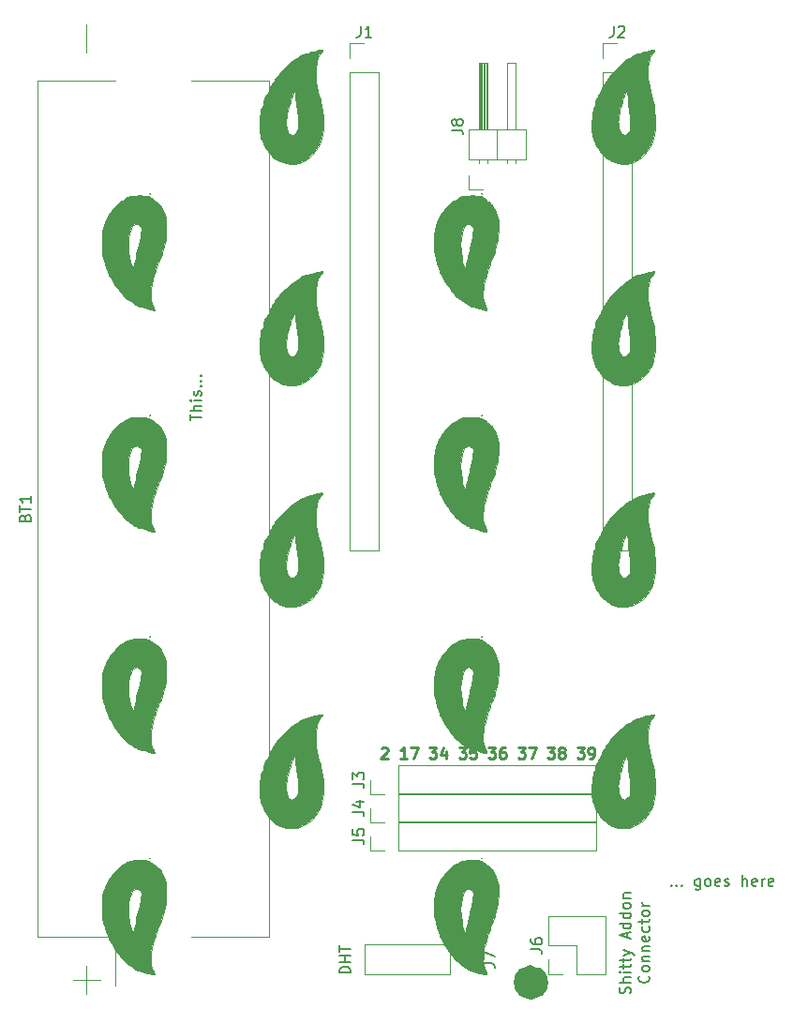
<source format=gto>
G04 #@! TF.GenerationSoftware,KiCad,Pcbnew,5.0.0*
G04 #@! TF.CreationDate,2018-07-16T21:17:55+02:00*
G04 #@! TF.ProjectId,Heltec_Node,48656C7465635F4E6F64652E6B696361,rev?*
G04 #@! TF.SameCoordinates,Original*
G04 #@! TF.FileFunction,Legend,Top*
G04 #@! TF.FilePolarity,Positive*
%FSLAX46Y46*%
G04 Gerber Fmt 4.6, Leading zero omitted, Abs format (unit mm)*
G04 Created by KiCad (PCBNEW 5.0.0) date Mon Jul 16 21:17:55 2018*
%MOMM*%
%LPD*%
G01*
G04 APERTURE LIST*
%ADD10C,0.200000*%
%ADD11C,1.500000*%
%ADD12C,0.250000*%
%ADD13C,0.010000*%
%ADD14C,0.120000*%
%ADD15C,0.150000*%
G04 APERTURE END LIST*
D10*
X147804761Y-154281142D02*
X147852380Y-154328761D01*
X147804761Y-154376380D01*
X147757142Y-154328761D01*
X147804761Y-154281142D01*
X147804761Y-154376380D01*
X148280952Y-154281142D02*
X148328571Y-154328761D01*
X148280952Y-154376380D01*
X148233333Y-154328761D01*
X148280952Y-154281142D01*
X148280952Y-154376380D01*
X148757142Y-154281142D02*
X148804761Y-154328761D01*
X148757142Y-154376380D01*
X148709523Y-154328761D01*
X148757142Y-154281142D01*
X148757142Y-154376380D01*
X150423809Y-153709714D02*
X150423809Y-154519238D01*
X150376190Y-154614476D01*
X150328571Y-154662095D01*
X150233333Y-154709714D01*
X150090476Y-154709714D01*
X149995238Y-154662095D01*
X150423809Y-154328761D02*
X150328571Y-154376380D01*
X150138095Y-154376380D01*
X150042857Y-154328761D01*
X149995238Y-154281142D01*
X149947619Y-154185904D01*
X149947619Y-153900190D01*
X149995238Y-153804952D01*
X150042857Y-153757333D01*
X150138095Y-153709714D01*
X150328571Y-153709714D01*
X150423809Y-153757333D01*
X151042857Y-154376380D02*
X150947619Y-154328761D01*
X150900000Y-154281142D01*
X150852380Y-154185904D01*
X150852380Y-153900190D01*
X150900000Y-153804952D01*
X150947619Y-153757333D01*
X151042857Y-153709714D01*
X151185714Y-153709714D01*
X151280952Y-153757333D01*
X151328571Y-153804952D01*
X151376190Y-153900190D01*
X151376190Y-154185904D01*
X151328571Y-154281142D01*
X151280952Y-154328761D01*
X151185714Y-154376380D01*
X151042857Y-154376380D01*
X152185714Y-154328761D02*
X152090476Y-154376380D01*
X151900000Y-154376380D01*
X151804761Y-154328761D01*
X151757142Y-154233523D01*
X151757142Y-153852571D01*
X151804761Y-153757333D01*
X151900000Y-153709714D01*
X152090476Y-153709714D01*
X152185714Y-153757333D01*
X152233333Y-153852571D01*
X152233333Y-153947809D01*
X151757142Y-154043047D01*
X152614285Y-154328761D02*
X152709523Y-154376380D01*
X152900000Y-154376380D01*
X152995238Y-154328761D01*
X153042857Y-154233523D01*
X153042857Y-154185904D01*
X152995238Y-154090666D01*
X152900000Y-154043047D01*
X152757142Y-154043047D01*
X152661904Y-153995428D01*
X152614285Y-153900190D01*
X152614285Y-153852571D01*
X152661904Y-153757333D01*
X152757142Y-153709714D01*
X152900000Y-153709714D01*
X152995238Y-153757333D01*
X154233333Y-154376380D02*
X154233333Y-153376380D01*
X154661904Y-154376380D02*
X154661904Y-153852571D01*
X154614285Y-153757333D01*
X154519047Y-153709714D01*
X154376190Y-153709714D01*
X154280952Y-153757333D01*
X154233333Y-153804952D01*
X155519047Y-154328761D02*
X155423809Y-154376380D01*
X155233333Y-154376380D01*
X155138095Y-154328761D01*
X155090476Y-154233523D01*
X155090476Y-153852571D01*
X155138095Y-153757333D01*
X155233333Y-153709714D01*
X155423809Y-153709714D01*
X155519047Y-153757333D01*
X155566666Y-153852571D01*
X155566666Y-153947809D01*
X155090476Y-154043047D01*
X155995238Y-154376380D02*
X155995238Y-153709714D01*
X155995238Y-153900190D02*
X156042857Y-153804952D01*
X156090476Y-153757333D01*
X156185714Y-153709714D01*
X156280952Y-153709714D01*
X156995238Y-154328761D02*
X156900000Y-154376380D01*
X156709523Y-154376380D01*
X156614285Y-154328761D01*
X156566666Y-154233523D01*
X156566666Y-153852571D01*
X156614285Y-153757333D01*
X156709523Y-153709714D01*
X156900000Y-153709714D01*
X156995238Y-153757333D01*
X157042857Y-153852571D01*
X157042857Y-153947809D01*
X156566666Y-154043047D01*
X104354380Y-112331238D02*
X104354380Y-111759809D01*
X105354380Y-112045523D02*
X104354380Y-112045523D01*
X105354380Y-111426476D02*
X104354380Y-111426476D01*
X105354380Y-110997904D02*
X104830571Y-110997904D01*
X104735333Y-111045523D01*
X104687714Y-111140761D01*
X104687714Y-111283619D01*
X104735333Y-111378857D01*
X104782952Y-111426476D01*
X105354380Y-110521714D02*
X104687714Y-110521714D01*
X104354380Y-110521714D02*
X104402000Y-110569333D01*
X104449619Y-110521714D01*
X104402000Y-110474095D01*
X104354380Y-110521714D01*
X104449619Y-110521714D01*
X105306761Y-110093142D02*
X105354380Y-109997904D01*
X105354380Y-109807428D01*
X105306761Y-109712190D01*
X105211523Y-109664571D01*
X105163904Y-109664571D01*
X105068666Y-109712190D01*
X105021047Y-109807428D01*
X105021047Y-109950285D01*
X104973428Y-110045523D01*
X104878190Y-110093142D01*
X104830571Y-110093142D01*
X104735333Y-110045523D01*
X104687714Y-109950285D01*
X104687714Y-109807428D01*
X104735333Y-109712190D01*
X105259142Y-109236000D02*
X105306761Y-109188380D01*
X105354380Y-109236000D01*
X105306761Y-109283619D01*
X105259142Y-109236000D01*
X105354380Y-109236000D01*
X105259142Y-108759809D02*
X105306761Y-108712190D01*
X105354380Y-108759809D01*
X105306761Y-108807428D01*
X105259142Y-108759809D01*
X105354380Y-108759809D01*
X105259142Y-108283619D02*
X105306761Y-108236000D01*
X105354380Y-108283619D01*
X105306761Y-108331238D01*
X105259142Y-108283619D01*
X105354380Y-108283619D01*
X118816380Y-162202666D02*
X117816380Y-162202666D01*
X117816380Y-161964571D01*
X117864000Y-161821714D01*
X117959238Y-161726476D01*
X118054476Y-161678857D01*
X118244952Y-161631238D01*
X118387809Y-161631238D01*
X118578285Y-161678857D01*
X118673523Y-161726476D01*
X118768761Y-161821714D01*
X118816380Y-161964571D01*
X118816380Y-162202666D01*
X118816380Y-161202666D02*
X117816380Y-161202666D01*
X118292571Y-161202666D02*
X118292571Y-160631238D01*
X118816380Y-160631238D02*
X117816380Y-160631238D01*
X117816380Y-160297904D02*
X117816380Y-159726476D01*
X118816380Y-160012190D02*
X117816380Y-160012190D01*
X144080761Y-164059619D02*
X144128380Y-163916761D01*
X144128380Y-163678666D01*
X144080761Y-163583428D01*
X144033142Y-163535809D01*
X143937904Y-163488190D01*
X143842666Y-163488190D01*
X143747428Y-163535809D01*
X143699809Y-163583428D01*
X143652190Y-163678666D01*
X143604571Y-163869142D01*
X143556952Y-163964380D01*
X143509333Y-164012000D01*
X143414095Y-164059619D01*
X143318857Y-164059619D01*
X143223619Y-164012000D01*
X143176000Y-163964380D01*
X143128380Y-163869142D01*
X143128380Y-163631047D01*
X143176000Y-163488190D01*
X144128380Y-163059619D02*
X143128380Y-163059619D01*
X144128380Y-162631047D02*
X143604571Y-162631047D01*
X143509333Y-162678666D01*
X143461714Y-162773904D01*
X143461714Y-162916761D01*
X143509333Y-163012000D01*
X143556952Y-163059619D01*
X144128380Y-162154857D02*
X143461714Y-162154857D01*
X143128380Y-162154857D02*
X143176000Y-162202476D01*
X143223619Y-162154857D01*
X143176000Y-162107238D01*
X143128380Y-162154857D01*
X143223619Y-162154857D01*
X143461714Y-161821523D02*
X143461714Y-161440571D01*
X143128380Y-161678666D02*
X143985523Y-161678666D01*
X144080761Y-161631047D01*
X144128380Y-161535809D01*
X144128380Y-161440571D01*
X143461714Y-161250095D02*
X143461714Y-160869142D01*
X143128380Y-161107238D02*
X143985523Y-161107238D01*
X144080761Y-161059619D01*
X144128380Y-160964380D01*
X144128380Y-160869142D01*
X143461714Y-160631047D02*
X144128380Y-160392952D01*
X143461714Y-160154857D02*
X144128380Y-160392952D01*
X144366476Y-160488190D01*
X144414095Y-160535809D01*
X144461714Y-160631047D01*
X143842666Y-159059619D02*
X143842666Y-158583428D01*
X144128380Y-159154857D02*
X143128380Y-158821523D01*
X144128380Y-158488190D01*
X144128380Y-157726285D02*
X143128380Y-157726285D01*
X144080761Y-157726285D02*
X144128380Y-157821523D01*
X144128380Y-158012000D01*
X144080761Y-158107238D01*
X144033142Y-158154857D01*
X143937904Y-158202476D01*
X143652190Y-158202476D01*
X143556952Y-158154857D01*
X143509333Y-158107238D01*
X143461714Y-158012000D01*
X143461714Y-157821523D01*
X143509333Y-157726285D01*
X144128380Y-156821523D02*
X143128380Y-156821523D01*
X144080761Y-156821523D02*
X144128380Y-156916761D01*
X144128380Y-157107238D01*
X144080761Y-157202476D01*
X144033142Y-157250095D01*
X143937904Y-157297714D01*
X143652190Y-157297714D01*
X143556952Y-157250095D01*
X143509333Y-157202476D01*
X143461714Y-157107238D01*
X143461714Y-156916761D01*
X143509333Y-156821523D01*
X144128380Y-156202476D02*
X144080761Y-156297714D01*
X144033142Y-156345333D01*
X143937904Y-156392952D01*
X143652190Y-156392952D01*
X143556952Y-156345333D01*
X143509333Y-156297714D01*
X143461714Y-156202476D01*
X143461714Y-156059619D01*
X143509333Y-155964380D01*
X143556952Y-155916761D01*
X143652190Y-155869142D01*
X143937904Y-155869142D01*
X144033142Y-155916761D01*
X144080761Y-155964380D01*
X144128380Y-156059619D01*
X144128380Y-156202476D01*
X143461714Y-155440571D02*
X144128380Y-155440571D01*
X143556952Y-155440571D02*
X143509333Y-155392952D01*
X143461714Y-155297714D01*
X143461714Y-155154857D01*
X143509333Y-155059619D01*
X143604571Y-155012000D01*
X144128380Y-155012000D01*
X145733142Y-162464380D02*
X145780761Y-162512000D01*
X145828380Y-162654857D01*
X145828380Y-162750095D01*
X145780761Y-162892952D01*
X145685523Y-162988190D01*
X145590285Y-163035809D01*
X145399809Y-163083428D01*
X145256952Y-163083428D01*
X145066476Y-163035809D01*
X144971238Y-162988190D01*
X144876000Y-162892952D01*
X144828380Y-162750095D01*
X144828380Y-162654857D01*
X144876000Y-162512000D01*
X144923619Y-162464380D01*
X145828380Y-161892952D02*
X145780761Y-161988190D01*
X145733142Y-162035809D01*
X145637904Y-162083428D01*
X145352190Y-162083428D01*
X145256952Y-162035809D01*
X145209333Y-161988190D01*
X145161714Y-161892952D01*
X145161714Y-161750095D01*
X145209333Y-161654857D01*
X145256952Y-161607238D01*
X145352190Y-161559619D01*
X145637904Y-161559619D01*
X145733142Y-161607238D01*
X145780761Y-161654857D01*
X145828380Y-161750095D01*
X145828380Y-161892952D01*
X145161714Y-161131047D02*
X145828380Y-161131047D01*
X145256952Y-161131047D02*
X145209333Y-161083428D01*
X145161714Y-160988190D01*
X145161714Y-160845333D01*
X145209333Y-160750095D01*
X145304571Y-160702476D01*
X145828380Y-160702476D01*
X145161714Y-160226285D02*
X145828380Y-160226285D01*
X145256952Y-160226285D02*
X145209333Y-160178666D01*
X145161714Y-160083428D01*
X145161714Y-159940571D01*
X145209333Y-159845333D01*
X145304571Y-159797714D01*
X145828380Y-159797714D01*
X145780761Y-158940571D02*
X145828380Y-159035809D01*
X145828380Y-159226285D01*
X145780761Y-159321523D01*
X145685523Y-159369142D01*
X145304571Y-159369142D01*
X145209333Y-159321523D01*
X145161714Y-159226285D01*
X145161714Y-159035809D01*
X145209333Y-158940571D01*
X145304571Y-158892952D01*
X145399809Y-158892952D01*
X145495047Y-159369142D01*
X145780761Y-158035809D02*
X145828380Y-158131047D01*
X145828380Y-158321523D01*
X145780761Y-158416761D01*
X145733142Y-158464380D01*
X145637904Y-158512000D01*
X145352190Y-158512000D01*
X145256952Y-158464380D01*
X145209333Y-158416761D01*
X145161714Y-158321523D01*
X145161714Y-158131047D01*
X145209333Y-158035809D01*
X145161714Y-157750095D02*
X145161714Y-157369142D01*
X144828380Y-157607238D02*
X145685523Y-157607238D01*
X145780761Y-157559619D01*
X145828380Y-157464380D01*
X145828380Y-157369142D01*
X145828380Y-156892952D02*
X145780761Y-156988190D01*
X145733142Y-157035809D01*
X145637904Y-157083428D01*
X145352190Y-157083428D01*
X145256952Y-157035809D01*
X145209333Y-156988190D01*
X145161714Y-156892952D01*
X145161714Y-156750095D01*
X145209333Y-156654857D01*
X145256952Y-156607238D01*
X145352190Y-156559619D01*
X145637904Y-156559619D01*
X145733142Y-156607238D01*
X145780761Y-156654857D01*
X145828380Y-156750095D01*
X145828380Y-156892952D01*
X145828380Y-156131047D02*
X145161714Y-156131047D01*
X145352190Y-156131047D02*
X145256952Y-156083428D01*
X145209333Y-156035809D01*
X145161714Y-155940571D01*
X145161714Y-155845333D01*
D11*
X135931219Y-163068000D02*
G75*
G03X135931219Y-163068000I-803219J0D01*
G01*
D12*
X121622752Y-141952719D02*
X121670371Y-141905100D01*
X121765609Y-141857480D01*
X122003704Y-141857480D01*
X122098942Y-141905100D01*
X122146561Y-141952719D01*
X122194180Y-142047957D01*
X122194180Y-142143195D01*
X122146561Y-142286052D01*
X121575133Y-142857480D01*
X122194180Y-142857480D01*
X123908466Y-142857480D02*
X123337038Y-142857480D01*
X123622752Y-142857480D02*
X123622752Y-141857480D01*
X123527514Y-142000338D01*
X123432276Y-142095576D01*
X123337038Y-142143195D01*
X124241800Y-141857480D02*
X124908466Y-141857480D01*
X124479895Y-142857480D01*
X125956085Y-141857480D02*
X126575133Y-141857480D01*
X126241800Y-142238433D01*
X126384657Y-142238433D01*
X126479895Y-142286052D01*
X126527514Y-142333671D01*
X126575133Y-142428909D01*
X126575133Y-142667004D01*
X126527514Y-142762242D01*
X126479895Y-142809861D01*
X126384657Y-142857480D01*
X126098942Y-142857480D01*
X126003704Y-142809861D01*
X125956085Y-142762242D01*
X127432276Y-142190814D02*
X127432276Y-142857480D01*
X127194180Y-141809861D02*
X126956085Y-142524147D01*
X127575133Y-142524147D01*
X128622752Y-141857480D02*
X129241800Y-141857480D01*
X128908466Y-142238433D01*
X129051323Y-142238433D01*
X129146561Y-142286052D01*
X129194180Y-142333671D01*
X129241800Y-142428909D01*
X129241800Y-142667004D01*
X129194180Y-142762242D01*
X129146561Y-142809861D01*
X129051323Y-142857480D01*
X128765609Y-142857480D01*
X128670371Y-142809861D01*
X128622752Y-142762242D01*
X130146561Y-141857480D02*
X129670371Y-141857480D01*
X129622752Y-142333671D01*
X129670371Y-142286052D01*
X129765609Y-142238433D01*
X130003704Y-142238433D01*
X130098942Y-142286052D01*
X130146561Y-142333671D01*
X130194180Y-142428909D01*
X130194180Y-142667004D01*
X130146561Y-142762242D01*
X130098942Y-142809861D01*
X130003704Y-142857480D01*
X129765609Y-142857480D01*
X129670371Y-142809861D01*
X129622752Y-142762242D01*
X131289419Y-141857480D02*
X131908466Y-141857480D01*
X131575133Y-142238433D01*
X131717990Y-142238433D01*
X131813228Y-142286052D01*
X131860847Y-142333671D01*
X131908466Y-142428909D01*
X131908466Y-142667004D01*
X131860847Y-142762242D01*
X131813228Y-142809861D01*
X131717990Y-142857480D01*
X131432276Y-142857480D01*
X131337038Y-142809861D01*
X131289419Y-142762242D01*
X132765609Y-141857480D02*
X132575133Y-141857480D01*
X132479895Y-141905100D01*
X132432276Y-141952719D01*
X132337038Y-142095576D01*
X132289419Y-142286052D01*
X132289419Y-142667004D01*
X132337038Y-142762242D01*
X132384657Y-142809861D01*
X132479895Y-142857480D01*
X132670371Y-142857480D01*
X132765609Y-142809861D01*
X132813228Y-142762242D01*
X132860847Y-142667004D01*
X132860847Y-142428909D01*
X132813228Y-142333671D01*
X132765609Y-142286052D01*
X132670371Y-142238433D01*
X132479895Y-142238433D01*
X132384657Y-142286052D01*
X132337038Y-142333671D01*
X132289419Y-142428909D01*
X133956085Y-141857480D02*
X134575133Y-141857480D01*
X134241800Y-142238433D01*
X134384657Y-142238433D01*
X134479895Y-142286052D01*
X134527514Y-142333671D01*
X134575133Y-142428909D01*
X134575133Y-142667004D01*
X134527514Y-142762242D01*
X134479895Y-142809861D01*
X134384657Y-142857480D01*
X134098942Y-142857480D01*
X134003704Y-142809861D01*
X133956085Y-142762242D01*
X134908466Y-141857480D02*
X135575133Y-141857480D01*
X135146561Y-142857480D01*
X136622752Y-141857480D02*
X137241800Y-141857480D01*
X136908466Y-142238433D01*
X137051323Y-142238433D01*
X137146561Y-142286052D01*
X137194180Y-142333671D01*
X137241800Y-142428909D01*
X137241800Y-142667004D01*
X137194180Y-142762242D01*
X137146561Y-142809861D01*
X137051323Y-142857480D01*
X136765609Y-142857480D01*
X136670371Y-142809861D01*
X136622752Y-142762242D01*
X137813228Y-142286052D02*
X137717990Y-142238433D01*
X137670371Y-142190814D01*
X137622752Y-142095576D01*
X137622752Y-142047957D01*
X137670371Y-141952719D01*
X137717990Y-141905100D01*
X137813228Y-141857480D01*
X138003704Y-141857480D01*
X138098942Y-141905100D01*
X138146561Y-141952719D01*
X138194180Y-142047957D01*
X138194180Y-142095576D01*
X138146561Y-142190814D01*
X138098942Y-142238433D01*
X138003704Y-142286052D01*
X137813228Y-142286052D01*
X137717990Y-142333671D01*
X137670371Y-142381290D01*
X137622752Y-142476528D01*
X137622752Y-142667004D01*
X137670371Y-142762242D01*
X137717990Y-142809861D01*
X137813228Y-142857480D01*
X138003704Y-142857480D01*
X138098942Y-142809861D01*
X138146561Y-142762242D01*
X138194180Y-142667004D01*
X138194180Y-142476528D01*
X138146561Y-142381290D01*
X138098942Y-142333671D01*
X138003704Y-142286052D01*
X139289419Y-141857480D02*
X139908466Y-141857480D01*
X139575133Y-142238433D01*
X139717990Y-142238433D01*
X139813228Y-142286052D01*
X139860847Y-142333671D01*
X139908466Y-142428909D01*
X139908466Y-142667004D01*
X139860847Y-142762242D01*
X139813228Y-142809861D01*
X139717990Y-142857480D01*
X139432276Y-142857480D01*
X139337038Y-142809861D01*
X139289419Y-142762242D01*
X140384657Y-142857480D02*
X140575133Y-142857480D01*
X140670371Y-142809861D01*
X140717990Y-142762242D01*
X140813228Y-142619385D01*
X140860847Y-142428909D01*
X140860847Y-142047957D01*
X140813228Y-141952719D01*
X140765609Y-141905100D01*
X140670371Y-141857480D01*
X140479895Y-141857480D01*
X140384657Y-141905100D01*
X140337038Y-141952719D01*
X140289419Y-142047957D01*
X140289419Y-142286052D01*
X140337038Y-142381290D01*
X140384657Y-142428909D01*
X140479895Y-142476528D01*
X140670371Y-142476528D01*
X140765609Y-142428909D01*
X140813228Y-142381290D01*
X140860847Y-142286052D01*
D13*
G04 #@! TO.C,G\002A\002A\002A*
G36*
X140593042Y-85720799D02*
X140612074Y-85369049D01*
X140644750Y-85002010D01*
X140688225Y-84649908D01*
X140739654Y-84342969D01*
X140796191Y-84111419D01*
X140854990Y-83985485D01*
X140873085Y-83972666D01*
X140927565Y-83890426D01*
X140944571Y-83768406D01*
X140975154Y-83586344D01*
X141052953Y-83341943D01*
X141157045Y-83086837D01*
X141266506Y-82872661D01*
X141355174Y-82755142D01*
X141438370Y-82618367D01*
X141452571Y-82533493D01*
X141491365Y-82398076D01*
X141591431Y-82196862D01*
X141688429Y-82038933D01*
X141832501Y-81820594D01*
X141953074Y-81633674D01*
X142004957Y-81550188D01*
X142170445Y-81312800D01*
X142402163Y-81034192D01*
X142678864Y-80734458D01*
X142979301Y-80433697D01*
X143282227Y-80152006D01*
X143566396Y-79909482D01*
X143810560Y-79726221D01*
X143993473Y-79622322D01*
X144060076Y-79606286D01*
X144134655Y-79559625D01*
X144137714Y-79541706D01*
X144198317Y-79475520D01*
X144348621Y-79383899D01*
X144541368Y-79289458D01*
X144729299Y-79214813D01*
X144865156Y-79182577D01*
X144885587Y-79183824D01*
X145011661Y-79164793D01*
X145131156Y-79113321D01*
X145276113Y-79055396D01*
X145495552Y-78991491D01*
X145747145Y-78930889D01*
X145988567Y-78882871D01*
X146177488Y-78856717D01*
X146271582Y-78861709D01*
X146273034Y-78862938D01*
X146255250Y-78936978D01*
X146171689Y-79090593D01*
X146078309Y-79234516D01*
X145956685Y-79416204D01*
X145881605Y-79538033D01*
X145868561Y-79570000D01*
X145861548Y-79628330D01*
X145817489Y-79759751D01*
X145750693Y-80016372D01*
X145699682Y-80366316D01*
X145668565Y-80758235D01*
X145661450Y-81140779D01*
X145681695Y-81456857D01*
X145733423Y-81788133D01*
X145809564Y-82191194D01*
X145900180Y-82620554D01*
X145995331Y-83030722D01*
X146085082Y-83376211D01*
X146141475Y-83561428D01*
X146235581Y-83930824D01*
X146307605Y-84396638D01*
X146353723Y-84911299D01*
X146370111Y-85427237D01*
X146352945Y-85896879D01*
X146339831Y-86028857D01*
X146277032Y-86456140D01*
X146196166Y-86857876D01*
X146106907Y-87190837D01*
X146039347Y-87371428D01*
X145698657Y-87944919D01*
X145256021Y-88432150D01*
X144730662Y-88816251D01*
X144319143Y-89000816D01*
X144319143Y-80404571D01*
X144355429Y-80368286D01*
X144319143Y-80332000D01*
X144282857Y-80368286D01*
X144319143Y-80404571D01*
X144319143Y-89000816D01*
X144141805Y-89080352D01*
X144065143Y-89103954D01*
X143774389Y-89153071D01*
X143518691Y-89156534D01*
X143518691Y-86557636D01*
X143639337Y-86531448D01*
X143758202Y-86452206D01*
X143923749Y-86298940D01*
X144038879Y-86142183D01*
X144080782Y-85967367D01*
X144097655Y-85675936D01*
X144090084Y-85294139D01*
X144058653Y-84848226D01*
X144003946Y-84364447D01*
X143998380Y-84323428D01*
X143932120Y-83760650D01*
X143877715Y-83141840D01*
X143852253Y-82745000D01*
X143821600Y-82655040D01*
X143755122Y-82678201D01*
X143666424Y-82791136D01*
X143569110Y-82970497D01*
X143476785Y-83192938D01*
X143403052Y-83435112D01*
X143376517Y-83561428D01*
X143331960Y-83763755D01*
X143283599Y-83905090D01*
X143272353Y-83924285D01*
X143216782Y-84055714D01*
X143154329Y-84289739D01*
X143093339Y-84584618D01*
X143042156Y-84898604D01*
X143009124Y-85189953D01*
X143003993Y-85266857D01*
X143014444Y-85654697D01*
X143080318Y-86007991D01*
X143191474Y-86293053D01*
X143337770Y-86476197D01*
X143375381Y-86500393D01*
X143518691Y-86557636D01*
X143518691Y-89156534D01*
X143429493Y-89157743D01*
X143085429Y-89125098D01*
X143085429Y-87661714D01*
X143121714Y-87625428D01*
X143085429Y-87589143D01*
X143049143Y-87625428D01*
X143085429Y-87661714D01*
X143085429Y-89125098D01*
X143070702Y-89123700D01*
X142738264Y-89056678D01*
X142472426Y-88962407D01*
X142320348Y-88855430D01*
X142185944Y-88764795D01*
X142113445Y-88750286D01*
X141994190Y-88697143D01*
X141824063Y-88561175D01*
X141636684Y-88377574D01*
X141465669Y-88181532D01*
X141344638Y-88008239D01*
X141306175Y-87905238D01*
X141257375Y-87816597D01*
X141141160Y-87687989D01*
X141136017Y-87683088D01*
X141045385Y-87556561D01*
X140940504Y-87351824D01*
X140836413Y-87107993D01*
X140748147Y-86864183D01*
X140690743Y-86659508D01*
X140679238Y-86533083D01*
X140687329Y-86515909D01*
X140681539Y-86436610D01*
X140646268Y-86382053D01*
X140607294Y-86257527D01*
X140590500Y-86027033D01*
X140593042Y-85720799D01*
X140593042Y-85720799D01*
G37*
X140593042Y-85720799D02*
X140612074Y-85369049D01*
X140644750Y-85002010D01*
X140688225Y-84649908D01*
X140739654Y-84342969D01*
X140796191Y-84111419D01*
X140854990Y-83985485D01*
X140873085Y-83972666D01*
X140927565Y-83890426D01*
X140944571Y-83768406D01*
X140975154Y-83586344D01*
X141052953Y-83341943D01*
X141157045Y-83086837D01*
X141266506Y-82872661D01*
X141355174Y-82755142D01*
X141438370Y-82618367D01*
X141452571Y-82533493D01*
X141491365Y-82398076D01*
X141591431Y-82196862D01*
X141688429Y-82038933D01*
X141832501Y-81820594D01*
X141953074Y-81633674D01*
X142004957Y-81550188D01*
X142170445Y-81312800D01*
X142402163Y-81034192D01*
X142678864Y-80734458D01*
X142979301Y-80433697D01*
X143282227Y-80152006D01*
X143566396Y-79909482D01*
X143810560Y-79726221D01*
X143993473Y-79622322D01*
X144060076Y-79606286D01*
X144134655Y-79559625D01*
X144137714Y-79541706D01*
X144198317Y-79475520D01*
X144348621Y-79383899D01*
X144541368Y-79289458D01*
X144729299Y-79214813D01*
X144865156Y-79182577D01*
X144885587Y-79183824D01*
X145011661Y-79164793D01*
X145131156Y-79113321D01*
X145276113Y-79055396D01*
X145495552Y-78991491D01*
X145747145Y-78930889D01*
X145988567Y-78882871D01*
X146177488Y-78856717D01*
X146271582Y-78861709D01*
X146273034Y-78862938D01*
X146255250Y-78936978D01*
X146171689Y-79090593D01*
X146078309Y-79234516D01*
X145956685Y-79416204D01*
X145881605Y-79538033D01*
X145868561Y-79570000D01*
X145861548Y-79628330D01*
X145817489Y-79759751D01*
X145750693Y-80016372D01*
X145699682Y-80366316D01*
X145668565Y-80758235D01*
X145661450Y-81140779D01*
X145681695Y-81456857D01*
X145733423Y-81788133D01*
X145809564Y-82191194D01*
X145900180Y-82620554D01*
X145995331Y-83030722D01*
X146085082Y-83376211D01*
X146141475Y-83561428D01*
X146235581Y-83930824D01*
X146307605Y-84396638D01*
X146353723Y-84911299D01*
X146370111Y-85427237D01*
X146352945Y-85896879D01*
X146339831Y-86028857D01*
X146277032Y-86456140D01*
X146196166Y-86857876D01*
X146106907Y-87190837D01*
X146039347Y-87371428D01*
X145698657Y-87944919D01*
X145256021Y-88432150D01*
X144730662Y-88816251D01*
X144319143Y-89000816D01*
X144319143Y-80404571D01*
X144355429Y-80368286D01*
X144319143Y-80332000D01*
X144282857Y-80368286D01*
X144319143Y-80404571D01*
X144319143Y-89000816D01*
X144141805Y-89080352D01*
X144065143Y-89103954D01*
X143774389Y-89153071D01*
X143518691Y-89156534D01*
X143518691Y-86557636D01*
X143639337Y-86531448D01*
X143758202Y-86452206D01*
X143923749Y-86298940D01*
X144038879Y-86142183D01*
X144080782Y-85967367D01*
X144097655Y-85675936D01*
X144090084Y-85294139D01*
X144058653Y-84848226D01*
X144003946Y-84364447D01*
X143998380Y-84323428D01*
X143932120Y-83760650D01*
X143877715Y-83141840D01*
X143852253Y-82745000D01*
X143821600Y-82655040D01*
X143755122Y-82678201D01*
X143666424Y-82791136D01*
X143569110Y-82970497D01*
X143476785Y-83192938D01*
X143403052Y-83435112D01*
X143376517Y-83561428D01*
X143331960Y-83763755D01*
X143283599Y-83905090D01*
X143272353Y-83924285D01*
X143216782Y-84055714D01*
X143154329Y-84289739D01*
X143093339Y-84584618D01*
X143042156Y-84898604D01*
X143009124Y-85189953D01*
X143003993Y-85266857D01*
X143014444Y-85654697D01*
X143080318Y-86007991D01*
X143191474Y-86293053D01*
X143337770Y-86476197D01*
X143375381Y-86500393D01*
X143518691Y-86557636D01*
X143518691Y-89156534D01*
X143429493Y-89157743D01*
X143085429Y-89125098D01*
X143085429Y-87661714D01*
X143121714Y-87625428D01*
X143085429Y-87589143D01*
X143049143Y-87625428D01*
X143085429Y-87661714D01*
X143085429Y-89125098D01*
X143070702Y-89123700D01*
X142738264Y-89056678D01*
X142472426Y-88962407D01*
X142320348Y-88855430D01*
X142185944Y-88764795D01*
X142113445Y-88750286D01*
X141994190Y-88697143D01*
X141824063Y-88561175D01*
X141636684Y-88377574D01*
X141465669Y-88181532D01*
X141344638Y-88008239D01*
X141306175Y-87905238D01*
X141257375Y-87816597D01*
X141141160Y-87687989D01*
X141136017Y-87683088D01*
X141045385Y-87556561D01*
X140940504Y-87351824D01*
X140836413Y-87107993D01*
X140748147Y-86864183D01*
X140690743Y-86659508D01*
X140679238Y-86533083D01*
X140687329Y-86515909D01*
X140681539Y-86436610D01*
X140646268Y-86382053D01*
X140607294Y-86257527D01*
X140590500Y-86027033D01*
X140593042Y-85720799D01*
G36*
X126382006Y-96057384D02*
X126382830Y-96007428D01*
X126395301Y-95566683D01*
X126416557Y-95241791D01*
X126450082Y-95003560D01*
X126499360Y-94822795D01*
X126534376Y-94737428D01*
X126636808Y-94509596D01*
X126724602Y-94305367D01*
X126740805Y-94265714D01*
X126961032Y-93791063D01*
X127209102Y-93411004D01*
X127264857Y-93341559D01*
X127556307Y-93014038D01*
X127845027Y-92731974D01*
X128100383Y-92523936D01*
X128223962Y-92446984D01*
X128376876Y-92362969D01*
X128462083Y-92306603D01*
X128462286Y-92306401D01*
X128675828Y-92174297D01*
X128995996Y-92078476D01*
X129388056Y-92022294D01*
X129817273Y-92009109D01*
X130248915Y-92042279D01*
X130566857Y-92102975D01*
X130751962Y-92185444D01*
X130991535Y-92339728D01*
X131238347Y-92534087D01*
X131324491Y-92612116D01*
X131470302Y-92739583D01*
X131572394Y-92809637D01*
X131587981Y-92814286D01*
X131642681Y-92875653D01*
X131737105Y-93037871D01*
X131854440Y-93268110D01*
X131977871Y-93533542D01*
X132080456Y-93775836D01*
X132144042Y-94029330D01*
X132183395Y-94389869D01*
X132196898Y-94821131D01*
X132182940Y-95286792D01*
X132160272Y-95572000D01*
X132116832Y-95920719D01*
X132059020Y-96272256D01*
X131998376Y-96557590D01*
X131990405Y-96588000D01*
X131912210Y-96879001D01*
X131835135Y-97169901D01*
X131803172Y-97292305D01*
X131733958Y-97504358D01*
X131657204Y-97662728D01*
X131635368Y-97691448D01*
X131567790Y-97808074D01*
X131482442Y-98015502D01*
X131413065Y-98220857D01*
X131325109Y-98493844D01*
X131237545Y-98743595D01*
X131186688Y-98874000D01*
X131085745Y-99167293D01*
X130985849Y-99554730D01*
X130897922Y-99985647D01*
X130832884Y-100409381D01*
X130811262Y-100615714D01*
X130789561Y-100872349D01*
X130772361Y-101066716D01*
X130763215Y-101158714D01*
X130763018Y-101160000D01*
X130776780Y-101289673D01*
X130832006Y-101503609D01*
X130913793Y-101752319D01*
X131007241Y-101986314D01*
X131020604Y-102015505D01*
X131096886Y-102207553D01*
X131125885Y-102342759D01*
X131118287Y-102374474D01*
X131032401Y-102374938D01*
X130843835Y-102335346D01*
X130675714Y-102288350D01*
X130675714Y-99055428D01*
X130712000Y-99019143D01*
X130675714Y-98982857D01*
X130675714Y-96370286D01*
X130712000Y-96334000D01*
X130675714Y-96297714D01*
X130639428Y-96334000D01*
X130675714Y-96370286D01*
X130675714Y-98982857D01*
X130639428Y-99019143D01*
X130675714Y-99055428D01*
X130675714Y-102288350D01*
X130586926Y-102263530D01*
X130469662Y-102226540D01*
X130176590Y-102136888D01*
X129920307Y-102068844D01*
X129743773Y-102033474D01*
X129709821Y-102030857D01*
X129659714Y-102019653D01*
X129659714Y-100506857D01*
X129696000Y-100470571D01*
X129659714Y-100434286D01*
X129623429Y-100470571D01*
X129659714Y-100506857D01*
X129659714Y-102019653D01*
X129584585Y-102002852D01*
X129550857Y-101958286D01*
X129492077Y-101893902D01*
X129442000Y-101885714D01*
X129317121Y-101837362D01*
X129212190Y-101754306D01*
X129212190Y-99031238D01*
X129255334Y-99021276D01*
X129260571Y-98982857D01*
X129234019Y-98923122D01*
X129224286Y-98928184D01*
X129224286Y-98692571D01*
X129260571Y-98656285D01*
X129224286Y-98620000D01*
X129188000Y-98656285D01*
X129224286Y-98692571D01*
X129224286Y-98928184D01*
X129212190Y-98934476D01*
X129203505Y-99020601D01*
X129212190Y-99031238D01*
X129212190Y-101754306D01*
X129175616Y-101725356D01*
X129175616Y-98491783D01*
X129229384Y-98473724D01*
X129258069Y-98334861D01*
X129260571Y-98249330D01*
X129280779Y-98088777D01*
X129322911Y-98009466D01*
X129365657Y-97921156D01*
X129408419Y-97735820D01*
X129430703Y-97584212D01*
X129483167Y-97291004D01*
X129568557Y-96957250D01*
X129629908Y-96765743D01*
X129710555Y-96490185D01*
X129790893Y-96133883D01*
X129857070Y-95760598D01*
X129873439Y-95644571D01*
X129963216Y-94955143D01*
X129762845Y-94757321D01*
X129615203Y-94630954D01*
X129492529Y-94598575D01*
X129344807Y-94635379D01*
X129146955Y-94778288D01*
X128988730Y-95044509D01*
X128872737Y-95417013D01*
X128801582Y-95878770D01*
X128777870Y-96412751D01*
X128804208Y-97001926D01*
X128883201Y-97629266D01*
X128885035Y-97640286D01*
X128951476Y-97963289D01*
X129027897Y-98222350D01*
X129105532Y-98403253D01*
X129175616Y-98491783D01*
X129175616Y-101725356D01*
X129171917Y-101722428D01*
X129002591Y-101579032D01*
X128853213Y-101486571D01*
X128708936Y-101398225D01*
X128530545Y-101260984D01*
X128356164Y-101108229D01*
X128223923Y-100973344D01*
X128171943Y-100890074D01*
X128127872Y-100806794D01*
X128015688Y-100657949D01*
X127936086Y-100563482D01*
X127691054Y-100276556D01*
X127535942Y-100078214D01*
X127459356Y-99953113D01*
X127446286Y-99903907D01*
X127408500Y-99811194D01*
X127311541Y-99643788D01*
X127228571Y-99515886D01*
X127106856Y-99327621D01*
X127027838Y-99190206D01*
X127010857Y-99147274D01*
X126982373Y-99059152D01*
X126910536Y-98890649D01*
X126871530Y-98806198D01*
X126757629Y-98517454D01*
X126634393Y-98123750D01*
X126513110Y-97663798D01*
X126425761Y-97277428D01*
X126404175Y-97095173D01*
X126388832Y-96805792D01*
X126381015Y-96447218D01*
X126382006Y-96057384D01*
X126382006Y-96057384D01*
G37*
X126382006Y-96057384D02*
X126382830Y-96007428D01*
X126395301Y-95566683D01*
X126416557Y-95241791D01*
X126450082Y-95003560D01*
X126499360Y-94822795D01*
X126534376Y-94737428D01*
X126636808Y-94509596D01*
X126724602Y-94305367D01*
X126740805Y-94265714D01*
X126961032Y-93791063D01*
X127209102Y-93411004D01*
X127264857Y-93341559D01*
X127556307Y-93014038D01*
X127845027Y-92731974D01*
X128100383Y-92523936D01*
X128223962Y-92446984D01*
X128376876Y-92362969D01*
X128462083Y-92306603D01*
X128462286Y-92306401D01*
X128675828Y-92174297D01*
X128995996Y-92078476D01*
X129388056Y-92022294D01*
X129817273Y-92009109D01*
X130248915Y-92042279D01*
X130566857Y-92102975D01*
X130751962Y-92185444D01*
X130991535Y-92339728D01*
X131238347Y-92534087D01*
X131324491Y-92612116D01*
X131470302Y-92739583D01*
X131572394Y-92809637D01*
X131587981Y-92814286D01*
X131642681Y-92875653D01*
X131737105Y-93037871D01*
X131854440Y-93268110D01*
X131977871Y-93533542D01*
X132080456Y-93775836D01*
X132144042Y-94029330D01*
X132183395Y-94389869D01*
X132196898Y-94821131D01*
X132182940Y-95286792D01*
X132160272Y-95572000D01*
X132116832Y-95920719D01*
X132059020Y-96272256D01*
X131998376Y-96557590D01*
X131990405Y-96588000D01*
X131912210Y-96879001D01*
X131835135Y-97169901D01*
X131803172Y-97292305D01*
X131733958Y-97504358D01*
X131657204Y-97662728D01*
X131635368Y-97691448D01*
X131567790Y-97808074D01*
X131482442Y-98015502D01*
X131413065Y-98220857D01*
X131325109Y-98493844D01*
X131237545Y-98743595D01*
X131186688Y-98874000D01*
X131085745Y-99167293D01*
X130985849Y-99554730D01*
X130897922Y-99985647D01*
X130832884Y-100409381D01*
X130811262Y-100615714D01*
X130789561Y-100872349D01*
X130772361Y-101066716D01*
X130763215Y-101158714D01*
X130763018Y-101160000D01*
X130776780Y-101289673D01*
X130832006Y-101503609D01*
X130913793Y-101752319D01*
X131007241Y-101986314D01*
X131020604Y-102015505D01*
X131096886Y-102207553D01*
X131125885Y-102342759D01*
X131118287Y-102374474D01*
X131032401Y-102374938D01*
X130843835Y-102335346D01*
X130675714Y-102288350D01*
X130675714Y-99055428D01*
X130712000Y-99019143D01*
X130675714Y-98982857D01*
X130675714Y-96370286D01*
X130712000Y-96334000D01*
X130675714Y-96297714D01*
X130639428Y-96334000D01*
X130675714Y-96370286D01*
X130675714Y-98982857D01*
X130639428Y-99019143D01*
X130675714Y-99055428D01*
X130675714Y-102288350D01*
X130586926Y-102263530D01*
X130469662Y-102226540D01*
X130176590Y-102136888D01*
X129920307Y-102068844D01*
X129743773Y-102033474D01*
X129709821Y-102030857D01*
X129659714Y-102019653D01*
X129659714Y-100506857D01*
X129696000Y-100470571D01*
X129659714Y-100434286D01*
X129623429Y-100470571D01*
X129659714Y-100506857D01*
X129659714Y-102019653D01*
X129584585Y-102002852D01*
X129550857Y-101958286D01*
X129492077Y-101893902D01*
X129442000Y-101885714D01*
X129317121Y-101837362D01*
X129212190Y-101754306D01*
X129212190Y-99031238D01*
X129255334Y-99021276D01*
X129260571Y-98982857D01*
X129234019Y-98923122D01*
X129224286Y-98928184D01*
X129224286Y-98692571D01*
X129260571Y-98656285D01*
X129224286Y-98620000D01*
X129188000Y-98656285D01*
X129224286Y-98692571D01*
X129224286Y-98928184D01*
X129212190Y-98934476D01*
X129203505Y-99020601D01*
X129212190Y-99031238D01*
X129212190Y-101754306D01*
X129175616Y-101725356D01*
X129175616Y-98491783D01*
X129229384Y-98473724D01*
X129258069Y-98334861D01*
X129260571Y-98249330D01*
X129280779Y-98088777D01*
X129322911Y-98009466D01*
X129365657Y-97921156D01*
X129408419Y-97735820D01*
X129430703Y-97584212D01*
X129483167Y-97291004D01*
X129568557Y-96957250D01*
X129629908Y-96765743D01*
X129710555Y-96490185D01*
X129790893Y-96133883D01*
X129857070Y-95760598D01*
X129873439Y-95644571D01*
X129963216Y-94955143D01*
X129762845Y-94757321D01*
X129615203Y-94630954D01*
X129492529Y-94598575D01*
X129344807Y-94635379D01*
X129146955Y-94778288D01*
X128988730Y-95044509D01*
X128872737Y-95417013D01*
X128801582Y-95878770D01*
X128777870Y-96412751D01*
X128804208Y-97001926D01*
X128883201Y-97629266D01*
X128885035Y-97640286D01*
X128951476Y-97963289D01*
X129027897Y-98222350D01*
X129105532Y-98403253D01*
X129175616Y-98491783D01*
X129175616Y-101725356D01*
X129171917Y-101722428D01*
X129002591Y-101579032D01*
X128853213Y-101486571D01*
X128708936Y-101398225D01*
X128530545Y-101260984D01*
X128356164Y-101108229D01*
X128223923Y-100973344D01*
X128171943Y-100890074D01*
X128127872Y-100806794D01*
X128015688Y-100657949D01*
X127936086Y-100563482D01*
X127691054Y-100276556D01*
X127535942Y-100078214D01*
X127459356Y-99953113D01*
X127446286Y-99903907D01*
X127408500Y-99811194D01*
X127311541Y-99643788D01*
X127228571Y-99515886D01*
X127106856Y-99327621D01*
X127027838Y-99190206D01*
X127010857Y-99147274D01*
X126982373Y-99059152D01*
X126910536Y-98890649D01*
X126871530Y-98806198D01*
X126757629Y-98517454D01*
X126634393Y-98123750D01*
X126513110Y-97663798D01*
X126425761Y-97277428D01*
X126404175Y-97095173D01*
X126388832Y-96805792D01*
X126381015Y-96447218D01*
X126382006Y-96057384D01*
G36*
X130675714Y-91798286D02*
X130712000Y-91834571D01*
X130675714Y-91870857D01*
X130639428Y-91834571D01*
X130675714Y-91798286D01*
X130675714Y-91798286D01*
G37*
X130675714Y-91798286D02*
X130712000Y-91834571D01*
X130675714Y-91870857D01*
X130639428Y-91834571D01*
X130675714Y-91798286D01*
G36*
X140593042Y-105720799D02*
X140612074Y-105369049D01*
X140644750Y-105002010D01*
X140688225Y-104649908D01*
X140739654Y-104342969D01*
X140796191Y-104111419D01*
X140854990Y-103985485D01*
X140873085Y-103972666D01*
X140927565Y-103890426D01*
X140944571Y-103768406D01*
X140975154Y-103586344D01*
X141052953Y-103341943D01*
X141157045Y-103086837D01*
X141266506Y-102872661D01*
X141355174Y-102755142D01*
X141438370Y-102618367D01*
X141452571Y-102533493D01*
X141491365Y-102398076D01*
X141591431Y-102196862D01*
X141688429Y-102038933D01*
X141832501Y-101820594D01*
X141953074Y-101633674D01*
X142004957Y-101550188D01*
X142170445Y-101312800D01*
X142402163Y-101034192D01*
X142678864Y-100734458D01*
X142979301Y-100433697D01*
X143282227Y-100152006D01*
X143566396Y-99909482D01*
X143810560Y-99726221D01*
X143993473Y-99622322D01*
X144060076Y-99606286D01*
X144134655Y-99559625D01*
X144137714Y-99541706D01*
X144198317Y-99475520D01*
X144348621Y-99383899D01*
X144541368Y-99289458D01*
X144729299Y-99214813D01*
X144865156Y-99182577D01*
X144885587Y-99183824D01*
X145011661Y-99164793D01*
X145131156Y-99113321D01*
X145276113Y-99055396D01*
X145495552Y-98991491D01*
X145747145Y-98930889D01*
X145988567Y-98882871D01*
X146177488Y-98856717D01*
X146271582Y-98861709D01*
X146273034Y-98862938D01*
X146255250Y-98936978D01*
X146171689Y-99090593D01*
X146078309Y-99234516D01*
X145956685Y-99416204D01*
X145881605Y-99538033D01*
X145868561Y-99570000D01*
X145861548Y-99628330D01*
X145817489Y-99759751D01*
X145750693Y-100016372D01*
X145699682Y-100366316D01*
X145668565Y-100758235D01*
X145661450Y-101140779D01*
X145681695Y-101456857D01*
X145733423Y-101788133D01*
X145809564Y-102191194D01*
X145900180Y-102620554D01*
X145995331Y-103030722D01*
X146085082Y-103376211D01*
X146141475Y-103561428D01*
X146235581Y-103930824D01*
X146307605Y-104396638D01*
X146353723Y-104911299D01*
X146370111Y-105427237D01*
X146352945Y-105896879D01*
X146339831Y-106028857D01*
X146277032Y-106456140D01*
X146196166Y-106857876D01*
X146106907Y-107190837D01*
X146039347Y-107371428D01*
X145698657Y-107944919D01*
X145256021Y-108432150D01*
X144730662Y-108816251D01*
X144319143Y-109000816D01*
X144319143Y-100404571D01*
X144355429Y-100368286D01*
X144319143Y-100332000D01*
X144282857Y-100368286D01*
X144319143Y-100404571D01*
X144319143Y-109000816D01*
X144141805Y-109080352D01*
X144065143Y-109103954D01*
X143774389Y-109153071D01*
X143518691Y-109156534D01*
X143518691Y-106557636D01*
X143639337Y-106531448D01*
X143758202Y-106452206D01*
X143923749Y-106298940D01*
X144038879Y-106142183D01*
X144080782Y-105967367D01*
X144097655Y-105675936D01*
X144090084Y-105294139D01*
X144058653Y-104848226D01*
X144003946Y-104364447D01*
X143998380Y-104323428D01*
X143932120Y-103760650D01*
X143877715Y-103141840D01*
X143852253Y-102745000D01*
X143821600Y-102655040D01*
X143755122Y-102678201D01*
X143666424Y-102791136D01*
X143569110Y-102970497D01*
X143476785Y-103192938D01*
X143403052Y-103435112D01*
X143376517Y-103561428D01*
X143331960Y-103763755D01*
X143283599Y-103905090D01*
X143272353Y-103924285D01*
X143216782Y-104055714D01*
X143154329Y-104289739D01*
X143093339Y-104584618D01*
X143042156Y-104898604D01*
X143009124Y-105189953D01*
X143003993Y-105266857D01*
X143014444Y-105654697D01*
X143080318Y-106007991D01*
X143191474Y-106293053D01*
X143337770Y-106476197D01*
X143375381Y-106500393D01*
X143518691Y-106557636D01*
X143518691Y-109156534D01*
X143429493Y-109157743D01*
X143085429Y-109125098D01*
X143085429Y-107661714D01*
X143121714Y-107625428D01*
X143085429Y-107589143D01*
X143049143Y-107625428D01*
X143085429Y-107661714D01*
X143085429Y-109125098D01*
X143070702Y-109123700D01*
X142738264Y-109056678D01*
X142472426Y-108962407D01*
X142320348Y-108855430D01*
X142185944Y-108764795D01*
X142113445Y-108750286D01*
X141994190Y-108697143D01*
X141824063Y-108561175D01*
X141636684Y-108377574D01*
X141465669Y-108181532D01*
X141344638Y-108008239D01*
X141306175Y-107905238D01*
X141257375Y-107816597D01*
X141141160Y-107687989D01*
X141136017Y-107683088D01*
X141045385Y-107556561D01*
X140940504Y-107351824D01*
X140836413Y-107107993D01*
X140748147Y-106864183D01*
X140690743Y-106659508D01*
X140679238Y-106533083D01*
X140687329Y-106515909D01*
X140681539Y-106436610D01*
X140646268Y-106382053D01*
X140607294Y-106257527D01*
X140590500Y-106027033D01*
X140593042Y-105720799D01*
X140593042Y-105720799D01*
G37*
X140593042Y-105720799D02*
X140612074Y-105369049D01*
X140644750Y-105002010D01*
X140688225Y-104649908D01*
X140739654Y-104342969D01*
X140796191Y-104111419D01*
X140854990Y-103985485D01*
X140873085Y-103972666D01*
X140927565Y-103890426D01*
X140944571Y-103768406D01*
X140975154Y-103586344D01*
X141052953Y-103341943D01*
X141157045Y-103086837D01*
X141266506Y-102872661D01*
X141355174Y-102755142D01*
X141438370Y-102618367D01*
X141452571Y-102533493D01*
X141491365Y-102398076D01*
X141591431Y-102196862D01*
X141688429Y-102038933D01*
X141832501Y-101820594D01*
X141953074Y-101633674D01*
X142004957Y-101550188D01*
X142170445Y-101312800D01*
X142402163Y-101034192D01*
X142678864Y-100734458D01*
X142979301Y-100433697D01*
X143282227Y-100152006D01*
X143566396Y-99909482D01*
X143810560Y-99726221D01*
X143993473Y-99622322D01*
X144060076Y-99606286D01*
X144134655Y-99559625D01*
X144137714Y-99541706D01*
X144198317Y-99475520D01*
X144348621Y-99383899D01*
X144541368Y-99289458D01*
X144729299Y-99214813D01*
X144865156Y-99182577D01*
X144885587Y-99183824D01*
X145011661Y-99164793D01*
X145131156Y-99113321D01*
X145276113Y-99055396D01*
X145495552Y-98991491D01*
X145747145Y-98930889D01*
X145988567Y-98882871D01*
X146177488Y-98856717D01*
X146271582Y-98861709D01*
X146273034Y-98862938D01*
X146255250Y-98936978D01*
X146171689Y-99090593D01*
X146078309Y-99234516D01*
X145956685Y-99416204D01*
X145881605Y-99538033D01*
X145868561Y-99570000D01*
X145861548Y-99628330D01*
X145817489Y-99759751D01*
X145750693Y-100016372D01*
X145699682Y-100366316D01*
X145668565Y-100758235D01*
X145661450Y-101140779D01*
X145681695Y-101456857D01*
X145733423Y-101788133D01*
X145809564Y-102191194D01*
X145900180Y-102620554D01*
X145995331Y-103030722D01*
X146085082Y-103376211D01*
X146141475Y-103561428D01*
X146235581Y-103930824D01*
X146307605Y-104396638D01*
X146353723Y-104911299D01*
X146370111Y-105427237D01*
X146352945Y-105896879D01*
X146339831Y-106028857D01*
X146277032Y-106456140D01*
X146196166Y-106857876D01*
X146106907Y-107190837D01*
X146039347Y-107371428D01*
X145698657Y-107944919D01*
X145256021Y-108432150D01*
X144730662Y-108816251D01*
X144319143Y-109000816D01*
X144319143Y-100404571D01*
X144355429Y-100368286D01*
X144319143Y-100332000D01*
X144282857Y-100368286D01*
X144319143Y-100404571D01*
X144319143Y-109000816D01*
X144141805Y-109080352D01*
X144065143Y-109103954D01*
X143774389Y-109153071D01*
X143518691Y-109156534D01*
X143518691Y-106557636D01*
X143639337Y-106531448D01*
X143758202Y-106452206D01*
X143923749Y-106298940D01*
X144038879Y-106142183D01*
X144080782Y-105967367D01*
X144097655Y-105675936D01*
X144090084Y-105294139D01*
X144058653Y-104848226D01*
X144003946Y-104364447D01*
X143998380Y-104323428D01*
X143932120Y-103760650D01*
X143877715Y-103141840D01*
X143852253Y-102745000D01*
X143821600Y-102655040D01*
X143755122Y-102678201D01*
X143666424Y-102791136D01*
X143569110Y-102970497D01*
X143476785Y-103192938D01*
X143403052Y-103435112D01*
X143376517Y-103561428D01*
X143331960Y-103763755D01*
X143283599Y-103905090D01*
X143272353Y-103924285D01*
X143216782Y-104055714D01*
X143154329Y-104289739D01*
X143093339Y-104584618D01*
X143042156Y-104898604D01*
X143009124Y-105189953D01*
X143003993Y-105266857D01*
X143014444Y-105654697D01*
X143080318Y-106007991D01*
X143191474Y-106293053D01*
X143337770Y-106476197D01*
X143375381Y-106500393D01*
X143518691Y-106557636D01*
X143518691Y-109156534D01*
X143429493Y-109157743D01*
X143085429Y-109125098D01*
X143085429Y-107661714D01*
X143121714Y-107625428D01*
X143085429Y-107589143D01*
X143049143Y-107625428D01*
X143085429Y-107661714D01*
X143085429Y-109125098D01*
X143070702Y-109123700D01*
X142738264Y-109056678D01*
X142472426Y-108962407D01*
X142320348Y-108855430D01*
X142185944Y-108764795D01*
X142113445Y-108750286D01*
X141994190Y-108697143D01*
X141824063Y-108561175D01*
X141636684Y-108377574D01*
X141465669Y-108181532D01*
X141344638Y-108008239D01*
X141306175Y-107905238D01*
X141257375Y-107816597D01*
X141141160Y-107687989D01*
X141136017Y-107683088D01*
X141045385Y-107556561D01*
X140940504Y-107351824D01*
X140836413Y-107107993D01*
X140748147Y-106864183D01*
X140690743Y-106659508D01*
X140679238Y-106533083D01*
X140687329Y-106515909D01*
X140681539Y-106436610D01*
X140646268Y-106382053D01*
X140607294Y-106257527D01*
X140590500Y-106027033D01*
X140593042Y-105720799D01*
G36*
X126382006Y-116057384D02*
X126382830Y-116007428D01*
X126395301Y-115566683D01*
X126416557Y-115241791D01*
X126450082Y-115003560D01*
X126499360Y-114822795D01*
X126534376Y-114737428D01*
X126636808Y-114509596D01*
X126724602Y-114305367D01*
X126740805Y-114265714D01*
X126961032Y-113791063D01*
X127209102Y-113411004D01*
X127264857Y-113341559D01*
X127556307Y-113014038D01*
X127845027Y-112731974D01*
X128100383Y-112523936D01*
X128223962Y-112446984D01*
X128376876Y-112362969D01*
X128462083Y-112306603D01*
X128462286Y-112306401D01*
X128675828Y-112174297D01*
X128995996Y-112078476D01*
X129388056Y-112022294D01*
X129817273Y-112009109D01*
X130248915Y-112042279D01*
X130566857Y-112102975D01*
X130751962Y-112185444D01*
X130991535Y-112339728D01*
X131238347Y-112534087D01*
X131324491Y-112612116D01*
X131470302Y-112739583D01*
X131572394Y-112809637D01*
X131587981Y-112814286D01*
X131642681Y-112875653D01*
X131737105Y-113037871D01*
X131854440Y-113268110D01*
X131977871Y-113533542D01*
X132080456Y-113775836D01*
X132144042Y-114029330D01*
X132183395Y-114389869D01*
X132196898Y-114821131D01*
X132182940Y-115286792D01*
X132160272Y-115572000D01*
X132116832Y-115920719D01*
X132059020Y-116272256D01*
X131998376Y-116557590D01*
X131990405Y-116588000D01*
X131912210Y-116879001D01*
X131835135Y-117169901D01*
X131803172Y-117292305D01*
X131733958Y-117504358D01*
X131657204Y-117662728D01*
X131635368Y-117691448D01*
X131567790Y-117808074D01*
X131482442Y-118015502D01*
X131413065Y-118220857D01*
X131325109Y-118493844D01*
X131237545Y-118743595D01*
X131186688Y-118874000D01*
X131085745Y-119167293D01*
X130985849Y-119554730D01*
X130897922Y-119985647D01*
X130832884Y-120409381D01*
X130811262Y-120615714D01*
X130789561Y-120872349D01*
X130772361Y-121066716D01*
X130763215Y-121158714D01*
X130763018Y-121160000D01*
X130776780Y-121289673D01*
X130832006Y-121503609D01*
X130913793Y-121752319D01*
X131007241Y-121986314D01*
X131020604Y-122015505D01*
X131096886Y-122207553D01*
X131125885Y-122342759D01*
X131118287Y-122374474D01*
X131032401Y-122374938D01*
X130843835Y-122335346D01*
X130675714Y-122288350D01*
X130675714Y-119055428D01*
X130712000Y-119019143D01*
X130675714Y-118982857D01*
X130675714Y-116370286D01*
X130712000Y-116334000D01*
X130675714Y-116297714D01*
X130639428Y-116334000D01*
X130675714Y-116370286D01*
X130675714Y-118982857D01*
X130639428Y-119019143D01*
X130675714Y-119055428D01*
X130675714Y-122288350D01*
X130586926Y-122263530D01*
X130469662Y-122226540D01*
X130176590Y-122136888D01*
X129920307Y-122068844D01*
X129743773Y-122033474D01*
X129709821Y-122030857D01*
X129659714Y-122019653D01*
X129659714Y-120506857D01*
X129696000Y-120470571D01*
X129659714Y-120434286D01*
X129623429Y-120470571D01*
X129659714Y-120506857D01*
X129659714Y-122019653D01*
X129584585Y-122002852D01*
X129550857Y-121958286D01*
X129492077Y-121893902D01*
X129442000Y-121885714D01*
X129317121Y-121837362D01*
X129212190Y-121754306D01*
X129212190Y-119031238D01*
X129255334Y-119021276D01*
X129260571Y-118982857D01*
X129234019Y-118923122D01*
X129224286Y-118928184D01*
X129224286Y-118692571D01*
X129260571Y-118656285D01*
X129224286Y-118620000D01*
X129188000Y-118656285D01*
X129224286Y-118692571D01*
X129224286Y-118928184D01*
X129212190Y-118934476D01*
X129203505Y-119020601D01*
X129212190Y-119031238D01*
X129212190Y-121754306D01*
X129175616Y-121725356D01*
X129175616Y-118491783D01*
X129229384Y-118473724D01*
X129258069Y-118334861D01*
X129260571Y-118249330D01*
X129280779Y-118088777D01*
X129322911Y-118009466D01*
X129365657Y-117921156D01*
X129408419Y-117735820D01*
X129430703Y-117584212D01*
X129483167Y-117291004D01*
X129568557Y-116957250D01*
X129629908Y-116765743D01*
X129710555Y-116490185D01*
X129790893Y-116133883D01*
X129857070Y-115760598D01*
X129873439Y-115644571D01*
X129963216Y-114955143D01*
X129762845Y-114757321D01*
X129615203Y-114630954D01*
X129492529Y-114598575D01*
X129344807Y-114635379D01*
X129146955Y-114778288D01*
X128988730Y-115044509D01*
X128872737Y-115417013D01*
X128801582Y-115878770D01*
X128777870Y-116412751D01*
X128804208Y-117001926D01*
X128883201Y-117629266D01*
X128885035Y-117640286D01*
X128951476Y-117963289D01*
X129027897Y-118222350D01*
X129105532Y-118403253D01*
X129175616Y-118491783D01*
X129175616Y-121725356D01*
X129171917Y-121722428D01*
X129002591Y-121579032D01*
X128853213Y-121486571D01*
X128708936Y-121398225D01*
X128530545Y-121260984D01*
X128356164Y-121108229D01*
X128223923Y-120973344D01*
X128171943Y-120890074D01*
X128127872Y-120806794D01*
X128015688Y-120657949D01*
X127936086Y-120563482D01*
X127691054Y-120276556D01*
X127535942Y-120078214D01*
X127459356Y-119953113D01*
X127446286Y-119903907D01*
X127408500Y-119811194D01*
X127311541Y-119643788D01*
X127228571Y-119515886D01*
X127106856Y-119327621D01*
X127027838Y-119190206D01*
X127010857Y-119147274D01*
X126982373Y-119059152D01*
X126910536Y-118890649D01*
X126871530Y-118806198D01*
X126757629Y-118517454D01*
X126634393Y-118123750D01*
X126513110Y-117663798D01*
X126425761Y-117277428D01*
X126404175Y-117095173D01*
X126388832Y-116805792D01*
X126381015Y-116447218D01*
X126382006Y-116057384D01*
X126382006Y-116057384D01*
G37*
X126382006Y-116057384D02*
X126382830Y-116007428D01*
X126395301Y-115566683D01*
X126416557Y-115241791D01*
X126450082Y-115003560D01*
X126499360Y-114822795D01*
X126534376Y-114737428D01*
X126636808Y-114509596D01*
X126724602Y-114305367D01*
X126740805Y-114265714D01*
X126961032Y-113791063D01*
X127209102Y-113411004D01*
X127264857Y-113341559D01*
X127556307Y-113014038D01*
X127845027Y-112731974D01*
X128100383Y-112523936D01*
X128223962Y-112446984D01*
X128376876Y-112362969D01*
X128462083Y-112306603D01*
X128462286Y-112306401D01*
X128675828Y-112174297D01*
X128995996Y-112078476D01*
X129388056Y-112022294D01*
X129817273Y-112009109D01*
X130248915Y-112042279D01*
X130566857Y-112102975D01*
X130751962Y-112185444D01*
X130991535Y-112339728D01*
X131238347Y-112534087D01*
X131324491Y-112612116D01*
X131470302Y-112739583D01*
X131572394Y-112809637D01*
X131587981Y-112814286D01*
X131642681Y-112875653D01*
X131737105Y-113037871D01*
X131854440Y-113268110D01*
X131977871Y-113533542D01*
X132080456Y-113775836D01*
X132144042Y-114029330D01*
X132183395Y-114389869D01*
X132196898Y-114821131D01*
X132182940Y-115286792D01*
X132160272Y-115572000D01*
X132116832Y-115920719D01*
X132059020Y-116272256D01*
X131998376Y-116557590D01*
X131990405Y-116588000D01*
X131912210Y-116879001D01*
X131835135Y-117169901D01*
X131803172Y-117292305D01*
X131733958Y-117504358D01*
X131657204Y-117662728D01*
X131635368Y-117691448D01*
X131567790Y-117808074D01*
X131482442Y-118015502D01*
X131413065Y-118220857D01*
X131325109Y-118493844D01*
X131237545Y-118743595D01*
X131186688Y-118874000D01*
X131085745Y-119167293D01*
X130985849Y-119554730D01*
X130897922Y-119985647D01*
X130832884Y-120409381D01*
X130811262Y-120615714D01*
X130789561Y-120872349D01*
X130772361Y-121066716D01*
X130763215Y-121158714D01*
X130763018Y-121160000D01*
X130776780Y-121289673D01*
X130832006Y-121503609D01*
X130913793Y-121752319D01*
X131007241Y-121986314D01*
X131020604Y-122015505D01*
X131096886Y-122207553D01*
X131125885Y-122342759D01*
X131118287Y-122374474D01*
X131032401Y-122374938D01*
X130843835Y-122335346D01*
X130675714Y-122288350D01*
X130675714Y-119055428D01*
X130712000Y-119019143D01*
X130675714Y-118982857D01*
X130675714Y-116370286D01*
X130712000Y-116334000D01*
X130675714Y-116297714D01*
X130639428Y-116334000D01*
X130675714Y-116370286D01*
X130675714Y-118982857D01*
X130639428Y-119019143D01*
X130675714Y-119055428D01*
X130675714Y-122288350D01*
X130586926Y-122263530D01*
X130469662Y-122226540D01*
X130176590Y-122136888D01*
X129920307Y-122068844D01*
X129743773Y-122033474D01*
X129709821Y-122030857D01*
X129659714Y-122019653D01*
X129659714Y-120506857D01*
X129696000Y-120470571D01*
X129659714Y-120434286D01*
X129623429Y-120470571D01*
X129659714Y-120506857D01*
X129659714Y-122019653D01*
X129584585Y-122002852D01*
X129550857Y-121958286D01*
X129492077Y-121893902D01*
X129442000Y-121885714D01*
X129317121Y-121837362D01*
X129212190Y-121754306D01*
X129212190Y-119031238D01*
X129255334Y-119021276D01*
X129260571Y-118982857D01*
X129234019Y-118923122D01*
X129224286Y-118928184D01*
X129224286Y-118692571D01*
X129260571Y-118656285D01*
X129224286Y-118620000D01*
X129188000Y-118656285D01*
X129224286Y-118692571D01*
X129224286Y-118928184D01*
X129212190Y-118934476D01*
X129203505Y-119020601D01*
X129212190Y-119031238D01*
X129212190Y-121754306D01*
X129175616Y-121725356D01*
X129175616Y-118491783D01*
X129229384Y-118473724D01*
X129258069Y-118334861D01*
X129260571Y-118249330D01*
X129280779Y-118088777D01*
X129322911Y-118009466D01*
X129365657Y-117921156D01*
X129408419Y-117735820D01*
X129430703Y-117584212D01*
X129483167Y-117291004D01*
X129568557Y-116957250D01*
X129629908Y-116765743D01*
X129710555Y-116490185D01*
X129790893Y-116133883D01*
X129857070Y-115760598D01*
X129873439Y-115644571D01*
X129963216Y-114955143D01*
X129762845Y-114757321D01*
X129615203Y-114630954D01*
X129492529Y-114598575D01*
X129344807Y-114635379D01*
X129146955Y-114778288D01*
X128988730Y-115044509D01*
X128872737Y-115417013D01*
X128801582Y-115878770D01*
X128777870Y-116412751D01*
X128804208Y-117001926D01*
X128883201Y-117629266D01*
X128885035Y-117640286D01*
X128951476Y-117963289D01*
X129027897Y-118222350D01*
X129105532Y-118403253D01*
X129175616Y-118491783D01*
X129175616Y-121725356D01*
X129171917Y-121722428D01*
X129002591Y-121579032D01*
X128853213Y-121486571D01*
X128708936Y-121398225D01*
X128530545Y-121260984D01*
X128356164Y-121108229D01*
X128223923Y-120973344D01*
X128171943Y-120890074D01*
X128127872Y-120806794D01*
X128015688Y-120657949D01*
X127936086Y-120563482D01*
X127691054Y-120276556D01*
X127535942Y-120078214D01*
X127459356Y-119953113D01*
X127446286Y-119903907D01*
X127408500Y-119811194D01*
X127311541Y-119643788D01*
X127228571Y-119515886D01*
X127106856Y-119327621D01*
X127027838Y-119190206D01*
X127010857Y-119147274D01*
X126982373Y-119059152D01*
X126910536Y-118890649D01*
X126871530Y-118806198D01*
X126757629Y-118517454D01*
X126634393Y-118123750D01*
X126513110Y-117663798D01*
X126425761Y-117277428D01*
X126404175Y-117095173D01*
X126388832Y-116805792D01*
X126381015Y-116447218D01*
X126382006Y-116057384D01*
G36*
X130675714Y-111798286D02*
X130712000Y-111834571D01*
X130675714Y-111870857D01*
X130639428Y-111834571D01*
X130675714Y-111798286D01*
X130675714Y-111798286D01*
G37*
X130675714Y-111798286D02*
X130712000Y-111834571D01*
X130675714Y-111870857D01*
X130639428Y-111834571D01*
X130675714Y-111798286D01*
G36*
X110593042Y-85720799D02*
X110612074Y-85369049D01*
X110644750Y-85002010D01*
X110688225Y-84649908D01*
X110739654Y-84342969D01*
X110796191Y-84111419D01*
X110854990Y-83985485D01*
X110873085Y-83972666D01*
X110927565Y-83890426D01*
X110944571Y-83768406D01*
X110975154Y-83586344D01*
X111052953Y-83341943D01*
X111157045Y-83086837D01*
X111266506Y-82872661D01*
X111355174Y-82755142D01*
X111438370Y-82618367D01*
X111452571Y-82533493D01*
X111491365Y-82398076D01*
X111591431Y-82196862D01*
X111688429Y-82038933D01*
X111832501Y-81820594D01*
X111953074Y-81633674D01*
X112004957Y-81550188D01*
X112170445Y-81312800D01*
X112402163Y-81034192D01*
X112678864Y-80734458D01*
X112979301Y-80433697D01*
X113282227Y-80152006D01*
X113566396Y-79909482D01*
X113810560Y-79726221D01*
X113993473Y-79622322D01*
X114060076Y-79606286D01*
X114134655Y-79559625D01*
X114137714Y-79541706D01*
X114198317Y-79475520D01*
X114348621Y-79383899D01*
X114541368Y-79289458D01*
X114729299Y-79214813D01*
X114865156Y-79182577D01*
X114885587Y-79183824D01*
X115011661Y-79164793D01*
X115131156Y-79113321D01*
X115276113Y-79055396D01*
X115495552Y-78991491D01*
X115747145Y-78930889D01*
X115988567Y-78882871D01*
X116177488Y-78856717D01*
X116271582Y-78861709D01*
X116273034Y-78862938D01*
X116255250Y-78936978D01*
X116171689Y-79090593D01*
X116078309Y-79234516D01*
X115956685Y-79416204D01*
X115881605Y-79538033D01*
X115868561Y-79570000D01*
X115861548Y-79628330D01*
X115817489Y-79759751D01*
X115750693Y-80016372D01*
X115699682Y-80366316D01*
X115668565Y-80758235D01*
X115661450Y-81140779D01*
X115681695Y-81456857D01*
X115733423Y-81788133D01*
X115809564Y-82191194D01*
X115900180Y-82620554D01*
X115995331Y-83030722D01*
X116085082Y-83376211D01*
X116141475Y-83561428D01*
X116235581Y-83930824D01*
X116307605Y-84396638D01*
X116353723Y-84911299D01*
X116370111Y-85427237D01*
X116352945Y-85896879D01*
X116339831Y-86028857D01*
X116277032Y-86456140D01*
X116196166Y-86857876D01*
X116106907Y-87190837D01*
X116039347Y-87371428D01*
X115698657Y-87944919D01*
X115256021Y-88432150D01*
X114730662Y-88816251D01*
X114319143Y-89000816D01*
X114319143Y-80404571D01*
X114355429Y-80368286D01*
X114319143Y-80332000D01*
X114282857Y-80368286D01*
X114319143Y-80404571D01*
X114319143Y-89000816D01*
X114141805Y-89080352D01*
X114065143Y-89103954D01*
X113774389Y-89153071D01*
X113518691Y-89156534D01*
X113518691Y-86557636D01*
X113639337Y-86531448D01*
X113758202Y-86452206D01*
X113923749Y-86298940D01*
X114038879Y-86142183D01*
X114080782Y-85967367D01*
X114097655Y-85675936D01*
X114090084Y-85294139D01*
X114058653Y-84848226D01*
X114003946Y-84364447D01*
X113998380Y-84323428D01*
X113932120Y-83760650D01*
X113877715Y-83141840D01*
X113852253Y-82745000D01*
X113821600Y-82655040D01*
X113755122Y-82678201D01*
X113666424Y-82791136D01*
X113569110Y-82970497D01*
X113476785Y-83192938D01*
X113403052Y-83435112D01*
X113376517Y-83561428D01*
X113331960Y-83763755D01*
X113283599Y-83905090D01*
X113272353Y-83924285D01*
X113216782Y-84055714D01*
X113154329Y-84289739D01*
X113093339Y-84584618D01*
X113042156Y-84898604D01*
X113009124Y-85189953D01*
X113003993Y-85266857D01*
X113014444Y-85654697D01*
X113080318Y-86007991D01*
X113191474Y-86293053D01*
X113337770Y-86476197D01*
X113375381Y-86500393D01*
X113518691Y-86557636D01*
X113518691Y-89156534D01*
X113429493Y-89157743D01*
X113085429Y-89125098D01*
X113085429Y-87661714D01*
X113121714Y-87625428D01*
X113085429Y-87589143D01*
X113049143Y-87625428D01*
X113085429Y-87661714D01*
X113085429Y-89125098D01*
X113070702Y-89123700D01*
X112738264Y-89056678D01*
X112472426Y-88962407D01*
X112320348Y-88855430D01*
X112185944Y-88764795D01*
X112113445Y-88750286D01*
X111994190Y-88697143D01*
X111824063Y-88561175D01*
X111636684Y-88377574D01*
X111465669Y-88181532D01*
X111344638Y-88008239D01*
X111306175Y-87905238D01*
X111257375Y-87816597D01*
X111141160Y-87687989D01*
X111136017Y-87683088D01*
X111045385Y-87556561D01*
X110940504Y-87351824D01*
X110836413Y-87107993D01*
X110748147Y-86864183D01*
X110690743Y-86659508D01*
X110679238Y-86533083D01*
X110687329Y-86515909D01*
X110681539Y-86436610D01*
X110646268Y-86382053D01*
X110607294Y-86257527D01*
X110590500Y-86027033D01*
X110593042Y-85720799D01*
X110593042Y-85720799D01*
G37*
X110593042Y-85720799D02*
X110612074Y-85369049D01*
X110644750Y-85002010D01*
X110688225Y-84649908D01*
X110739654Y-84342969D01*
X110796191Y-84111419D01*
X110854990Y-83985485D01*
X110873085Y-83972666D01*
X110927565Y-83890426D01*
X110944571Y-83768406D01*
X110975154Y-83586344D01*
X111052953Y-83341943D01*
X111157045Y-83086837D01*
X111266506Y-82872661D01*
X111355174Y-82755142D01*
X111438370Y-82618367D01*
X111452571Y-82533493D01*
X111491365Y-82398076D01*
X111591431Y-82196862D01*
X111688429Y-82038933D01*
X111832501Y-81820594D01*
X111953074Y-81633674D01*
X112004957Y-81550188D01*
X112170445Y-81312800D01*
X112402163Y-81034192D01*
X112678864Y-80734458D01*
X112979301Y-80433697D01*
X113282227Y-80152006D01*
X113566396Y-79909482D01*
X113810560Y-79726221D01*
X113993473Y-79622322D01*
X114060076Y-79606286D01*
X114134655Y-79559625D01*
X114137714Y-79541706D01*
X114198317Y-79475520D01*
X114348621Y-79383899D01*
X114541368Y-79289458D01*
X114729299Y-79214813D01*
X114865156Y-79182577D01*
X114885587Y-79183824D01*
X115011661Y-79164793D01*
X115131156Y-79113321D01*
X115276113Y-79055396D01*
X115495552Y-78991491D01*
X115747145Y-78930889D01*
X115988567Y-78882871D01*
X116177488Y-78856717D01*
X116271582Y-78861709D01*
X116273034Y-78862938D01*
X116255250Y-78936978D01*
X116171689Y-79090593D01*
X116078309Y-79234516D01*
X115956685Y-79416204D01*
X115881605Y-79538033D01*
X115868561Y-79570000D01*
X115861548Y-79628330D01*
X115817489Y-79759751D01*
X115750693Y-80016372D01*
X115699682Y-80366316D01*
X115668565Y-80758235D01*
X115661450Y-81140779D01*
X115681695Y-81456857D01*
X115733423Y-81788133D01*
X115809564Y-82191194D01*
X115900180Y-82620554D01*
X115995331Y-83030722D01*
X116085082Y-83376211D01*
X116141475Y-83561428D01*
X116235581Y-83930824D01*
X116307605Y-84396638D01*
X116353723Y-84911299D01*
X116370111Y-85427237D01*
X116352945Y-85896879D01*
X116339831Y-86028857D01*
X116277032Y-86456140D01*
X116196166Y-86857876D01*
X116106907Y-87190837D01*
X116039347Y-87371428D01*
X115698657Y-87944919D01*
X115256021Y-88432150D01*
X114730662Y-88816251D01*
X114319143Y-89000816D01*
X114319143Y-80404571D01*
X114355429Y-80368286D01*
X114319143Y-80332000D01*
X114282857Y-80368286D01*
X114319143Y-80404571D01*
X114319143Y-89000816D01*
X114141805Y-89080352D01*
X114065143Y-89103954D01*
X113774389Y-89153071D01*
X113518691Y-89156534D01*
X113518691Y-86557636D01*
X113639337Y-86531448D01*
X113758202Y-86452206D01*
X113923749Y-86298940D01*
X114038879Y-86142183D01*
X114080782Y-85967367D01*
X114097655Y-85675936D01*
X114090084Y-85294139D01*
X114058653Y-84848226D01*
X114003946Y-84364447D01*
X113998380Y-84323428D01*
X113932120Y-83760650D01*
X113877715Y-83141840D01*
X113852253Y-82745000D01*
X113821600Y-82655040D01*
X113755122Y-82678201D01*
X113666424Y-82791136D01*
X113569110Y-82970497D01*
X113476785Y-83192938D01*
X113403052Y-83435112D01*
X113376517Y-83561428D01*
X113331960Y-83763755D01*
X113283599Y-83905090D01*
X113272353Y-83924285D01*
X113216782Y-84055714D01*
X113154329Y-84289739D01*
X113093339Y-84584618D01*
X113042156Y-84898604D01*
X113009124Y-85189953D01*
X113003993Y-85266857D01*
X113014444Y-85654697D01*
X113080318Y-86007991D01*
X113191474Y-86293053D01*
X113337770Y-86476197D01*
X113375381Y-86500393D01*
X113518691Y-86557636D01*
X113518691Y-89156534D01*
X113429493Y-89157743D01*
X113085429Y-89125098D01*
X113085429Y-87661714D01*
X113121714Y-87625428D01*
X113085429Y-87589143D01*
X113049143Y-87625428D01*
X113085429Y-87661714D01*
X113085429Y-89125098D01*
X113070702Y-89123700D01*
X112738264Y-89056678D01*
X112472426Y-88962407D01*
X112320348Y-88855430D01*
X112185944Y-88764795D01*
X112113445Y-88750286D01*
X111994190Y-88697143D01*
X111824063Y-88561175D01*
X111636684Y-88377574D01*
X111465669Y-88181532D01*
X111344638Y-88008239D01*
X111306175Y-87905238D01*
X111257375Y-87816597D01*
X111141160Y-87687989D01*
X111136017Y-87683088D01*
X111045385Y-87556561D01*
X110940504Y-87351824D01*
X110836413Y-87107993D01*
X110748147Y-86864183D01*
X110690743Y-86659508D01*
X110679238Y-86533083D01*
X110687329Y-86515909D01*
X110681539Y-86436610D01*
X110646268Y-86382053D01*
X110607294Y-86257527D01*
X110590500Y-86027033D01*
X110593042Y-85720799D01*
G36*
X96382006Y-96057384D02*
X96382830Y-96007428D01*
X96395301Y-95566683D01*
X96416557Y-95241791D01*
X96450082Y-95003560D01*
X96499360Y-94822795D01*
X96534376Y-94737428D01*
X96636808Y-94509596D01*
X96724602Y-94305367D01*
X96740805Y-94265714D01*
X96961032Y-93791063D01*
X97209102Y-93411004D01*
X97264857Y-93341559D01*
X97556307Y-93014038D01*
X97845027Y-92731974D01*
X98100383Y-92523936D01*
X98223962Y-92446984D01*
X98376876Y-92362969D01*
X98462083Y-92306603D01*
X98462286Y-92306401D01*
X98675828Y-92174297D01*
X98995996Y-92078476D01*
X99388056Y-92022294D01*
X99817273Y-92009109D01*
X100248915Y-92042279D01*
X100566857Y-92102975D01*
X100751962Y-92185444D01*
X100991535Y-92339728D01*
X101238347Y-92534087D01*
X101324491Y-92612116D01*
X101470302Y-92739583D01*
X101572394Y-92809637D01*
X101587981Y-92814286D01*
X101642681Y-92875653D01*
X101737105Y-93037871D01*
X101854440Y-93268110D01*
X101977871Y-93533542D01*
X102080456Y-93775836D01*
X102144042Y-94029330D01*
X102183395Y-94389869D01*
X102196898Y-94821131D01*
X102182940Y-95286792D01*
X102160272Y-95572000D01*
X102116832Y-95920719D01*
X102059020Y-96272256D01*
X101998376Y-96557590D01*
X101990405Y-96588000D01*
X101912210Y-96879001D01*
X101835135Y-97169901D01*
X101803172Y-97292305D01*
X101733958Y-97504358D01*
X101657204Y-97662728D01*
X101635368Y-97691448D01*
X101567790Y-97808074D01*
X101482442Y-98015502D01*
X101413065Y-98220857D01*
X101325109Y-98493844D01*
X101237545Y-98743595D01*
X101186688Y-98874000D01*
X101085745Y-99167293D01*
X100985849Y-99554730D01*
X100897922Y-99985647D01*
X100832884Y-100409381D01*
X100811262Y-100615714D01*
X100789561Y-100872349D01*
X100772361Y-101066716D01*
X100763215Y-101158714D01*
X100763018Y-101160000D01*
X100776780Y-101289673D01*
X100832006Y-101503609D01*
X100913793Y-101752319D01*
X101007241Y-101986314D01*
X101020604Y-102015505D01*
X101096886Y-102207553D01*
X101125885Y-102342759D01*
X101118287Y-102374474D01*
X101032401Y-102374938D01*
X100843835Y-102335346D01*
X100675714Y-102288350D01*
X100675714Y-99055428D01*
X100712000Y-99019143D01*
X100675714Y-98982857D01*
X100675714Y-96370286D01*
X100712000Y-96334000D01*
X100675714Y-96297714D01*
X100639428Y-96334000D01*
X100675714Y-96370286D01*
X100675714Y-98982857D01*
X100639428Y-99019143D01*
X100675714Y-99055428D01*
X100675714Y-102288350D01*
X100586926Y-102263530D01*
X100469662Y-102226540D01*
X100176590Y-102136888D01*
X99920307Y-102068844D01*
X99743773Y-102033474D01*
X99709821Y-102030857D01*
X99659714Y-102019653D01*
X99659714Y-100506857D01*
X99696000Y-100470571D01*
X99659714Y-100434286D01*
X99623429Y-100470571D01*
X99659714Y-100506857D01*
X99659714Y-102019653D01*
X99584585Y-102002852D01*
X99550857Y-101958286D01*
X99492077Y-101893902D01*
X99442000Y-101885714D01*
X99317121Y-101837362D01*
X99212190Y-101754306D01*
X99212190Y-99031238D01*
X99255334Y-99021276D01*
X99260571Y-98982857D01*
X99234019Y-98923122D01*
X99224286Y-98928184D01*
X99224286Y-98692571D01*
X99260571Y-98656285D01*
X99224286Y-98620000D01*
X99188000Y-98656285D01*
X99224286Y-98692571D01*
X99224286Y-98928184D01*
X99212190Y-98934476D01*
X99203505Y-99020601D01*
X99212190Y-99031238D01*
X99212190Y-101754306D01*
X99175616Y-101725356D01*
X99175616Y-98491783D01*
X99229384Y-98473724D01*
X99258069Y-98334861D01*
X99260571Y-98249330D01*
X99280779Y-98088777D01*
X99322911Y-98009466D01*
X99365657Y-97921156D01*
X99408419Y-97735820D01*
X99430703Y-97584212D01*
X99483167Y-97291004D01*
X99568557Y-96957250D01*
X99629908Y-96765743D01*
X99710555Y-96490185D01*
X99790893Y-96133883D01*
X99857070Y-95760598D01*
X99873439Y-95644571D01*
X99963216Y-94955143D01*
X99762845Y-94757321D01*
X99615203Y-94630954D01*
X99492529Y-94598575D01*
X99344807Y-94635379D01*
X99146955Y-94778288D01*
X98988730Y-95044509D01*
X98872737Y-95417013D01*
X98801582Y-95878770D01*
X98777870Y-96412751D01*
X98804208Y-97001926D01*
X98883201Y-97629266D01*
X98885035Y-97640286D01*
X98951476Y-97963289D01*
X99027897Y-98222350D01*
X99105532Y-98403253D01*
X99175616Y-98491783D01*
X99175616Y-101725356D01*
X99171917Y-101722428D01*
X99002591Y-101579032D01*
X98853213Y-101486571D01*
X98708936Y-101398225D01*
X98530545Y-101260984D01*
X98356164Y-101108229D01*
X98223923Y-100973344D01*
X98171943Y-100890074D01*
X98127872Y-100806794D01*
X98015688Y-100657949D01*
X97936086Y-100563482D01*
X97691054Y-100276556D01*
X97535942Y-100078214D01*
X97459356Y-99953113D01*
X97446286Y-99903907D01*
X97408500Y-99811194D01*
X97311541Y-99643788D01*
X97228571Y-99515886D01*
X97106856Y-99327621D01*
X97027838Y-99190206D01*
X97010857Y-99147274D01*
X96982373Y-99059152D01*
X96910536Y-98890649D01*
X96871530Y-98806198D01*
X96757629Y-98517454D01*
X96634393Y-98123750D01*
X96513110Y-97663798D01*
X96425761Y-97277428D01*
X96404175Y-97095173D01*
X96388832Y-96805792D01*
X96381015Y-96447218D01*
X96382006Y-96057384D01*
X96382006Y-96057384D01*
G37*
X96382006Y-96057384D02*
X96382830Y-96007428D01*
X96395301Y-95566683D01*
X96416557Y-95241791D01*
X96450082Y-95003560D01*
X96499360Y-94822795D01*
X96534376Y-94737428D01*
X96636808Y-94509596D01*
X96724602Y-94305367D01*
X96740805Y-94265714D01*
X96961032Y-93791063D01*
X97209102Y-93411004D01*
X97264857Y-93341559D01*
X97556307Y-93014038D01*
X97845027Y-92731974D01*
X98100383Y-92523936D01*
X98223962Y-92446984D01*
X98376876Y-92362969D01*
X98462083Y-92306603D01*
X98462286Y-92306401D01*
X98675828Y-92174297D01*
X98995996Y-92078476D01*
X99388056Y-92022294D01*
X99817273Y-92009109D01*
X100248915Y-92042279D01*
X100566857Y-92102975D01*
X100751962Y-92185444D01*
X100991535Y-92339728D01*
X101238347Y-92534087D01*
X101324491Y-92612116D01*
X101470302Y-92739583D01*
X101572394Y-92809637D01*
X101587981Y-92814286D01*
X101642681Y-92875653D01*
X101737105Y-93037871D01*
X101854440Y-93268110D01*
X101977871Y-93533542D01*
X102080456Y-93775836D01*
X102144042Y-94029330D01*
X102183395Y-94389869D01*
X102196898Y-94821131D01*
X102182940Y-95286792D01*
X102160272Y-95572000D01*
X102116832Y-95920719D01*
X102059020Y-96272256D01*
X101998376Y-96557590D01*
X101990405Y-96588000D01*
X101912210Y-96879001D01*
X101835135Y-97169901D01*
X101803172Y-97292305D01*
X101733958Y-97504358D01*
X101657204Y-97662728D01*
X101635368Y-97691448D01*
X101567790Y-97808074D01*
X101482442Y-98015502D01*
X101413065Y-98220857D01*
X101325109Y-98493844D01*
X101237545Y-98743595D01*
X101186688Y-98874000D01*
X101085745Y-99167293D01*
X100985849Y-99554730D01*
X100897922Y-99985647D01*
X100832884Y-100409381D01*
X100811262Y-100615714D01*
X100789561Y-100872349D01*
X100772361Y-101066716D01*
X100763215Y-101158714D01*
X100763018Y-101160000D01*
X100776780Y-101289673D01*
X100832006Y-101503609D01*
X100913793Y-101752319D01*
X101007241Y-101986314D01*
X101020604Y-102015505D01*
X101096886Y-102207553D01*
X101125885Y-102342759D01*
X101118287Y-102374474D01*
X101032401Y-102374938D01*
X100843835Y-102335346D01*
X100675714Y-102288350D01*
X100675714Y-99055428D01*
X100712000Y-99019143D01*
X100675714Y-98982857D01*
X100675714Y-96370286D01*
X100712000Y-96334000D01*
X100675714Y-96297714D01*
X100639428Y-96334000D01*
X100675714Y-96370286D01*
X100675714Y-98982857D01*
X100639428Y-99019143D01*
X100675714Y-99055428D01*
X100675714Y-102288350D01*
X100586926Y-102263530D01*
X100469662Y-102226540D01*
X100176590Y-102136888D01*
X99920307Y-102068844D01*
X99743773Y-102033474D01*
X99709821Y-102030857D01*
X99659714Y-102019653D01*
X99659714Y-100506857D01*
X99696000Y-100470571D01*
X99659714Y-100434286D01*
X99623429Y-100470571D01*
X99659714Y-100506857D01*
X99659714Y-102019653D01*
X99584585Y-102002852D01*
X99550857Y-101958286D01*
X99492077Y-101893902D01*
X99442000Y-101885714D01*
X99317121Y-101837362D01*
X99212190Y-101754306D01*
X99212190Y-99031238D01*
X99255334Y-99021276D01*
X99260571Y-98982857D01*
X99234019Y-98923122D01*
X99224286Y-98928184D01*
X99224286Y-98692571D01*
X99260571Y-98656285D01*
X99224286Y-98620000D01*
X99188000Y-98656285D01*
X99224286Y-98692571D01*
X99224286Y-98928184D01*
X99212190Y-98934476D01*
X99203505Y-99020601D01*
X99212190Y-99031238D01*
X99212190Y-101754306D01*
X99175616Y-101725356D01*
X99175616Y-98491783D01*
X99229384Y-98473724D01*
X99258069Y-98334861D01*
X99260571Y-98249330D01*
X99280779Y-98088777D01*
X99322911Y-98009466D01*
X99365657Y-97921156D01*
X99408419Y-97735820D01*
X99430703Y-97584212D01*
X99483167Y-97291004D01*
X99568557Y-96957250D01*
X99629908Y-96765743D01*
X99710555Y-96490185D01*
X99790893Y-96133883D01*
X99857070Y-95760598D01*
X99873439Y-95644571D01*
X99963216Y-94955143D01*
X99762845Y-94757321D01*
X99615203Y-94630954D01*
X99492529Y-94598575D01*
X99344807Y-94635379D01*
X99146955Y-94778288D01*
X98988730Y-95044509D01*
X98872737Y-95417013D01*
X98801582Y-95878770D01*
X98777870Y-96412751D01*
X98804208Y-97001926D01*
X98883201Y-97629266D01*
X98885035Y-97640286D01*
X98951476Y-97963289D01*
X99027897Y-98222350D01*
X99105532Y-98403253D01*
X99175616Y-98491783D01*
X99175616Y-101725356D01*
X99171917Y-101722428D01*
X99002591Y-101579032D01*
X98853213Y-101486571D01*
X98708936Y-101398225D01*
X98530545Y-101260984D01*
X98356164Y-101108229D01*
X98223923Y-100973344D01*
X98171943Y-100890074D01*
X98127872Y-100806794D01*
X98015688Y-100657949D01*
X97936086Y-100563482D01*
X97691054Y-100276556D01*
X97535942Y-100078214D01*
X97459356Y-99953113D01*
X97446286Y-99903907D01*
X97408500Y-99811194D01*
X97311541Y-99643788D01*
X97228571Y-99515886D01*
X97106856Y-99327621D01*
X97027838Y-99190206D01*
X97010857Y-99147274D01*
X96982373Y-99059152D01*
X96910536Y-98890649D01*
X96871530Y-98806198D01*
X96757629Y-98517454D01*
X96634393Y-98123750D01*
X96513110Y-97663798D01*
X96425761Y-97277428D01*
X96404175Y-97095173D01*
X96388832Y-96805792D01*
X96381015Y-96447218D01*
X96382006Y-96057384D01*
G36*
X100675714Y-91798286D02*
X100712000Y-91834571D01*
X100675714Y-91870857D01*
X100639428Y-91834571D01*
X100675714Y-91798286D01*
X100675714Y-91798286D01*
G37*
X100675714Y-91798286D02*
X100712000Y-91834571D01*
X100675714Y-91870857D01*
X100639428Y-91834571D01*
X100675714Y-91798286D01*
G36*
X110593042Y-105720799D02*
X110612074Y-105369049D01*
X110644750Y-105002010D01*
X110688225Y-104649908D01*
X110739654Y-104342969D01*
X110796191Y-104111419D01*
X110854990Y-103985485D01*
X110873085Y-103972666D01*
X110927565Y-103890426D01*
X110944571Y-103768406D01*
X110975154Y-103586344D01*
X111052953Y-103341943D01*
X111157045Y-103086837D01*
X111266506Y-102872661D01*
X111355174Y-102755142D01*
X111438370Y-102618367D01*
X111452571Y-102533493D01*
X111491365Y-102398076D01*
X111591431Y-102196862D01*
X111688429Y-102038933D01*
X111832501Y-101820594D01*
X111953074Y-101633674D01*
X112004957Y-101550188D01*
X112170445Y-101312800D01*
X112402163Y-101034192D01*
X112678864Y-100734458D01*
X112979301Y-100433697D01*
X113282227Y-100152006D01*
X113566396Y-99909482D01*
X113810560Y-99726221D01*
X113993473Y-99622322D01*
X114060076Y-99606286D01*
X114134655Y-99559625D01*
X114137714Y-99541706D01*
X114198317Y-99475520D01*
X114348621Y-99383899D01*
X114541368Y-99289458D01*
X114729299Y-99214813D01*
X114865156Y-99182577D01*
X114885587Y-99183824D01*
X115011661Y-99164793D01*
X115131156Y-99113321D01*
X115276113Y-99055396D01*
X115495552Y-98991491D01*
X115747145Y-98930889D01*
X115988567Y-98882871D01*
X116177488Y-98856717D01*
X116271582Y-98861709D01*
X116273034Y-98862938D01*
X116255250Y-98936978D01*
X116171689Y-99090593D01*
X116078309Y-99234516D01*
X115956685Y-99416204D01*
X115881605Y-99538033D01*
X115868561Y-99570000D01*
X115861548Y-99628330D01*
X115817489Y-99759751D01*
X115750693Y-100016372D01*
X115699682Y-100366316D01*
X115668565Y-100758235D01*
X115661450Y-101140779D01*
X115681695Y-101456857D01*
X115733423Y-101788133D01*
X115809564Y-102191194D01*
X115900180Y-102620554D01*
X115995331Y-103030722D01*
X116085082Y-103376211D01*
X116141475Y-103561428D01*
X116235581Y-103930824D01*
X116307605Y-104396638D01*
X116353723Y-104911299D01*
X116370111Y-105427237D01*
X116352945Y-105896879D01*
X116339831Y-106028857D01*
X116277032Y-106456140D01*
X116196166Y-106857876D01*
X116106907Y-107190837D01*
X116039347Y-107371428D01*
X115698657Y-107944919D01*
X115256021Y-108432150D01*
X114730662Y-108816251D01*
X114319143Y-109000816D01*
X114319143Y-100404571D01*
X114355429Y-100368286D01*
X114319143Y-100332000D01*
X114282857Y-100368286D01*
X114319143Y-100404571D01*
X114319143Y-109000816D01*
X114141805Y-109080352D01*
X114065143Y-109103954D01*
X113774389Y-109153071D01*
X113518691Y-109156534D01*
X113518691Y-106557636D01*
X113639337Y-106531448D01*
X113758202Y-106452206D01*
X113923749Y-106298940D01*
X114038879Y-106142183D01*
X114080782Y-105967367D01*
X114097655Y-105675936D01*
X114090084Y-105294139D01*
X114058653Y-104848226D01*
X114003946Y-104364447D01*
X113998380Y-104323428D01*
X113932120Y-103760650D01*
X113877715Y-103141840D01*
X113852253Y-102745000D01*
X113821600Y-102655040D01*
X113755122Y-102678201D01*
X113666424Y-102791136D01*
X113569110Y-102970497D01*
X113476785Y-103192938D01*
X113403052Y-103435112D01*
X113376517Y-103561428D01*
X113331960Y-103763755D01*
X113283599Y-103905090D01*
X113272353Y-103924285D01*
X113216782Y-104055714D01*
X113154329Y-104289739D01*
X113093339Y-104584618D01*
X113042156Y-104898604D01*
X113009124Y-105189953D01*
X113003993Y-105266857D01*
X113014444Y-105654697D01*
X113080318Y-106007991D01*
X113191474Y-106293053D01*
X113337770Y-106476197D01*
X113375381Y-106500393D01*
X113518691Y-106557636D01*
X113518691Y-109156534D01*
X113429493Y-109157743D01*
X113085429Y-109125098D01*
X113085429Y-107661714D01*
X113121714Y-107625428D01*
X113085429Y-107589143D01*
X113049143Y-107625428D01*
X113085429Y-107661714D01*
X113085429Y-109125098D01*
X113070702Y-109123700D01*
X112738264Y-109056678D01*
X112472426Y-108962407D01*
X112320348Y-108855430D01*
X112185944Y-108764795D01*
X112113445Y-108750286D01*
X111994190Y-108697143D01*
X111824063Y-108561175D01*
X111636684Y-108377574D01*
X111465669Y-108181532D01*
X111344638Y-108008239D01*
X111306175Y-107905238D01*
X111257375Y-107816597D01*
X111141160Y-107687989D01*
X111136017Y-107683088D01*
X111045385Y-107556561D01*
X110940504Y-107351824D01*
X110836413Y-107107993D01*
X110748147Y-106864183D01*
X110690743Y-106659508D01*
X110679238Y-106533083D01*
X110687329Y-106515909D01*
X110681539Y-106436610D01*
X110646268Y-106382053D01*
X110607294Y-106257527D01*
X110590500Y-106027033D01*
X110593042Y-105720799D01*
X110593042Y-105720799D01*
G37*
X110593042Y-105720799D02*
X110612074Y-105369049D01*
X110644750Y-105002010D01*
X110688225Y-104649908D01*
X110739654Y-104342969D01*
X110796191Y-104111419D01*
X110854990Y-103985485D01*
X110873085Y-103972666D01*
X110927565Y-103890426D01*
X110944571Y-103768406D01*
X110975154Y-103586344D01*
X111052953Y-103341943D01*
X111157045Y-103086837D01*
X111266506Y-102872661D01*
X111355174Y-102755142D01*
X111438370Y-102618367D01*
X111452571Y-102533493D01*
X111491365Y-102398076D01*
X111591431Y-102196862D01*
X111688429Y-102038933D01*
X111832501Y-101820594D01*
X111953074Y-101633674D01*
X112004957Y-101550188D01*
X112170445Y-101312800D01*
X112402163Y-101034192D01*
X112678864Y-100734458D01*
X112979301Y-100433697D01*
X113282227Y-100152006D01*
X113566396Y-99909482D01*
X113810560Y-99726221D01*
X113993473Y-99622322D01*
X114060076Y-99606286D01*
X114134655Y-99559625D01*
X114137714Y-99541706D01*
X114198317Y-99475520D01*
X114348621Y-99383899D01*
X114541368Y-99289458D01*
X114729299Y-99214813D01*
X114865156Y-99182577D01*
X114885587Y-99183824D01*
X115011661Y-99164793D01*
X115131156Y-99113321D01*
X115276113Y-99055396D01*
X115495552Y-98991491D01*
X115747145Y-98930889D01*
X115988567Y-98882871D01*
X116177488Y-98856717D01*
X116271582Y-98861709D01*
X116273034Y-98862938D01*
X116255250Y-98936978D01*
X116171689Y-99090593D01*
X116078309Y-99234516D01*
X115956685Y-99416204D01*
X115881605Y-99538033D01*
X115868561Y-99570000D01*
X115861548Y-99628330D01*
X115817489Y-99759751D01*
X115750693Y-100016372D01*
X115699682Y-100366316D01*
X115668565Y-100758235D01*
X115661450Y-101140779D01*
X115681695Y-101456857D01*
X115733423Y-101788133D01*
X115809564Y-102191194D01*
X115900180Y-102620554D01*
X115995331Y-103030722D01*
X116085082Y-103376211D01*
X116141475Y-103561428D01*
X116235581Y-103930824D01*
X116307605Y-104396638D01*
X116353723Y-104911299D01*
X116370111Y-105427237D01*
X116352945Y-105896879D01*
X116339831Y-106028857D01*
X116277032Y-106456140D01*
X116196166Y-106857876D01*
X116106907Y-107190837D01*
X116039347Y-107371428D01*
X115698657Y-107944919D01*
X115256021Y-108432150D01*
X114730662Y-108816251D01*
X114319143Y-109000816D01*
X114319143Y-100404571D01*
X114355429Y-100368286D01*
X114319143Y-100332000D01*
X114282857Y-100368286D01*
X114319143Y-100404571D01*
X114319143Y-109000816D01*
X114141805Y-109080352D01*
X114065143Y-109103954D01*
X113774389Y-109153071D01*
X113518691Y-109156534D01*
X113518691Y-106557636D01*
X113639337Y-106531448D01*
X113758202Y-106452206D01*
X113923749Y-106298940D01*
X114038879Y-106142183D01*
X114080782Y-105967367D01*
X114097655Y-105675936D01*
X114090084Y-105294139D01*
X114058653Y-104848226D01*
X114003946Y-104364447D01*
X113998380Y-104323428D01*
X113932120Y-103760650D01*
X113877715Y-103141840D01*
X113852253Y-102745000D01*
X113821600Y-102655040D01*
X113755122Y-102678201D01*
X113666424Y-102791136D01*
X113569110Y-102970497D01*
X113476785Y-103192938D01*
X113403052Y-103435112D01*
X113376517Y-103561428D01*
X113331960Y-103763755D01*
X113283599Y-103905090D01*
X113272353Y-103924285D01*
X113216782Y-104055714D01*
X113154329Y-104289739D01*
X113093339Y-104584618D01*
X113042156Y-104898604D01*
X113009124Y-105189953D01*
X113003993Y-105266857D01*
X113014444Y-105654697D01*
X113080318Y-106007991D01*
X113191474Y-106293053D01*
X113337770Y-106476197D01*
X113375381Y-106500393D01*
X113518691Y-106557636D01*
X113518691Y-109156534D01*
X113429493Y-109157743D01*
X113085429Y-109125098D01*
X113085429Y-107661714D01*
X113121714Y-107625428D01*
X113085429Y-107589143D01*
X113049143Y-107625428D01*
X113085429Y-107661714D01*
X113085429Y-109125098D01*
X113070702Y-109123700D01*
X112738264Y-109056678D01*
X112472426Y-108962407D01*
X112320348Y-108855430D01*
X112185944Y-108764795D01*
X112113445Y-108750286D01*
X111994190Y-108697143D01*
X111824063Y-108561175D01*
X111636684Y-108377574D01*
X111465669Y-108181532D01*
X111344638Y-108008239D01*
X111306175Y-107905238D01*
X111257375Y-107816597D01*
X111141160Y-107687989D01*
X111136017Y-107683088D01*
X111045385Y-107556561D01*
X110940504Y-107351824D01*
X110836413Y-107107993D01*
X110748147Y-106864183D01*
X110690743Y-106659508D01*
X110679238Y-106533083D01*
X110687329Y-106515909D01*
X110681539Y-106436610D01*
X110646268Y-106382053D01*
X110607294Y-106257527D01*
X110590500Y-106027033D01*
X110593042Y-105720799D01*
G36*
X96382006Y-116057384D02*
X96382830Y-116007428D01*
X96395301Y-115566683D01*
X96416557Y-115241791D01*
X96450082Y-115003560D01*
X96499360Y-114822795D01*
X96534376Y-114737428D01*
X96636808Y-114509596D01*
X96724602Y-114305367D01*
X96740805Y-114265714D01*
X96961032Y-113791063D01*
X97209102Y-113411004D01*
X97264857Y-113341559D01*
X97556307Y-113014038D01*
X97845027Y-112731974D01*
X98100383Y-112523936D01*
X98223962Y-112446984D01*
X98376876Y-112362969D01*
X98462083Y-112306603D01*
X98462286Y-112306401D01*
X98675828Y-112174297D01*
X98995996Y-112078476D01*
X99388056Y-112022294D01*
X99817273Y-112009109D01*
X100248915Y-112042279D01*
X100566857Y-112102975D01*
X100751962Y-112185444D01*
X100991535Y-112339728D01*
X101238347Y-112534087D01*
X101324491Y-112612116D01*
X101470302Y-112739583D01*
X101572394Y-112809637D01*
X101587981Y-112814286D01*
X101642681Y-112875653D01*
X101737105Y-113037871D01*
X101854440Y-113268110D01*
X101977871Y-113533542D01*
X102080456Y-113775836D01*
X102144042Y-114029330D01*
X102183395Y-114389869D01*
X102196898Y-114821131D01*
X102182940Y-115286792D01*
X102160272Y-115572000D01*
X102116832Y-115920719D01*
X102059020Y-116272256D01*
X101998376Y-116557590D01*
X101990405Y-116588000D01*
X101912210Y-116879001D01*
X101835135Y-117169901D01*
X101803172Y-117292305D01*
X101733958Y-117504358D01*
X101657204Y-117662728D01*
X101635368Y-117691448D01*
X101567790Y-117808074D01*
X101482442Y-118015502D01*
X101413065Y-118220857D01*
X101325109Y-118493844D01*
X101237545Y-118743595D01*
X101186688Y-118874000D01*
X101085745Y-119167293D01*
X100985849Y-119554730D01*
X100897922Y-119985647D01*
X100832884Y-120409381D01*
X100811262Y-120615714D01*
X100789561Y-120872349D01*
X100772361Y-121066716D01*
X100763215Y-121158714D01*
X100763018Y-121160000D01*
X100776780Y-121289673D01*
X100832006Y-121503609D01*
X100913793Y-121752319D01*
X101007241Y-121986314D01*
X101020604Y-122015505D01*
X101096886Y-122207553D01*
X101125885Y-122342759D01*
X101118287Y-122374474D01*
X101032401Y-122374938D01*
X100843835Y-122335346D01*
X100675714Y-122288350D01*
X100675714Y-119055428D01*
X100712000Y-119019143D01*
X100675714Y-118982857D01*
X100675714Y-116370286D01*
X100712000Y-116334000D01*
X100675714Y-116297714D01*
X100639428Y-116334000D01*
X100675714Y-116370286D01*
X100675714Y-118982857D01*
X100639428Y-119019143D01*
X100675714Y-119055428D01*
X100675714Y-122288350D01*
X100586926Y-122263530D01*
X100469662Y-122226540D01*
X100176590Y-122136888D01*
X99920307Y-122068844D01*
X99743773Y-122033474D01*
X99709821Y-122030857D01*
X99659714Y-122019653D01*
X99659714Y-120506857D01*
X99696000Y-120470571D01*
X99659714Y-120434286D01*
X99623429Y-120470571D01*
X99659714Y-120506857D01*
X99659714Y-122019653D01*
X99584585Y-122002852D01*
X99550857Y-121958286D01*
X99492077Y-121893902D01*
X99442000Y-121885714D01*
X99317121Y-121837362D01*
X99212190Y-121754306D01*
X99212190Y-119031238D01*
X99255334Y-119021276D01*
X99260571Y-118982857D01*
X99234019Y-118923122D01*
X99224286Y-118928184D01*
X99224286Y-118692571D01*
X99260571Y-118656285D01*
X99224286Y-118620000D01*
X99188000Y-118656285D01*
X99224286Y-118692571D01*
X99224286Y-118928184D01*
X99212190Y-118934476D01*
X99203505Y-119020601D01*
X99212190Y-119031238D01*
X99212190Y-121754306D01*
X99175616Y-121725356D01*
X99175616Y-118491783D01*
X99229384Y-118473724D01*
X99258069Y-118334861D01*
X99260571Y-118249330D01*
X99280779Y-118088777D01*
X99322911Y-118009466D01*
X99365657Y-117921156D01*
X99408419Y-117735820D01*
X99430703Y-117584212D01*
X99483167Y-117291004D01*
X99568557Y-116957250D01*
X99629908Y-116765743D01*
X99710555Y-116490185D01*
X99790893Y-116133883D01*
X99857070Y-115760598D01*
X99873439Y-115644571D01*
X99963216Y-114955143D01*
X99762845Y-114757321D01*
X99615203Y-114630954D01*
X99492529Y-114598575D01*
X99344807Y-114635379D01*
X99146955Y-114778288D01*
X98988730Y-115044509D01*
X98872737Y-115417013D01*
X98801582Y-115878770D01*
X98777870Y-116412751D01*
X98804208Y-117001926D01*
X98883201Y-117629266D01*
X98885035Y-117640286D01*
X98951476Y-117963289D01*
X99027897Y-118222350D01*
X99105532Y-118403253D01*
X99175616Y-118491783D01*
X99175616Y-121725356D01*
X99171917Y-121722428D01*
X99002591Y-121579032D01*
X98853213Y-121486571D01*
X98708936Y-121398225D01*
X98530545Y-121260984D01*
X98356164Y-121108229D01*
X98223923Y-120973344D01*
X98171943Y-120890074D01*
X98127872Y-120806794D01*
X98015688Y-120657949D01*
X97936086Y-120563482D01*
X97691054Y-120276556D01*
X97535942Y-120078214D01*
X97459356Y-119953113D01*
X97446286Y-119903907D01*
X97408500Y-119811194D01*
X97311541Y-119643788D01*
X97228571Y-119515886D01*
X97106856Y-119327621D01*
X97027838Y-119190206D01*
X97010857Y-119147274D01*
X96982373Y-119059152D01*
X96910536Y-118890649D01*
X96871530Y-118806198D01*
X96757629Y-118517454D01*
X96634393Y-118123750D01*
X96513110Y-117663798D01*
X96425761Y-117277428D01*
X96404175Y-117095173D01*
X96388832Y-116805792D01*
X96381015Y-116447218D01*
X96382006Y-116057384D01*
X96382006Y-116057384D01*
G37*
X96382006Y-116057384D02*
X96382830Y-116007428D01*
X96395301Y-115566683D01*
X96416557Y-115241791D01*
X96450082Y-115003560D01*
X96499360Y-114822795D01*
X96534376Y-114737428D01*
X96636808Y-114509596D01*
X96724602Y-114305367D01*
X96740805Y-114265714D01*
X96961032Y-113791063D01*
X97209102Y-113411004D01*
X97264857Y-113341559D01*
X97556307Y-113014038D01*
X97845027Y-112731974D01*
X98100383Y-112523936D01*
X98223962Y-112446984D01*
X98376876Y-112362969D01*
X98462083Y-112306603D01*
X98462286Y-112306401D01*
X98675828Y-112174297D01*
X98995996Y-112078476D01*
X99388056Y-112022294D01*
X99817273Y-112009109D01*
X100248915Y-112042279D01*
X100566857Y-112102975D01*
X100751962Y-112185444D01*
X100991535Y-112339728D01*
X101238347Y-112534087D01*
X101324491Y-112612116D01*
X101470302Y-112739583D01*
X101572394Y-112809637D01*
X101587981Y-112814286D01*
X101642681Y-112875653D01*
X101737105Y-113037871D01*
X101854440Y-113268110D01*
X101977871Y-113533542D01*
X102080456Y-113775836D01*
X102144042Y-114029330D01*
X102183395Y-114389869D01*
X102196898Y-114821131D01*
X102182940Y-115286792D01*
X102160272Y-115572000D01*
X102116832Y-115920719D01*
X102059020Y-116272256D01*
X101998376Y-116557590D01*
X101990405Y-116588000D01*
X101912210Y-116879001D01*
X101835135Y-117169901D01*
X101803172Y-117292305D01*
X101733958Y-117504358D01*
X101657204Y-117662728D01*
X101635368Y-117691448D01*
X101567790Y-117808074D01*
X101482442Y-118015502D01*
X101413065Y-118220857D01*
X101325109Y-118493844D01*
X101237545Y-118743595D01*
X101186688Y-118874000D01*
X101085745Y-119167293D01*
X100985849Y-119554730D01*
X100897922Y-119985647D01*
X100832884Y-120409381D01*
X100811262Y-120615714D01*
X100789561Y-120872349D01*
X100772361Y-121066716D01*
X100763215Y-121158714D01*
X100763018Y-121160000D01*
X100776780Y-121289673D01*
X100832006Y-121503609D01*
X100913793Y-121752319D01*
X101007241Y-121986314D01*
X101020604Y-122015505D01*
X101096886Y-122207553D01*
X101125885Y-122342759D01*
X101118287Y-122374474D01*
X101032401Y-122374938D01*
X100843835Y-122335346D01*
X100675714Y-122288350D01*
X100675714Y-119055428D01*
X100712000Y-119019143D01*
X100675714Y-118982857D01*
X100675714Y-116370286D01*
X100712000Y-116334000D01*
X100675714Y-116297714D01*
X100639428Y-116334000D01*
X100675714Y-116370286D01*
X100675714Y-118982857D01*
X100639428Y-119019143D01*
X100675714Y-119055428D01*
X100675714Y-122288350D01*
X100586926Y-122263530D01*
X100469662Y-122226540D01*
X100176590Y-122136888D01*
X99920307Y-122068844D01*
X99743773Y-122033474D01*
X99709821Y-122030857D01*
X99659714Y-122019653D01*
X99659714Y-120506857D01*
X99696000Y-120470571D01*
X99659714Y-120434286D01*
X99623429Y-120470571D01*
X99659714Y-120506857D01*
X99659714Y-122019653D01*
X99584585Y-122002852D01*
X99550857Y-121958286D01*
X99492077Y-121893902D01*
X99442000Y-121885714D01*
X99317121Y-121837362D01*
X99212190Y-121754306D01*
X99212190Y-119031238D01*
X99255334Y-119021276D01*
X99260571Y-118982857D01*
X99234019Y-118923122D01*
X99224286Y-118928184D01*
X99224286Y-118692571D01*
X99260571Y-118656285D01*
X99224286Y-118620000D01*
X99188000Y-118656285D01*
X99224286Y-118692571D01*
X99224286Y-118928184D01*
X99212190Y-118934476D01*
X99203505Y-119020601D01*
X99212190Y-119031238D01*
X99212190Y-121754306D01*
X99175616Y-121725356D01*
X99175616Y-118491783D01*
X99229384Y-118473724D01*
X99258069Y-118334861D01*
X99260571Y-118249330D01*
X99280779Y-118088777D01*
X99322911Y-118009466D01*
X99365657Y-117921156D01*
X99408419Y-117735820D01*
X99430703Y-117584212D01*
X99483167Y-117291004D01*
X99568557Y-116957250D01*
X99629908Y-116765743D01*
X99710555Y-116490185D01*
X99790893Y-116133883D01*
X99857070Y-115760598D01*
X99873439Y-115644571D01*
X99963216Y-114955143D01*
X99762845Y-114757321D01*
X99615203Y-114630954D01*
X99492529Y-114598575D01*
X99344807Y-114635379D01*
X99146955Y-114778288D01*
X98988730Y-115044509D01*
X98872737Y-115417013D01*
X98801582Y-115878770D01*
X98777870Y-116412751D01*
X98804208Y-117001926D01*
X98883201Y-117629266D01*
X98885035Y-117640286D01*
X98951476Y-117963289D01*
X99027897Y-118222350D01*
X99105532Y-118403253D01*
X99175616Y-118491783D01*
X99175616Y-121725356D01*
X99171917Y-121722428D01*
X99002591Y-121579032D01*
X98853213Y-121486571D01*
X98708936Y-121398225D01*
X98530545Y-121260984D01*
X98356164Y-121108229D01*
X98223923Y-120973344D01*
X98171943Y-120890074D01*
X98127872Y-120806794D01*
X98015688Y-120657949D01*
X97936086Y-120563482D01*
X97691054Y-120276556D01*
X97535942Y-120078214D01*
X97459356Y-119953113D01*
X97446286Y-119903907D01*
X97408500Y-119811194D01*
X97311541Y-119643788D01*
X97228571Y-119515886D01*
X97106856Y-119327621D01*
X97027838Y-119190206D01*
X97010857Y-119147274D01*
X96982373Y-119059152D01*
X96910536Y-118890649D01*
X96871530Y-118806198D01*
X96757629Y-118517454D01*
X96634393Y-118123750D01*
X96513110Y-117663798D01*
X96425761Y-117277428D01*
X96404175Y-117095173D01*
X96388832Y-116805792D01*
X96381015Y-116447218D01*
X96382006Y-116057384D01*
G36*
X100675714Y-111798286D02*
X100712000Y-111834571D01*
X100675714Y-111870857D01*
X100639428Y-111834571D01*
X100675714Y-111798286D01*
X100675714Y-111798286D01*
G37*
X100675714Y-111798286D02*
X100712000Y-111834571D01*
X100675714Y-111870857D01*
X100639428Y-111834571D01*
X100675714Y-111798286D01*
G36*
X140593042Y-125720799D02*
X140612074Y-125369049D01*
X140644750Y-125002010D01*
X140688225Y-124649908D01*
X140739654Y-124342969D01*
X140796191Y-124111419D01*
X140854990Y-123985485D01*
X140873085Y-123972666D01*
X140927565Y-123890426D01*
X140944571Y-123768406D01*
X140975154Y-123586344D01*
X141052953Y-123341943D01*
X141157045Y-123086837D01*
X141266506Y-122872661D01*
X141355174Y-122755142D01*
X141438370Y-122618367D01*
X141452571Y-122533493D01*
X141491365Y-122398076D01*
X141591431Y-122196862D01*
X141688429Y-122038933D01*
X141832501Y-121820594D01*
X141953074Y-121633674D01*
X142004957Y-121550188D01*
X142170445Y-121312800D01*
X142402163Y-121034192D01*
X142678864Y-120734458D01*
X142979301Y-120433697D01*
X143282227Y-120152006D01*
X143566396Y-119909482D01*
X143810560Y-119726221D01*
X143993473Y-119622322D01*
X144060076Y-119606286D01*
X144134655Y-119559625D01*
X144137714Y-119541706D01*
X144198317Y-119475520D01*
X144348621Y-119383899D01*
X144541368Y-119289458D01*
X144729299Y-119214813D01*
X144865156Y-119182577D01*
X144885587Y-119183824D01*
X145011661Y-119164793D01*
X145131156Y-119113321D01*
X145276113Y-119055396D01*
X145495552Y-118991491D01*
X145747145Y-118930889D01*
X145988567Y-118882871D01*
X146177488Y-118856717D01*
X146271582Y-118861709D01*
X146273034Y-118862938D01*
X146255250Y-118936978D01*
X146171689Y-119090593D01*
X146078309Y-119234516D01*
X145956685Y-119416204D01*
X145881605Y-119538033D01*
X145868561Y-119570000D01*
X145861548Y-119628330D01*
X145817489Y-119759751D01*
X145750693Y-120016372D01*
X145699682Y-120366316D01*
X145668565Y-120758235D01*
X145661450Y-121140779D01*
X145681695Y-121456857D01*
X145733423Y-121788133D01*
X145809564Y-122191194D01*
X145900180Y-122620554D01*
X145995331Y-123030722D01*
X146085082Y-123376211D01*
X146141475Y-123561428D01*
X146235581Y-123930824D01*
X146307605Y-124396638D01*
X146353723Y-124911299D01*
X146370111Y-125427237D01*
X146352945Y-125896879D01*
X146339831Y-126028857D01*
X146277032Y-126456140D01*
X146196166Y-126857876D01*
X146106907Y-127190837D01*
X146039347Y-127371428D01*
X145698657Y-127944919D01*
X145256021Y-128432150D01*
X144730662Y-128816251D01*
X144319143Y-129000816D01*
X144319143Y-120404571D01*
X144355429Y-120368286D01*
X144319143Y-120332000D01*
X144282857Y-120368286D01*
X144319143Y-120404571D01*
X144319143Y-129000816D01*
X144141805Y-129080352D01*
X144065143Y-129103954D01*
X143774389Y-129153071D01*
X143518691Y-129156534D01*
X143518691Y-126557636D01*
X143639337Y-126531448D01*
X143758202Y-126452206D01*
X143923749Y-126298940D01*
X144038879Y-126142183D01*
X144080782Y-125967367D01*
X144097655Y-125675936D01*
X144090084Y-125294139D01*
X144058653Y-124848226D01*
X144003946Y-124364447D01*
X143998380Y-124323428D01*
X143932120Y-123760650D01*
X143877715Y-123141840D01*
X143852253Y-122745000D01*
X143821600Y-122655040D01*
X143755122Y-122678201D01*
X143666424Y-122791136D01*
X143569110Y-122970497D01*
X143476785Y-123192938D01*
X143403052Y-123435112D01*
X143376517Y-123561428D01*
X143331960Y-123763755D01*
X143283599Y-123905090D01*
X143272353Y-123924285D01*
X143216782Y-124055714D01*
X143154329Y-124289739D01*
X143093339Y-124584618D01*
X143042156Y-124898604D01*
X143009124Y-125189953D01*
X143003993Y-125266857D01*
X143014444Y-125654697D01*
X143080318Y-126007991D01*
X143191474Y-126293053D01*
X143337770Y-126476197D01*
X143375381Y-126500393D01*
X143518691Y-126557636D01*
X143518691Y-129156534D01*
X143429493Y-129157743D01*
X143085429Y-129125098D01*
X143085429Y-127661714D01*
X143121714Y-127625428D01*
X143085429Y-127589143D01*
X143049143Y-127625428D01*
X143085429Y-127661714D01*
X143085429Y-129125098D01*
X143070702Y-129123700D01*
X142738264Y-129056678D01*
X142472426Y-128962407D01*
X142320348Y-128855430D01*
X142185944Y-128764795D01*
X142113445Y-128750286D01*
X141994190Y-128697143D01*
X141824063Y-128561175D01*
X141636684Y-128377574D01*
X141465669Y-128181532D01*
X141344638Y-128008239D01*
X141306175Y-127905238D01*
X141257375Y-127816597D01*
X141141160Y-127687989D01*
X141136017Y-127683088D01*
X141045385Y-127556561D01*
X140940504Y-127351824D01*
X140836413Y-127107993D01*
X140748147Y-126864183D01*
X140690743Y-126659508D01*
X140679238Y-126533083D01*
X140687329Y-126515909D01*
X140681539Y-126436610D01*
X140646268Y-126382053D01*
X140607294Y-126257527D01*
X140590500Y-126027033D01*
X140593042Y-125720799D01*
X140593042Y-125720799D01*
G37*
X140593042Y-125720799D02*
X140612074Y-125369049D01*
X140644750Y-125002010D01*
X140688225Y-124649908D01*
X140739654Y-124342969D01*
X140796191Y-124111419D01*
X140854990Y-123985485D01*
X140873085Y-123972666D01*
X140927565Y-123890426D01*
X140944571Y-123768406D01*
X140975154Y-123586344D01*
X141052953Y-123341943D01*
X141157045Y-123086837D01*
X141266506Y-122872661D01*
X141355174Y-122755142D01*
X141438370Y-122618367D01*
X141452571Y-122533493D01*
X141491365Y-122398076D01*
X141591431Y-122196862D01*
X141688429Y-122038933D01*
X141832501Y-121820594D01*
X141953074Y-121633674D01*
X142004957Y-121550188D01*
X142170445Y-121312800D01*
X142402163Y-121034192D01*
X142678864Y-120734458D01*
X142979301Y-120433697D01*
X143282227Y-120152006D01*
X143566396Y-119909482D01*
X143810560Y-119726221D01*
X143993473Y-119622322D01*
X144060076Y-119606286D01*
X144134655Y-119559625D01*
X144137714Y-119541706D01*
X144198317Y-119475520D01*
X144348621Y-119383899D01*
X144541368Y-119289458D01*
X144729299Y-119214813D01*
X144865156Y-119182577D01*
X144885587Y-119183824D01*
X145011661Y-119164793D01*
X145131156Y-119113321D01*
X145276113Y-119055396D01*
X145495552Y-118991491D01*
X145747145Y-118930889D01*
X145988567Y-118882871D01*
X146177488Y-118856717D01*
X146271582Y-118861709D01*
X146273034Y-118862938D01*
X146255250Y-118936978D01*
X146171689Y-119090593D01*
X146078309Y-119234516D01*
X145956685Y-119416204D01*
X145881605Y-119538033D01*
X145868561Y-119570000D01*
X145861548Y-119628330D01*
X145817489Y-119759751D01*
X145750693Y-120016372D01*
X145699682Y-120366316D01*
X145668565Y-120758235D01*
X145661450Y-121140779D01*
X145681695Y-121456857D01*
X145733423Y-121788133D01*
X145809564Y-122191194D01*
X145900180Y-122620554D01*
X145995331Y-123030722D01*
X146085082Y-123376211D01*
X146141475Y-123561428D01*
X146235581Y-123930824D01*
X146307605Y-124396638D01*
X146353723Y-124911299D01*
X146370111Y-125427237D01*
X146352945Y-125896879D01*
X146339831Y-126028857D01*
X146277032Y-126456140D01*
X146196166Y-126857876D01*
X146106907Y-127190837D01*
X146039347Y-127371428D01*
X145698657Y-127944919D01*
X145256021Y-128432150D01*
X144730662Y-128816251D01*
X144319143Y-129000816D01*
X144319143Y-120404571D01*
X144355429Y-120368286D01*
X144319143Y-120332000D01*
X144282857Y-120368286D01*
X144319143Y-120404571D01*
X144319143Y-129000816D01*
X144141805Y-129080352D01*
X144065143Y-129103954D01*
X143774389Y-129153071D01*
X143518691Y-129156534D01*
X143518691Y-126557636D01*
X143639337Y-126531448D01*
X143758202Y-126452206D01*
X143923749Y-126298940D01*
X144038879Y-126142183D01*
X144080782Y-125967367D01*
X144097655Y-125675936D01*
X144090084Y-125294139D01*
X144058653Y-124848226D01*
X144003946Y-124364447D01*
X143998380Y-124323428D01*
X143932120Y-123760650D01*
X143877715Y-123141840D01*
X143852253Y-122745000D01*
X143821600Y-122655040D01*
X143755122Y-122678201D01*
X143666424Y-122791136D01*
X143569110Y-122970497D01*
X143476785Y-123192938D01*
X143403052Y-123435112D01*
X143376517Y-123561428D01*
X143331960Y-123763755D01*
X143283599Y-123905090D01*
X143272353Y-123924285D01*
X143216782Y-124055714D01*
X143154329Y-124289739D01*
X143093339Y-124584618D01*
X143042156Y-124898604D01*
X143009124Y-125189953D01*
X143003993Y-125266857D01*
X143014444Y-125654697D01*
X143080318Y-126007991D01*
X143191474Y-126293053D01*
X143337770Y-126476197D01*
X143375381Y-126500393D01*
X143518691Y-126557636D01*
X143518691Y-129156534D01*
X143429493Y-129157743D01*
X143085429Y-129125098D01*
X143085429Y-127661714D01*
X143121714Y-127625428D01*
X143085429Y-127589143D01*
X143049143Y-127625428D01*
X143085429Y-127661714D01*
X143085429Y-129125098D01*
X143070702Y-129123700D01*
X142738264Y-129056678D01*
X142472426Y-128962407D01*
X142320348Y-128855430D01*
X142185944Y-128764795D01*
X142113445Y-128750286D01*
X141994190Y-128697143D01*
X141824063Y-128561175D01*
X141636684Y-128377574D01*
X141465669Y-128181532D01*
X141344638Y-128008239D01*
X141306175Y-127905238D01*
X141257375Y-127816597D01*
X141141160Y-127687989D01*
X141136017Y-127683088D01*
X141045385Y-127556561D01*
X140940504Y-127351824D01*
X140836413Y-127107993D01*
X140748147Y-126864183D01*
X140690743Y-126659508D01*
X140679238Y-126533083D01*
X140687329Y-126515909D01*
X140681539Y-126436610D01*
X140646268Y-126382053D01*
X140607294Y-126257527D01*
X140590500Y-126027033D01*
X140593042Y-125720799D01*
G36*
X126382006Y-136057384D02*
X126382830Y-136007428D01*
X126395301Y-135566683D01*
X126416557Y-135241791D01*
X126450082Y-135003560D01*
X126499360Y-134822795D01*
X126534376Y-134737428D01*
X126636808Y-134509596D01*
X126724602Y-134305367D01*
X126740805Y-134265714D01*
X126961032Y-133791063D01*
X127209102Y-133411004D01*
X127264857Y-133341559D01*
X127556307Y-133014038D01*
X127845027Y-132731974D01*
X128100383Y-132523936D01*
X128223962Y-132446984D01*
X128376876Y-132362969D01*
X128462083Y-132306603D01*
X128462286Y-132306401D01*
X128675828Y-132174297D01*
X128995996Y-132078476D01*
X129388056Y-132022294D01*
X129817273Y-132009109D01*
X130248915Y-132042279D01*
X130566857Y-132102975D01*
X130751962Y-132185444D01*
X130991535Y-132339728D01*
X131238347Y-132534087D01*
X131324491Y-132612116D01*
X131470302Y-132739583D01*
X131572394Y-132809637D01*
X131587981Y-132814286D01*
X131642681Y-132875653D01*
X131737105Y-133037871D01*
X131854440Y-133268110D01*
X131977871Y-133533542D01*
X132080456Y-133775836D01*
X132144042Y-134029330D01*
X132183395Y-134389869D01*
X132196898Y-134821131D01*
X132182940Y-135286792D01*
X132160272Y-135572000D01*
X132116832Y-135920719D01*
X132059020Y-136272256D01*
X131998376Y-136557590D01*
X131990405Y-136588000D01*
X131912210Y-136879001D01*
X131835135Y-137169901D01*
X131803172Y-137292305D01*
X131733958Y-137504358D01*
X131657204Y-137662728D01*
X131635368Y-137691448D01*
X131567790Y-137808074D01*
X131482442Y-138015502D01*
X131413065Y-138220857D01*
X131325109Y-138493844D01*
X131237545Y-138743595D01*
X131186688Y-138874000D01*
X131085745Y-139167293D01*
X130985849Y-139554730D01*
X130897922Y-139985647D01*
X130832884Y-140409381D01*
X130811262Y-140615714D01*
X130789561Y-140872349D01*
X130772361Y-141066716D01*
X130763215Y-141158714D01*
X130763018Y-141160000D01*
X130776780Y-141289673D01*
X130832006Y-141503609D01*
X130913793Y-141752319D01*
X131007241Y-141986314D01*
X131020604Y-142015505D01*
X131096886Y-142207553D01*
X131125885Y-142342759D01*
X131118287Y-142374474D01*
X131032401Y-142374938D01*
X130843835Y-142335346D01*
X130675714Y-142288350D01*
X130675714Y-139055428D01*
X130712000Y-139019143D01*
X130675714Y-138982857D01*
X130675714Y-136370286D01*
X130712000Y-136334000D01*
X130675714Y-136297714D01*
X130639428Y-136334000D01*
X130675714Y-136370286D01*
X130675714Y-138982857D01*
X130639428Y-139019143D01*
X130675714Y-139055428D01*
X130675714Y-142288350D01*
X130586926Y-142263530D01*
X130469662Y-142226540D01*
X130176590Y-142136888D01*
X129920307Y-142068844D01*
X129743773Y-142033474D01*
X129709821Y-142030857D01*
X129659714Y-142019653D01*
X129659714Y-140506857D01*
X129696000Y-140470571D01*
X129659714Y-140434286D01*
X129623429Y-140470571D01*
X129659714Y-140506857D01*
X129659714Y-142019653D01*
X129584585Y-142002852D01*
X129550857Y-141958286D01*
X129492077Y-141893902D01*
X129442000Y-141885714D01*
X129317121Y-141837362D01*
X129212190Y-141754306D01*
X129212190Y-139031238D01*
X129255334Y-139021276D01*
X129260571Y-138982857D01*
X129234019Y-138923122D01*
X129224286Y-138928184D01*
X129224286Y-138692571D01*
X129260571Y-138656285D01*
X129224286Y-138620000D01*
X129188000Y-138656285D01*
X129224286Y-138692571D01*
X129224286Y-138928184D01*
X129212190Y-138934476D01*
X129203505Y-139020601D01*
X129212190Y-139031238D01*
X129212190Y-141754306D01*
X129175616Y-141725356D01*
X129175616Y-138491783D01*
X129229384Y-138473724D01*
X129258069Y-138334861D01*
X129260571Y-138249330D01*
X129280779Y-138088777D01*
X129322911Y-138009466D01*
X129365657Y-137921156D01*
X129408419Y-137735820D01*
X129430703Y-137584212D01*
X129483167Y-137291004D01*
X129568557Y-136957250D01*
X129629908Y-136765743D01*
X129710555Y-136490185D01*
X129790893Y-136133883D01*
X129857070Y-135760598D01*
X129873439Y-135644571D01*
X129963216Y-134955143D01*
X129762845Y-134757321D01*
X129615203Y-134630954D01*
X129492529Y-134598575D01*
X129344807Y-134635379D01*
X129146955Y-134778288D01*
X128988730Y-135044509D01*
X128872737Y-135417013D01*
X128801582Y-135878770D01*
X128777870Y-136412751D01*
X128804208Y-137001926D01*
X128883201Y-137629266D01*
X128885035Y-137640286D01*
X128951476Y-137963289D01*
X129027897Y-138222350D01*
X129105532Y-138403253D01*
X129175616Y-138491783D01*
X129175616Y-141725356D01*
X129171917Y-141722428D01*
X129002591Y-141579032D01*
X128853213Y-141486571D01*
X128708936Y-141398225D01*
X128530545Y-141260984D01*
X128356164Y-141108229D01*
X128223923Y-140973344D01*
X128171943Y-140890074D01*
X128127872Y-140806794D01*
X128015688Y-140657949D01*
X127936086Y-140563482D01*
X127691054Y-140276556D01*
X127535942Y-140078214D01*
X127459356Y-139953113D01*
X127446286Y-139903907D01*
X127408500Y-139811194D01*
X127311541Y-139643788D01*
X127228571Y-139515886D01*
X127106856Y-139327621D01*
X127027838Y-139190206D01*
X127010857Y-139147274D01*
X126982373Y-139059152D01*
X126910536Y-138890649D01*
X126871530Y-138806198D01*
X126757629Y-138517454D01*
X126634393Y-138123750D01*
X126513110Y-137663798D01*
X126425761Y-137277428D01*
X126404175Y-137095173D01*
X126388832Y-136805792D01*
X126381015Y-136447218D01*
X126382006Y-136057384D01*
X126382006Y-136057384D01*
G37*
X126382006Y-136057384D02*
X126382830Y-136007428D01*
X126395301Y-135566683D01*
X126416557Y-135241791D01*
X126450082Y-135003560D01*
X126499360Y-134822795D01*
X126534376Y-134737428D01*
X126636808Y-134509596D01*
X126724602Y-134305367D01*
X126740805Y-134265714D01*
X126961032Y-133791063D01*
X127209102Y-133411004D01*
X127264857Y-133341559D01*
X127556307Y-133014038D01*
X127845027Y-132731974D01*
X128100383Y-132523936D01*
X128223962Y-132446984D01*
X128376876Y-132362969D01*
X128462083Y-132306603D01*
X128462286Y-132306401D01*
X128675828Y-132174297D01*
X128995996Y-132078476D01*
X129388056Y-132022294D01*
X129817273Y-132009109D01*
X130248915Y-132042279D01*
X130566857Y-132102975D01*
X130751962Y-132185444D01*
X130991535Y-132339728D01*
X131238347Y-132534087D01*
X131324491Y-132612116D01*
X131470302Y-132739583D01*
X131572394Y-132809637D01*
X131587981Y-132814286D01*
X131642681Y-132875653D01*
X131737105Y-133037871D01*
X131854440Y-133268110D01*
X131977871Y-133533542D01*
X132080456Y-133775836D01*
X132144042Y-134029330D01*
X132183395Y-134389869D01*
X132196898Y-134821131D01*
X132182940Y-135286792D01*
X132160272Y-135572000D01*
X132116832Y-135920719D01*
X132059020Y-136272256D01*
X131998376Y-136557590D01*
X131990405Y-136588000D01*
X131912210Y-136879001D01*
X131835135Y-137169901D01*
X131803172Y-137292305D01*
X131733958Y-137504358D01*
X131657204Y-137662728D01*
X131635368Y-137691448D01*
X131567790Y-137808074D01*
X131482442Y-138015502D01*
X131413065Y-138220857D01*
X131325109Y-138493844D01*
X131237545Y-138743595D01*
X131186688Y-138874000D01*
X131085745Y-139167293D01*
X130985849Y-139554730D01*
X130897922Y-139985647D01*
X130832884Y-140409381D01*
X130811262Y-140615714D01*
X130789561Y-140872349D01*
X130772361Y-141066716D01*
X130763215Y-141158714D01*
X130763018Y-141160000D01*
X130776780Y-141289673D01*
X130832006Y-141503609D01*
X130913793Y-141752319D01*
X131007241Y-141986314D01*
X131020604Y-142015505D01*
X131096886Y-142207553D01*
X131125885Y-142342759D01*
X131118287Y-142374474D01*
X131032401Y-142374938D01*
X130843835Y-142335346D01*
X130675714Y-142288350D01*
X130675714Y-139055428D01*
X130712000Y-139019143D01*
X130675714Y-138982857D01*
X130675714Y-136370286D01*
X130712000Y-136334000D01*
X130675714Y-136297714D01*
X130639428Y-136334000D01*
X130675714Y-136370286D01*
X130675714Y-138982857D01*
X130639428Y-139019143D01*
X130675714Y-139055428D01*
X130675714Y-142288350D01*
X130586926Y-142263530D01*
X130469662Y-142226540D01*
X130176590Y-142136888D01*
X129920307Y-142068844D01*
X129743773Y-142033474D01*
X129709821Y-142030857D01*
X129659714Y-142019653D01*
X129659714Y-140506857D01*
X129696000Y-140470571D01*
X129659714Y-140434286D01*
X129623429Y-140470571D01*
X129659714Y-140506857D01*
X129659714Y-142019653D01*
X129584585Y-142002852D01*
X129550857Y-141958286D01*
X129492077Y-141893902D01*
X129442000Y-141885714D01*
X129317121Y-141837362D01*
X129212190Y-141754306D01*
X129212190Y-139031238D01*
X129255334Y-139021276D01*
X129260571Y-138982857D01*
X129234019Y-138923122D01*
X129224286Y-138928184D01*
X129224286Y-138692571D01*
X129260571Y-138656285D01*
X129224286Y-138620000D01*
X129188000Y-138656285D01*
X129224286Y-138692571D01*
X129224286Y-138928184D01*
X129212190Y-138934476D01*
X129203505Y-139020601D01*
X129212190Y-139031238D01*
X129212190Y-141754306D01*
X129175616Y-141725356D01*
X129175616Y-138491783D01*
X129229384Y-138473724D01*
X129258069Y-138334861D01*
X129260571Y-138249330D01*
X129280779Y-138088777D01*
X129322911Y-138009466D01*
X129365657Y-137921156D01*
X129408419Y-137735820D01*
X129430703Y-137584212D01*
X129483167Y-137291004D01*
X129568557Y-136957250D01*
X129629908Y-136765743D01*
X129710555Y-136490185D01*
X129790893Y-136133883D01*
X129857070Y-135760598D01*
X129873439Y-135644571D01*
X129963216Y-134955143D01*
X129762845Y-134757321D01*
X129615203Y-134630954D01*
X129492529Y-134598575D01*
X129344807Y-134635379D01*
X129146955Y-134778288D01*
X128988730Y-135044509D01*
X128872737Y-135417013D01*
X128801582Y-135878770D01*
X128777870Y-136412751D01*
X128804208Y-137001926D01*
X128883201Y-137629266D01*
X128885035Y-137640286D01*
X128951476Y-137963289D01*
X129027897Y-138222350D01*
X129105532Y-138403253D01*
X129175616Y-138491783D01*
X129175616Y-141725356D01*
X129171917Y-141722428D01*
X129002591Y-141579032D01*
X128853213Y-141486571D01*
X128708936Y-141398225D01*
X128530545Y-141260984D01*
X128356164Y-141108229D01*
X128223923Y-140973344D01*
X128171943Y-140890074D01*
X128127872Y-140806794D01*
X128015688Y-140657949D01*
X127936086Y-140563482D01*
X127691054Y-140276556D01*
X127535942Y-140078214D01*
X127459356Y-139953113D01*
X127446286Y-139903907D01*
X127408500Y-139811194D01*
X127311541Y-139643788D01*
X127228571Y-139515886D01*
X127106856Y-139327621D01*
X127027838Y-139190206D01*
X127010857Y-139147274D01*
X126982373Y-139059152D01*
X126910536Y-138890649D01*
X126871530Y-138806198D01*
X126757629Y-138517454D01*
X126634393Y-138123750D01*
X126513110Y-137663798D01*
X126425761Y-137277428D01*
X126404175Y-137095173D01*
X126388832Y-136805792D01*
X126381015Y-136447218D01*
X126382006Y-136057384D01*
G36*
X130675714Y-131798286D02*
X130712000Y-131834571D01*
X130675714Y-131870857D01*
X130639428Y-131834571D01*
X130675714Y-131798286D01*
X130675714Y-131798286D01*
G37*
X130675714Y-131798286D02*
X130712000Y-131834571D01*
X130675714Y-131870857D01*
X130639428Y-131834571D01*
X130675714Y-131798286D01*
G36*
X140593042Y-145720799D02*
X140612074Y-145369049D01*
X140644750Y-145002010D01*
X140688225Y-144649908D01*
X140739654Y-144342969D01*
X140796191Y-144111419D01*
X140854990Y-143985485D01*
X140873085Y-143972666D01*
X140927565Y-143890426D01*
X140944571Y-143768406D01*
X140975154Y-143586344D01*
X141052953Y-143341943D01*
X141157045Y-143086837D01*
X141266506Y-142872661D01*
X141355174Y-142755142D01*
X141438370Y-142618367D01*
X141452571Y-142533493D01*
X141491365Y-142398076D01*
X141591431Y-142196862D01*
X141688429Y-142038933D01*
X141832501Y-141820594D01*
X141953074Y-141633674D01*
X142004957Y-141550188D01*
X142170445Y-141312800D01*
X142402163Y-141034192D01*
X142678864Y-140734458D01*
X142979301Y-140433697D01*
X143282227Y-140152006D01*
X143566396Y-139909482D01*
X143810560Y-139726221D01*
X143993473Y-139622322D01*
X144060076Y-139606286D01*
X144134655Y-139559625D01*
X144137714Y-139541706D01*
X144198317Y-139475520D01*
X144348621Y-139383899D01*
X144541368Y-139289458D01*
X144729299Y-139214813D01*
X144865156Y-139182577D01*
X144885587Y-139183824D01*
X145011661Y-139164793D01*
X145131156Y-139113321D01*
X145276113Y-139055396D01*
X145495552Y-138991491D01*
X145747145Y-138930889D01*
X145988567Y-138882871D01*
X146177488Y-138856717D01*
X146271582Y-138861709D01*
X146273034Y-138862938D01*
X146255250Y-138936978D01*
X146171689Y-139090593D01*
X146078309Y-139234516D01*
X145956685Y-139416204D01*
X145881605Y-139538033D01*
X145868561Y-139570000D01*
X145861548Y-139628330D01*
X145817489Y-139759751D01*
X145750693Y-140016372D01*
X145699682Y-140366316D01*
X145668565Y-140758235D01*
X145661450Y-141140779D01*
X145681695Y-141456857D01*
X145733423Y-141788133D01*
X145809564Y-142191194D01*
X145900180Y-142620554D01*
X145995331Y-143030722D01*
X146085082Y-143376211D01*
X146141475Y-143561428D01*
X146235581Y-143930824D01*
X146307605Y-144396638D01*
X146353723Y-144911299D01*
X146370111Y-145427237D01*
X146352945Y-145896879D01*
X146339831Y-146028857D01*
X146277032Y-146456140D01*
X146196166Y-146857876D01*
X146106907Y-147190837D01*
X146039347Y-147371428D01*
X145698657Y-147944919D01*
X145256021Y-148432150D01*
X144730662Y-148816251D01*
X144319143Y-149000816D01*
X144319143Y-140404571D01*
X144355429Y-140368286D01*
X144319143Y-140332000D01*
X144282857Y-140368286D01*
X144319143Y-140404571D01*
X144319143Y-149000816D01*
X144141805Y-149080352D01*
X144065143Y-149103954D01*
X143774389Y-149153071D01*
X143518691Y-149156534D01*
X143518691Y-146557636D01*
X143639337Y-146531448D01*
X143758202Y-146452206D01*
X143923749Y-146298940D01*
X144038879Y-146142183D01*
X144080782Y-145967367D01*
X144097655Y-145675936D01*
X144090084Y-145294139D01*
X144058653Y-144848226D01*
X144003946Y-144364447D01*
X143998380Y-144323428D01*
X143932120Y-143760650D01*
X143877715Y-143141840D01*
X143852253Y-142745000D01*
X143821600Y-142655040D01*
X143755122Y-142678201D01*
X143666424Y-142791136D01*
X143569110Y-142970497D01*
X143476785Y-143192938D01*
X143403052Y-143435112D01*
X143376517Y-143561428D01*
X143331960Y-143763755D01*
X143283599Y-143905090D01*
X143272353Y-143924285D01*
X143216782Y-144055714D01*
X143154329Y-144289739D01*
X143093339Y-144584618D01*
X143042156Y-144898604D01*
X143009124Y-145189953D01*
X143003993Y-145266857D01*
X143014444Y-145654697D01*
X143080318Y-146007991D01*
X143191474Y-146293053D01*
X143337770Y-146476197D01*
X143375381Y-146500393D01*
X143518691Y-146557636D01*
X143518691Y-149156534D01*
X143429493Y-149157743D01*
X143085429Y-149125098D01*
X143085429Y-147661714D01*
X143121714Y-147625428D01*
X143085429Y-147589143D01*
X143049143Y-147625428D01*
X143085429Y-147661714D01*
X143085429Y-149125098D01*
X143070702Y-149123700D01*
X142738264Y-149056678D01*
X142472426Y-148962407D01*
X142320348Y-148855430D01*
X142185944Y-148764795D01*
X142113445Y-148750286D01*
X141994190Y-148697143D01*
X141824063Y-148561175D01*
X141636684Y-148377574D01*
X141465669Y-148181532D01*
X141344638Y-148008239D01*
X141306175Y-147905238D01*
X141257375Y-147816597D01*
X141141160Y-147687989D01*
X141136017Y-147683088D01*
X141045385Y-147556561D01*
X140940504Y-147351824D01*
X140836413Y-147107993D01*
X140748147Y-146864183D01*
X140690743Y-146659508D01*
X140679238Y-146533083D01*
X140687329Y-146515909D01*
X140681539Y-146436610D01*
X140646268Y-146382053D01*
X140607294Y-146257527D01*
X140590500Y-146027033D01*
X140593042Y-145720799D01*
X140593042Y-145720799D01*
G37*
X140593042Y-145720799D02*
X140612074Y-145369049D01*
X140644750Y-145002010D01*
X140688225Y-144649908D01*
X140739654Y-144342969D01*
X140796191Y-144111419D01*
X140854990Y-143985485D01*
X140873085Y-143972666D01*
X140927565Y-143890426D01*
X140944571Y-143768406D01*
X140975154Y-143586344D01*
X141052953Y-143341943D01*
X141157045Y-143086837D01*
X141266506Y-142872661D01*
X141355174Y-142755142D01*
X141438370Y-142618367D01*
X141452571Y-142533493D01*
X141491365Y-142398076D01*
X141591431Y-142196862D01*
X141688429Y-142038933D01*
X141832501Y-141820594D01*
X141953074Y-141633674D01*
X142004957Y-141550188D01*
X142170445Y-141312800D01*
X142402163Y-141034192D01*
X142678864Y-140734458D01*
X142979301Y-140433697D01*
X143282227Y-140152006D01*
X143566396Y-139909482D01*
X143810560Y-139726221D01*
X143993473Y-139622322D01*
X144060076Y-139606286D01*
X144134655Y-139559625D01*
X144137714Y-139541706D01*
X144198317Y-139475520D01*
X144348621Y-139383899D01*
X144541368Y-139289458D01*
X144729299Y-139214813D01*
X144865156Y-139182577D01*
X144885587Y-139183824D01*
X145011661Y-139164793D01*
X145131156Y-139113321D01*
X145276113Y-139055396D01*
X145495552Y-138991491D01*
X145747145Y-138930889D01*
X145988567Y-138882871D01*
X146177488Y-138856717D01*
X146271582Y-138861709D01*
X146273034Y-138862938D01*
X146255250Y-138936978D01*
X146171689Y-139090593D01*
X146078309Y-139234516D01*
X145956685Y-139416204D01*
X145881605Y-139538033D01*
X145868561Y-139570000D01*
X145861548Y-139628330D01*
X145817489Y-139759751D01*
X145750693Y-140016372D01*
X145699682Y-140366316D01*
X145668565Y-140758235D01*
X145661450Y-141140779D01*
X145681695Y-141456857D01*
X145733423Y-141788133D01*
X145809564Y-142191194D01*
X145900180Y-142620554D01*
X145995331Y-143030722D01*
X146085082Y-143376211D01*
X146141475Y-143561428D01*
X146235581Y-143930824D01*
X146307605Y-144396638D01*
X146353723Y-144911299D01*
X146370111Y-145427237D01*
X146352945Y-145896879D01*
X146339831Y-146028857D01*
X146277032Y-146456140D01*
X146196166Y-146857876D01*
X146106907Y-147190837D01*
X146039347Y-147371428D01*
X145698657Y-147944919D01*
X145256021Y-148432150D01*
X144730662Y-148816251D01*
X144319143Y-149000816D01*
X144319143Y-140404571D01*
X144355429Y-140368286D01*
X144319143Y-140332000D01*
X144282857Y-140368286D01*
X144319143Y-140404571D01*
X144319143Y-149000816D01*
X144141805Y-149080352D01*
X144065143Y-149103954D01*
X143774389Y-149153071D01*
X143518691Y-149156534D01*
X143518691Y-146557636D01*
X143639337Y-146531448D01*
X143758202Y-146452206D01*
X143923749Y-146298940D01*
X144038879Y-146142183D01*
X144080782Y-145967367D01*
X144097655Y-145675936D01*
X144090084Y-145294139D01*
X144058653Y-144848226D01*
X144003946Y-144364447D01*
X143998380Y-144323428D01*
X143932120Y-143760650D01*
X143877715Y-143141840D01*
X143852253Y-142745000D01*
X143821600Y-142655040D01*
X143755122Y-142678201D01*
X143666424Y-142791136D01*
X143569110Y-142970497D01*
X143476785Y-143192938D01*
X143403052Y-143435112D01*
X143376517Y-143561428D01*
X143331960Y-143763755D01*
X143283599Y-143905090D01*
X143272353Y-143924285D01*
X143216782Y-144055714D01*
X143154329Y-144289739D01*
X143093339Y-144584618D01*
X143042156Y-144898604D01*
X143009124Y-145189953D01*
X143003993Y-145266857D01*
X143014444Y-145654697D01*
X143080318Y-146007991D01*
X143191474Y-146293053D01*
X143337770Y-146476197D01*
X143375381Y-146500393D01*
X143518691Y-146557636D01*
X143518691Y-149156534D01*
X143429493Y-149157743D01*
X143085429Y-149125098D01*
X143085429Y-147661714D01*
X143121714Y-147625428D01*
X143085429Y-147589143D01*
X143049143Y-147625428D01*
X143085429Y-147661714D01*
X143085429Y-149125098D01*
X143070702Y-149123700D01*
X142738264Y-149056678D01*
X142472426Y-148962407D01*
X142320348Y-148855430D01*
X142185944Y-148764795D01*
X142113445Y-148750286D01*
X141994190Y-148697143D01*
X141824063Y-148561175D01*
X141636684Y-148377574D01*
X141465669Y-148181532D01*
X141344638Y-148008239D01*
X141306175Y-147905238D01*
X141257375Y-147816597D01*
X141141160Y-147687989D01*
X141136017Y-147683088D01*
X141045385Y-147556561D01*
X140940504Y-147351824D01*
X140836413Y-147107993D01*
X140748147Y-146864183D01*
X140690743Y-146659508D01*
X140679238Y-146533083D01*
X140687329Y-146515909D01*
X140681539Y-146436610D01*
X140646268Y-146382053D01*
X140607294Y-146257527D01*
X140590500Y-146027033D01*
X140593042Y-145720799D01*
G36*
X126382006Y-156057384D02*
X126382830Y-156007428D01*
X126395301Y-155566683D01*
X126416557Y-155241791D01*
X126450082Y-155003560D01*
X126499360Y-154822795D01*
X126534376Y-154737428D01*
X126636808Y-154509596D01*
X126724602Y-154305367D01*
X126740805Y-154265714D01*
X126961032Y-153791063D01*
X127209102Y-153411004D01*
X127264857Y-153341559D01*
X127556307Y-153014038D01*
X127845027Y-152731974D01*
X128100383Y-152523936D01*
X128223962Y-152446984D01*
X128376876Y-152362969D01*
X128462083Y-152306603D01*
X128462286Y-152306401D01*
X128675828Y-152174297D01*
X128995996Y-152078476D01*
X129388056Y-152022294D01*
X129817273Y-152009109D01*
X130248915Y-152042279D01*
X130566857Y-152102975D01*
X130751962Y-152185444D01*
X130991535Y-152339728D01*
X131238347Y-152534087D01*
X131324491Y-152612116D01*
X131470302Y-152739583D01*
X131572394Y-152809637D01*
X131587981Y-152814286D01*
X131642681Y-152875653D01*
X131737105Y-153037871D01*
X131854440Y-153268110D01*
X131977871Y-153533542D01*
X132080456Y-153775836D01*
X132144042Y-154029330D01*
X132183395Y-154389869D01*
X132196898Y-154821131D01*
X132182940Y-155286792D01*
X132160272Y-155572000D01*
X132116832Y-155920719D01*
X132059020Y-156272256D01*
X131998376Y-156557590D01*
X131990405Y-156588000D01*
X131912210Y-156879001D01*
X131835135Y-157169901D01*
X131803172Y-157292305D01*
X131733958Y-157504358D01*
X131657204Y-157662728D01*
X131635368Y-157691448D01*
X131567790Y-157808074D01*
X131482442Y-158015502D01*
X131413065Y-158220857D01*
X131325109Y-158493844D01*
X131237545Y-158743595D01*
X131186688Y-158874000D01*
X131085745Y-159167293D01*
X130985849Y-159554730D01*
X130897922Y-159985647D01*
X130832884Y-160409381D01*
X130811262Y-160615714D01*
X130789561Y-160872349D01*
X130772361Y-161066716D01*
X130763215Y-161158714D01*
X130763018Y-161160000D01*
X130776780Y-161289673D01*
X130832006Y-161503609D01*
X130913793Y-161752319D01*
X131007241Y-161986314D01*
X131020604Y-162015505D01*
X131096886Y-162207553D01*
X131125885Y-162342759D01*
X131118287Y-162374474D01*
X131032401Y-162374938D01*
X130843835Y-162335346D01*
X130675714Y-162288350D01*
X130675714Y-159055428D01*
X130712000Y-159019143D01*
X130675714Y-158982857D01*
X130675714Y-156370286D01*
X130712000Y-156334000D01*
X130675714Y-156297714D01*
X130639428Y-156334000D01*
X130675714Y-156370286D01*
X130675714Y-158982857D01*
X130639428Y-159019143D01*
X130675714Y-159055428D01*
X130675714Y-162288350D01*
X130586926Y-162263530D01*
X130469662Y-162226540D01*
X130176590Y-162136888D01*
X129920307Y-162068844D01*
X129743773Y-162033474D01*
X129709821Y-162030857D01*
X129659714Y-162019653D01*
X129659714Y-160506857D01*
X129696000Y-160470571D01*
X129659714Y-160434286D01*
X129623429Y-160470571D01*
X129659714Y-160506857D01*
X129659714Y-162019653D01*
X129584585Y-162002852D01*
X129550857Y-161958286D01*
X129492077Y-161893902D01*
X129442000Y-161885714D01*
X129317121Y-161837362D01*
X129212190Y-161754306D01*
X129212190Y-159031238D01*
X129255334Y-159021276D01*
X129260571Y-158982857D01*
X129234019Y-158923122D01*
X129224286Y-158928184D01*
X129224286Y-158692571D01*
X129260571Y-158656285D01*
X129224286Y-158620000D01*
X129188000Y-158656285D01*
X129224286Y-158692571D01*
X129224286Y-158928184D01*
X129212190Y-158934476D01*
X129203505Y-159020601D01*
X129212190Y-159031238D01*
X129212190Y-161754306D01*
X129175616Y-161725356D01*
X129175616Y-158491783D01*
X129229384Y-158473724D01*
X129258069Y-158334861D01*
X129260571Y-158249330D01*
X129280779Y-158088777D01*
X129322911Y-158009466D01*
X129365657Y-157921156D01*
X129408419Y-157735820D01*
X129430703Y-157584212D01*
X129483167Y-157291004D01*
X129568557Y-156957250D01*
X129629908Y-156765743D01*
X129710555Y-156490185D01*
X129790893Y-156133883D01*
X129857070Y-155760598D01*
X129873439Y-155644571D01*
X129963216Y-154955143D01*
X129762845Y-154757321D01*
X129615203Y-154630954D01*
X129492529Y-154598575D01*
X129344807Y-154635379D01*
X129146955Y-154778288D01*
X128988730Y-155044509D01*
X128872737Y-155417013D01*
X128801582Y-155878770D01*
X128777870Y-156412751D01*
X128804208Y-157001926D01*
X128883201Y-157629266D01*
X128885035Y-157640286D01*
X128951476Y-157963289D01*
X129027897Y-158222350D01*
X129105532Y-158403253D01*
X129175616Y-158491783D01*
X129175616Y-161725356D01*
X129171917Y-161722428D01*
X129002591Y-161579032D01*
X128853213Y-161486571D01*
X128708936Y-161398225D01*
X128530545Y-161260984D01*
X128356164Y-161108229D01*
X128223923Y-160973344D01*
X128171943Y-160890074D01*
X128127872Y-160806794D01*
X128015688Y-160657949D01*
X127936086Y-160563482D01*
X127691054Y-160276556D01*
X127535942Y-160078214D01*
X127459356Y-159953113D01*
X127446286Y-159903907D01*
X127408500Y-159811194D01*
X127311541Y-159643788D01*
X127228571Y-159515886D01*
X127106856Y-159327621D01*
X127027838Y-159190206D01*
X127010857Y-159147274D01*
X126982373Y-159059152D01*
X126910536Y-158890649D01*
X126871530Y-158806198D01*
X126757629Y-158517454D01*
X126634393Y-158123750D01*
X126513110Y-157663798D01*
X126425761Y-157277428D01*
X126404175Y-157095173D01*
X126388832Y-156805792D01*
X126381015Y-156447218D01*
X126382006Y-156057384D01*
X126382006Y-156057384D01*
G37*
X126382006Y-156057384D02*
X126382830Y-156007428D01*
X126395301Y-155566683D01*
X126416557Y-155241791D01*
X126450082Y-155003560D01*
X126499360Y-154822795D01*
X126534376Y-154737428D01*
X126636808Y-154509596D01*
X126724602Y-154305367D01*
X126740805Y-154265714D01*
X126961032Y-153791063D01*
X127209102Y-153411004D01*
X127264857Y-153341559D01*
X127556307Y-153014038D01*
X127845027Y-152731974D01*
X128100383Y-152523936D01*
X128223962Y-152446984D01*
X128376876Y-152362969D01*
X128462083Y-152306603D01*
X128462286Y-152306401D01*
X128675828Y-152174297D01*
X128995996Y-152078476D01*
X129388056Y-152022294D01*
X129817273Y-152009109D01*
X130248915Y-152042279D01*
X130566857Y-152102975D01*
X130751962Y-152185444D01*
X130991535Y-152339728D01*
X131238347Y-152534087D01*
X131324491Y-152612116D01*
X131470302Y-152739583D01*
X131572394Y-152809637D01*
X131587981Y-152814286D01*
X131642681Y-152875653D01*
X131737105Y-153037871D01*
X131854440Y-153268110D01*
X131977871Y-153533542D01*
X132080456Y-153775836D01*
X132144042Y-154029330D01*
X132183395Y-154389869D01*
X132196898Y-154821131D01*
X132182940Y-155286792D01*
X132160272Y-155572000D01*
X132116832Y-155920719D01*
X132059020Y-156272256D01*
X131998376Y-156557590D01*
X131990405Y-156588000D01*
X131912210Y-156879001D01*
X131835135Y-157169901D01*
X131803172Y-157292305D01*
X131733958Y-157504358D01*
X131657204Y-157662728D01*
X131635368Y-157691448D01*
X131567790Y-157808074D01*
X131482442Y-158015502D01*
X131413065Y-158220857D01*
X131325109Y-158493844D01*
X131237545Y-158743595D01*
X131186688Y-158874000D01*
X131085745Y-159167293D01*
X130985849Y-159554730D01*
X130897922Y-159985647D01*
X130832884Y-160409381D01*
X130811262Y-160615714D01*
X130789561Y-160872349D01*
X130772361Y-161066716D01*
X130763215Y-161158714D01*
X130763018Y-161160000D01*
X130776780Y-161289673D01*
X130832006Y-161503609D01*
X130913793Y-161752319D01*
X131007241Y-161986314D01*
X131020604Y-162015505D01*
X131096886Y-162207553D01*
X131125885Y-162342759D01*
X131118287Y-162374474D01*
X131032401Y-162374938D01*
X130843835Y-162335346D01*
X130675714Y-162288350D01*
X130675714Y-159055428D01*
X130712000Y-159019143D01*
X130675714Y-158982857D01*
X130675714Y-156370286D01*
X130712000Y-156334000D01*
X130675714Y-156297714D01*
X130639428Y-156334000D01*
X130675714Y-156370286D01*
X130675714Y-158982857D01*
X130639428Y-159019143D01*
X130675714Y-159055428D01*
X130675714Y-162288350D01*
X130586926Y-162263530D01*
X130469662Y-162226540D01*
X130176590Y-162136888D01*
X129920307Y-162068844D01*
X129743773Y-162033474D01*
X129709821Y-162030857D01*
X129659714Y-162019653D01*
X129659714Y-160506857D01*
X129696000Y-160470571D01*
X129659714Y-160434286D01*
X129623429Y-160470571D01*
X129659714Y-160506857D01*
X129659714Y-162019653D01*
X129584585Y-162002852D01*
X129550857Y-161958286D01*
X129492077Y-161893902D01*
X129442000Y-161885714D01*
X129317121Y-161837362D01*
X129212190Y-161754306D01*
X129212190Y-159031238D01*
X129255334Y-159021276D01*
X129260571Y-158982857D01*
X129234019Y-158923122D01*
X129224286Y-158928184D01*
X129224286Y-158692571D01*
X129260571Y-158656285D01*
X129224286Y-158620000D01*
X129188000Y-158656285D01*
X129224286Y-158692571D01*
X129224286Y-158928184D01*
X129212190Y-158934476D01*
X129203505Y-159020601D01*
X129212190Y-159031238D01*
X129212190Y-161754306D01*
X129175616Y-161725356D01*
X129175616Y-158491783D01*
X129229384Y-158473724D01*
X129258069Y-158334861D01*
X129260571Y-158249330D01*
X129280779Y-158088777D01*
X129322911Y-158009466D01*
X129365657Y-157921156D01*
X129408419Y-157735820D01*
X129430703Y-157584212D01*
X129483167Y-157291004D01*
X129568557Y-156957250D01*
X129629908Y-156765743D01*
X129710555Y-156490185D01*
X129790893Y-156133883D01*
X129857070Y-155760598D01*
X129873439Y-155644571D01*
X129963216Y-154955143D01*
X129762845Y-154757321D01*
X129615203Y-154630954D01*
X129492529Y-154598575D01*
X129344807Y-154635379D01*
X129146955Y-154778288D01*
X128988730Y-155044509D01*
X128872737Y-155417013D01*
X128801582Y-155878770D01*
X128777870Y-156412751D01*
X128804208Y-157001926D01*
X128883201Y-157629266D01*
X128885035Y-157640286D01*
X128951476Y-157963289D01*
X129027897Y-158222350D01*
X129105532Y-158403253D01*
X129175616Y-158491783D01*
X129175616Y-161725356D01*
X129171917Y-161722428D01*
X129002591Y-161579032D01*
X128853213Y-161486571D01*
X128708936Y-161398225D01*
X128530545Y-161260984D01*
X128356164Y-161108229D01*
X128223923Y-160973344D01*
X128171943Y-160890074D01*
X128127872Y-160806794D01*
X128015688Y-160657949D01*
X127936086Y-160563482D01*
X127691054Y-160276556D01*
X127535942Y-160078214D01*
X127459356Y-159953113D01*
X127446286Y-159903907D01*
X127408500Y-159811194D01*
X127311541Y-159643788D01*
X127228571Y-159515886D01*
X127106856Y-159327621D01*
X127027838Y-159190206D01*
X127010857Y-159147274D01*
X126982373Y-159059152D01*
X126910536Y-158890649D01*
X126871530Y-158806198D01*
X126757629Y-158517454D01*
X126634393Y-158123750D01*
X126513110Y-157663798D01*
X126425761Y-157277428D01*
X126404175Y-157095173D01*
X126388832Y-156805792D01*
X126381015Y-156447218D01*
X126382006Y-156057384D01*
G36*
X130675714Y-151798286D02*
X130712000Y-151834571D01*
X130675714Y-151870857D01*
X130639428Y-151834571D01*
X130675714Y-151798286D01*
X130675714Y-151798286D01*
G37*
X130675714Y-151798286D02*
X130712000Y-151834571D01*
X130675714Y-151870857D01*
X130639428Y-151834571D01*
X130675714Y-151798286D01*
G36*
X110593042Y-125720799D02*
X110612074Y-125369049D01*
X110644750Y-125002010D01*
X110688225Y-124649908D01*
X110739654Y-124342969D01*
X110796191Y-124111419D01*
X110854990Y-123985485D01*
X110873085Y-123972666D01*
X110927565Y-123890426D01*
X110944571Y-123768406D01*
X110975154Y-123586344D01*
X111052953Y-123341943D01*
X111157045Y-123086837D01*
X111266506Y-122872661D01*
X111355174Y-122755142D01*
X111438370Y-122618367D01*
X111452571Y-122533493D01*
X111491365Y-122398076D01*
X111591431Y-122196862D01*
X111688429Y-122038933D01*
X111832501Y-121820594D01*
X111953074Y-121633674D01*
X112004957Y-121550188D01*
X112170445Y-121312800D01*
X112402163Y-121034192D01*
X112678864Y-120734458D01*
X112979301Y-120433697D01*
X113282227Y-120152006D01*
X113566396Y-119909482D01*
X113810560Y-119726221D01*
X113993473Y-119622322D01*
X114060076Y-119606286D01*
X114134655Y-119559625D01*
X114137714Y-119541706D01*
X114198317Y-119475520D01*
X114348621Y-119383899D01*
X114541368Y-119289458D01*
X114729299Y-119214813D01*
X114865156Y-119182577D01*
X114885587Y-119183824D01*
X115011661Y-119164793D01*
X115131156Y-119113321D01*
X115276113Y-119055396D01*
X115495552Y-118991491D01*
X115747145Y-118930889D01*
X115988567Y-118882871D01*
X116177488Y-118856717D01*
X116271582Y-118861709D01*
X116273034Y-118862938D01*
X116255250Y-118936978D01*
X116171689Y-119090593D01*
X116078309Y-119234516D01*
X115956685Y-119416204D01*
X115881605Y-119538033D01*
X115868561Y-119570000D01*
X115861548Y-119628330D01*
X115817489Y-119759751D01*
X115750693Y-120016372D01*
X115699682Y-120366316D01*
X115668565Y-120758235D01*
X115661450Y-121140779D01*
X115681695Y-121456857D01*
X115733423Y-121788133D01*
X115809564Y-122191194D01*
X115900180Y-122620554D01*
X115995331Y-123030722D01*
X116085082Y-123376211D01*
X116141475Y-123561428D01*
X116235581Y-123930824D01*
X116307605Y-124396638D01*
X116353723Y-124911299D01*
X116370111Y-125427237D01*
X116352945Y-125896879D01*
X116339831Y-126028857D01*
X116277032Y-126456140D01*
X116196166Y-126857876D01*
X116106907Y-127190837D01*
X116039347Y-127371428D01*
X115698657Y-127944919D01*
X115256021Y-128432150D01*
X114730662Y-128816251D01*
X114319143Y-129000816D01*
X114319143Y-120404571D01*
X114355429Y-120368286D01*
X114319143Y-120332000D01*
X114282857Y-120368286D01*
X114319143Y-120404571D01*
X114319143Y-129000816D01*
X114141805Y-129080352D01*
X114065143Y-129103954D01*
X113774389Y-129153071D01*
X113518691Y-129156534D01*
X113518691Y-126557636D01*
X113639337Y-126531448D01*
X113758202Y-126452206D01*
X113923749Y-126298940D01*
X114038879Y-126142183D01*
X114080782Y-125967367D01*
X114097655Y-125675936D01*
X114090084Y-125294139D01*
X114058653Y-124848226D01*
X114003946Y-124364447D01*
X113998380Y-124323428D01*
X113932120Y-123760650D01*
X113877715Y-123141840D01*
X113852253Y-122745000D01*
X113821600Y-122655040D01*
X113755122Y-122678201D01*
X113666424Y-122791136D01*
X113569110Y-122970497D01*
X113476785Y-123192938D01*
X113403052Y-123435112D01*
X113376517Y-123561428D01*
X113331960Y-123763755D01*
X113283599Y-123905090D01*
X113272353Y-123924285D01*
X113216782Y-124055714D01*
X113154329Y-124289739D01*
X113093339Y-124584618D01*
X113042156Y-124898604D01*
X113009124Y-125189953D01*
X113003993Y-125266857D01*
X113014444Y-125654697D01*
X113080318Y-126007991D01*
X113191474Y-126293053D01*
X113337770Y-126476197D01*
X113375381Y-126500393D01*
X113518691Y-126557636D01*
X113518691Y-129156534D01*
X113429493Y-129157743D01*
X113085429Y-129125098D01*
X113085429Y-127661714D01*
X113121714Y-127625428D01*
X113085429Y-127589143D01*
X113049143Y-127625428D01*
X113085429Y-127661714D01*
X113085429Y-129125098D01*
X113070702Y-129123700D01*
X112738264Y-129056678D01*
X112472426Y-128962407D01*
X112320348Y-128855430D01*
X112185944Y-128764795D01*
X112113445Y-128750286D01*
X111994190Y-128697143D01*
X111824063Y-128561175D01*
X111636684Y-128377574D01*
X111465669Y-128181532D01*
X111344638Y-128008239D01*
X111306175Y-127905238D01*
X111257375Y-127816597D01*
X111141160Y-127687989D01*
X111136017Y-127683088D01*
X111045385Y-127556561D01*
X110940504Y-127351824D01*
X110836413Y-127107993D01*
X110748147Y-126864183D01*
X110690743Y-126659508D01*
X110679238Y-126533083D01*
X110687329Y-126515909D01*
X110681539Y-126436610D01*
X110646268Y-126382053D01*
X110607294Y-126257527D01*
X110590500Y-126027033D01*
X110593042Y-125720799D01*
X110593042Y-125720799D01*
G37*
X110593042Y-125720799D02*
X110612074Y-125369049D01*
X110644750Y-125002010D01*
X110688225Y-124649908D01*
X110739654Y-124342969D01*
X110796191Y-124111419D01*
X110854990Y-123985485D01*
X110873085Y-123972666D01*
X110927565Y-123890426D01*
X110944571Y-123768406D01*
X110975154Y-123586344D01*
X111052953Y-123341943D01*
X111157045Y-123086837D01*
X111266506Y-122872661D01*
X111355174Y-122755142D01*
X111438370Y-122618367D01*
X111452571Y-122533493D01*
X111491365Y-122398076D01*
X111591431Y-122196862D01*
X111688429Y-122038933D01*
X111832501Y-121820594D01*
X111953074Y-121633674D01*
X112004957Y-121550188D01*
X112170445Y-121312800D01*
X112402163Y-121034192D01*
X112678864Y-120734458D01*
X112979301Y-120433697D01*
X113282227Y-120152006D01*
X113566396Y-119909482D01*
X113810560Y-119726221D01*
X113993473Y-119622322D01*
X114060076Y-119606286D01*
X114134655Y-119559625D01*
X114137714Y-119541706D01*
X114198317Y-119475520D01*
X114348621Y-119383899D01*
X114541368Y-119289458D01*
X114729299Y-119214813D01*
X114865156Y-119182577D01*
X114885587Y-119183824D01*
X115011661Y-119164793D01*
X115131156Y-119113321D01*
X115276113Y-119055396D01*
X115495552Y-118991491D01*
X115747145Y-118930889D01*
X115988567Y-118882871D01*
X116177488Y-118856717D01*
X116271582Y-118861709D01*
X116273034Y-118862938D01*
X116255250Y-118936978D01*
X116171689Y-119090593D01*
X116078309Y-119234516D01*
X115956685Y-119416204D01*
X115881605Y-119538033D01*
X115868561Y-119570000D01*
X115861548Y-119628330D01*
X115817489Y-119759751D01*
X115750693Y-120016372D01*
X115699682Y-120366316D01*
X115668565Y-120758235D01*
X115661450Y-121140779D01*
X115681695Y-121456857D01*
X115733423Y-121788133D01*
X115809564Y-122191194D01*
X115900180Y-122620554D01*
X115995331Y-123030722D01*
X116085082Y-123376211D01*
X116141475Y-123561428D01*
X116235581Y-123930824D01*
X116307605Y-124396638D01*
X116353723Y-124911299D01*
X116370111Y-125427237D01*
X116352945Y-125896879D01*
X116339831Y-126028857D01*
X116277032Y-126456140D01*
X116196166Y-126857876D01*
X116106907Y-127190837D01*
X116039347Y-127371428D01*
X115698657Y-127944919D01*
X115256021Y-128432150D01*
X114730662Y-128816251D01*
X114319143Y-129000816D01*
X114319143Y-120404571D01*
X114355429Y-120368286D01*
X114319143Y-120332000D01*
X114282857Y-120368286D01*
X114319143Y-120404571D01*
X114319143Y-129000816D01*
X114141805Y-129080352D01*
X114065143Y-129103954D01*
X113774389Y-129153071D01*
X113518691Y-129156534D01*
X113518691Y-126557636D01*
X113639337Y-126531448D01*
X113758202Y-126452206D01*
X113923749Y-126298940D01*
X114038879Y-126142183D01*
X114080782Y-125967367D01*
X114097655Y-125675936D01*
X114090084Y-125294139D01*
X114058653Y-124848226D01*
X114003946Y-124364447D01*
X113998380Y-124323428D01*
X113932120Y-123760650D01*
X113877715Y-123141840D01*
X113852253Y-122745000D01*
X113821600Y-122655040D01*
X113755122Y-122678201D01*
X113666424Y-122791136D01*
X113569110Y-122970497D01*
X113476785Y-123192938D01*
X113403052Y-123435112D01*
X113376517Y-123561428D01*
X113331960Y-123763755D01*
X113283599Y-123905090D01*
X113272353Y-123924285D01*
X113216782Y-124055714D01*
X113154329Y-124289739D01*
X113093339Y-124584618D01*
X113042156Y-124898604D01*
X113009124Y-125189953D01*
X113003993Y-125266857D01*
X113014444Y-125654697D01*
X113080318Y-126007991D01*
X113191474Y-126293053D01*
X113337770Y-126476197D01*
X113375381Y-126500393D01*
X113518691Y-126557636D01*
X113518691Y-129156534D01*
X113429493Y-129157743D01*
X113085429Y-129125098D01*
X113085429Y-127661714D01*
X113121714Y-127625428D01*
X113085429Y-127589143D01*
X113049143Y-127625428D01*
X113085429Y-127661714D01*
X113085429Y-129125098D01*
X113070702Y-129123700D01*
X112738264Y-129056678D01*
X112472426Y-128962407D01*
X112320348Y-128855430D01*
X112185944Y-128764795D01*
X112113445Y-128750286D01*
X111994190Y-128697143D01*
X111824063Y-128561175D01*
X111636684Y-128377574D01*
X111465669Y-128181532D01*
X111344638Y-128008239D01*
X111306175Y-127905238D01*
X111257375Y-127816597D01*
X111141160Y-127687989D01*
X111136017Y-127683088D01*
X111045385Y-127556561D01*
X110940504Y-127351824D01*
X110836413Y-127107993D01*
X110748147Y-126864183D01*
X110690743Y-126659508D01*
X110679238Y-126533083D01*
X110687329Y-126515909D01*
X110681539Y-126436610D01*
X110646268Y-126382053D01*
X110607294Y-126257527D01*
X110590500Y-126027033D01*
X110593042Y-125720799D01*
G36*
X96382006Y-136057384D02*
X96382830Y-136007428D01*
X96395301Y-135566683D01*
X96416557Y-135241791D01*
X96450082Y-135003560D01*
X96499360Y-134822795D01*
X96534376Y-134737428D01*
X96636808Y-134509596D01*
X96724602Y-134305367D01*
X96740805Y-134265714D01*
X96961032Y-133791063D01*
X97209102Y-133411004D01*
X97264857Y-133341559D01*
X97556307Y-133014038D01*
X97845027Y-132731974D01*
X98100383Y-132523936D01*
X98223962Y-132446984D01*
X98376876Y-132362969D01*
X98462083Y-132306603D01*
X98462286Y-132306401D01*
X98675828Y-132174297D01*
X98995996Y-132078476D01*
X99388056Y-132022294D01*
X99817273Y-132009109D01*
X100248915Y-132042279D01*
X100566857Y-132102975D01*
X100751962Y-132185444D01*
X100991535Y-132339728D01*
X101238347Y-132534087D01*
X101324491Y-132612116D01*
X101470302Y-132739583D01*
X101572394Y-132809637D01*
X101587981Y-132814286D01*
X101642681Y-132875653D01*
X101737105Y-133037871D01*
X101854440Y-133268110D01*
X101977871Y-133533542D01*
X102080456Y-133775836D01*
X102144042Y-134029330D01*
X102183395Y-134389869D01*
X102196898Y-134821131D01*
X102182940Y-135286792D01*
X102160272Y-135572000D01*
X102116832Y-135920719D01*
X102059020Y-136272256D01*
X101998376Y-136557590D01*
X101990405Y-136588000D01*
X101912210Y-136879001D01*
X101835135Y-137169901D01*
X101803172Y-137292305D01*
X101733958Y-137504358D01*
X101657204Y-137662728D01*
X101635368Y-137691448D01*
X101567790Y-137808074D01*
X101482442Y-138015502D01*
X101413065Y-138220857D01*
X101325109Y-138493844D01*
X101237545Y-138743595D01*
X101186688Y-138874000D01*
X101085745Y-139167293D01*
X100985849Y-139554730D01*
X100897922Y-139985647D01*
X100832884Y-140409381D01*
X100811262Y-140615714D01*
X100789561Y-140872349D01*
X100772361Y-141066716D01*
X100763215Y-141158714D01*
X100763018Y-141160000D01*
X100776780Y-141289673D01*
X100832006Y-141503609D01*
X100913793Y-141752319D01*
X101007241Y-141986314D01*
X101020604Y-142015505D01*
X101096886Y-142207553D01*
X101125885Y-142342759D01*
X101118287Y-142374474D01*
X101032401Y-142374938D01*
X100843835Y-142335346D01*
X100675714Y-142288350D01*
X100675714Y-139055428D01*
X100712000Y-139019143D01*
X100675714Y-138982857D01*
X100675714Y-136370286D01*
X100712000Y-136334000D01*
X100675714Y-136297714D01*
X100639428Y-136334000D01*
X100675714Y-136370286D01*
X100675714Y-138982857D01*
X100639428Y-139019143D01*
X100675714Y-139055428D01*
X100675714Y-142288350D01*
X100586926Y-142263530D01*
X100469662Y-142226540D01*
X100176590Y-142136888D01*
X99920307Y-142068844D01*
X99743773Y-142033474D01*
X99709821Y-142030857D01*
X99659714Y-142019653D01*
X99659714Y-140506857D01*
X99696000Y-140470571D01*
X99659714Y-140434286D01*
X99623429Y-140470571D01*
X99659714Y-140506857D01*
X99659714Y-142019653D01*
X99584585Y-142002852D01*
X99550857Y-141958286D01*
X99492077Y-141893902D01*
X99442000Y-141885714D01*
X99317121Y-141837362D01*
X99212190Y-141754306D01*
X99212190Y-139031238D01*
X99255334Y-139021276D01*
X99260571Y-138982857D01*
X99234019Y-138923122D01*
X99224286Y-138928184D01*
X99224286Y-138692571D01*
X99260571Y-138656285D01*
X99224286Y-138620000D01*
X99188000Y-138656285D01*
X99224286Y-138692571D01*
X99224286Y-138928184D01*
X99212190Y-138934476D01*
X99203505Y-139020601D01*
X99212190Y-139031238D01*
X99212190Y-141754306D01*
X99175616Y-141725356D01*
X99175616Y-138491783D01*
X99229384Y-138473724D01*
X99258069Y-138334861D01*
X99260571Y-138249330D01*
X99280779Y-138088777D01*
X99322911Y-138009466D01*
X99365657Y-137921156D01*
X99408419Y-137735820D01*
X99430703Y-137584212D01*
X99483167Y-137291004D01*
X99568557Y-136957250D01*
X99629908Y-136765743D01*
X99710555Y-136490185D01*
X99790893Y-136133883D01*
X99857070Y-135760598D01*
X99873439Y-135644571D01*
X99963216Y-134955143D01*
X99762845Y-134757321D01*
X99615203Y-134630954D01*
X99492529Y-134598575D01*
X99344807Y-134635379D01*
X99146955Y-134778288D01*
X98988730Y-135044509D01*
X98872737Y-135417013D01*
X98801582Y-135878770D01*
X98777870Y-136412751D01*
X98804208Y-137001926D01*
X98883201Y-137629266D01*
X98885035Y-137640286D01*
X98951476Y-137963289D01*
X99027897Y-138222350D01*
X99105532Y-138403253D01*
X99175616Y-138491783D01*
X99175616Y-141725356D01*
X99171917Y-141722428D01*
X99002591Y-141579032D01*
X98853213Y-141486571D01*
X98708936Y-141398225D01*
X98530545Y-141260984D01*
X98356164Y-141108229D01*
X98223923Y-140973344D01*
X98171943Y-140890074D01*
X98127872Y-140806794D01*
X98015688Y-140657949D01*
X97936086Y-140563482D01*
X97691054Y-140276556D01*
X97535942Y-140078214D01*
X97459356Y-139953113D01*
X97446286Y-139903907D01*
X97408500Y-139811194D01*
X97311541Y-139643788D01*
X97228571Y-139515886D01*
X97106856Y-139327621D01*
X97027838Y-139190206D01*
X97010857Y-139147274D01*
X96982373Y-139059152D01*
X96910536Y-138890649D01*
X96871530Y-138806198D01*
X96757629Y-138517454D01*
X96634393Y-138123750D01*
X96513110Y-137663798D01*
X96425761Y-137277428D01*
X96404175Y-137095173D01*
X96388832Y-136805792D01*
X96381015Y-136447218D01*
X96382006Y-136057384D01*
X96382006Y-136057384D01*
G37*
X96382006Y-136057384D02*
X96382830Y-136007428D01*
X96395301Y-135566683D01*
X96416557Y-135241791D01*
X96450082Y-135003560D01*
X96499360Y-134822795D01*
X96534376Y-134737428D01*
X96636808Y-134509596D01*
X96724602Y-134305367D01*
X96740805Y-134265714D01*
X96961032Y-133791063D01*
X97209102Y-133411004D01*
X97264857Y-133341559D01*
X97556307Y-133014038D01*
X97845027Y-132731974D01*
X98100383Y-132523936D01*
X98223962Y-132446984D01*
X98376876Y-132362969D01*
X98462083Y-132306603D01*
X98462286Y-132306401D01*
X98675828Y-132174297D01*
X98995996Y-132078476D01*
X99388056Y-132022294D01*
X99817273Y-132009109D01*
X100248915Y-132042279D01*
X100566857Y-132102975D01*
X100751962Y-132185444D01*
X100991535Y-132339728D01*
X101238347Y-132534087D01*
X101324491Y-132612116D01*
X101470302Y-132739583D01*
X101572394Y-132809637D01*
X101587981Y-132814286D01*
X101642681Y-132875653D01*
X101737105Y-133037871D01*
X101854440Y-133268110D01*
X101977871Y-133533542D01*
X102080456Y-133775836D01*
X102144042Y-134029330D01*
X102183395Y-134389869D01*
X102196898Y-134821131D01*
X102182940Y-135286792D01*
X102160272Y-135572000D01*
X102116832Y-135920719D01*
X102059020Y-136272256D01*
X101998376Y-136557590D01*
X101990405Y-136588000D01*
X101912210Y-136879001D01*
X101835135Y-137169901D01*
X101803172Y-137292305D01*
X101733958Y-137504358D01*
X101657204Y-137662728D01*
X101635368Y-137691448D01*
X101567790Y-137808074D01*
X101482442Y-138015502D01*
X101413065Y-138220857D01*
X101325109Y-138493844D01*
X101237545Y-138743595D01*
X101186688Y-138874000D01*
X101085745Y-139167293D01*
X100985849Y-139554730D01*
X100897922Y-139985647D01*
X100832884Y-140409381D01*
X100811262Y-140615714D01*
X100789561Y-140872349D01*
X100772361Y-141066716D01*
X100763215Y-141158714D01*
X100763018Y-141160000D01*
X100776780Y-141289673D01*
X100832006Y-141503609D01*
X100913793Y-141752319D01*
X101007241Y-141986314D01*
X101020604Y-142015505D01*
X101096886Y-142207553D01*
X101125885Y-142342759D01*
X101118287Y-142374474D01*
X101032401Y-142374938D01*
X100843835Y-142335346D01*
X100675714Y-142288350D01*
X100675714Y-139055428D01*
X100712000Y-139019143D01*
X100675714Y-138982857D01*
X100675714Y-136370286D01*
X100712000Y-136334000D01*
X100675714Y-136297714D01*
X100639428Y-136334000D01*
X100675714Y-136370286D01*
X100675714Y-138982857D01*
X100639428Y-139019143D01*
X100675714Y-139055428D01*
X100675714Y-142288350D01*
X100586926Y-142263530D01*
X100469662Y-142226540D01*
X100176590Y-142136888D01*
X99920307Y-142068844D01*
X99743773Y-142033474D01*
X99709821Y-142030857D01*
X99659714Y-142019653D01*
X99659714Y-140506857D01*
X99696000Y-140470571D01*
X99659714Y-140434286D01*
X99623429Y-140470571D01*
X99659714Y-140506857D01*
X99659714Y-142019653D01*
X99584585Y-142002852D01*
X99550857Y-141958286D01*
X99492077Y-141893902D01*
X99442000Y-141885714D01*
X99317121Y-141837362D01*
X99212190Y-141754306D01*
X99212190Y-139031238D01*
X99255334Y-139021276D01*
X99260571Y-138982857D01*
X99234019Y-138923122D01*
X99224286Y-138928184D01*
X99224286Y-138692571D01*
X99260571Y-138656285D01*
X99224286Y-138620000D01*
X99188000Y-138656285D01*
X99224286Y-138692571D01*
X99224286Y-138928184D01*
X99212190Y-138934476D01*
X99203505Y-139020601D01*
X99212190Y-139031238D01*
X99212190Y-141754306D01*
X99175616Y-141725356D01*
X99175616Y-138491783D01*
X99229384Y-138473724D01*
X99258069Y-138334861D01*
X99260571Y-138249330D01*
X99280779Y-138088777D01*
X99322911Y-138009466D01*
X99365657Y-137921156D01*
X99408419Y-137735820D01*
X99430703Y-137584212D01*
X99483167Y-137291004D01*
X99568557Y-136957250D01*
X99629908Y-136765743D01*
X99710555Y-136490185D01*
X99790893Y-136133883D01*
X99857070Y-135760598D01*
X99873439Y-135644571D01*
X99963216Y-134955143D01*
X99762845Y-134757321D01*
X99615203Y-134630954D01*
X99492529Y-134598575D01*
X99344807Y-134635379D01*
X99146955Y-134778288D01*
X98988730Y-135044509D01*
X98872737Y-135417013D01*
X98801582Y-135878770D01*
X98777870Y-136412751D01*
X98804208Y-137001926D01*
X98883201Y-137629266D01*
X98885035Y-137640286D01*
X98951476Y-137963289D01*
X99027897Y-138222350D01*
X99105532Y-138403253D01*
X99175616Y-138491783D01*
X99175616Y-141725356D01*
X99171917Y-141722428D01*
X99002591Y-141579032D01*
X98853213Y-141486571D01*
X98708936Y-141398225D01*
X98530545Y-141260984D01*
X98356164Y-141108229D01*
X98223923Y-140973344D01*
X98171943Y-140890074D01*
X98127872Y-140806794D01*
X98015688Y-140657949D01*
X97936086Y-140563482D01*
X97691054Y-140276556D01*
X97535942Y-140078214D01*
X97459356Y-139953113D01*
X97446286Y-139903907D01*
X97408500Y-139811194D01*
X97311541Y-139643788D01*
X97228571Y-139515886D01*
X97106856Y-139327621D01*
X97027838Y-139190206D01*
X97010857Y-139147274D01*
X96982373Y-139059152D01*
X96910536Y-138890649D01*
X96871530Y-138806198D01*
X96757629Y-138517454D01*
X96634393Y-138123750D01*
X96513110Y-137663798D01*
X96425761Y-137277428D01*
X96404175Y-137095173D01*
X96388832Y-136805792D01*
X96381015Y-136447218D01*
X96382006Y-136057384D01*
G36*
X100675714Y-131798286D02*
X100712000Y-131834571D01*
X100675714Y-131870857D01*
X100639428Y-131834571D01*
X100675714Y-131798286D01*
X100675714Y-131798286D01*
G37*
X100675714Y-131798286D02*
X100712000Y-131834571D01*
X100675714Y-131870857D01*
X100639428Y-131834571D01*
X100675714Y-131798286D01*
D14*
G04 #@! TO.C,J1*
X118730000Y-80870000D02*
X118730000Y-124110000D01*
X118730000Y-124110000D02*
X121390000Y-124110000D01*
X121390000Y-124110000D02*
X121390000Y-80870000D01*
X121390000Y-80870000D02*
X118730000Y-80870000D01*
X118730000Y-79600000D02*
X118730000Y-78270000D01*
X118730000Y-78270000D02*
X120060000Y-78270000D01*
G04 #@! TO.C,J2*
X141590000Y-80870000D02*
X141590000Y-124110000D01*
X141590000Y-124110000D02*
X144250000Y-124110000D01*
X144250000Y-124110000D02*
X144250000Y-80870000D01*
X144250000Y-80870000D02*
X141590000Y-80870000D01*
X141590000Y-79600000D02*
X141590000Y-78270000D01*
X141590000Y-78270000D02*
X142920000Y-78270000D01*
G04 #@! TO.C,J3*
X141030000Y-146110000D02*
X141030000Y-143450000D01*
X123190000Y-146110000D02*
X141030000Y-146110000D01*
X123190000Y-143450000D02*
X141030000Y-143450000D01*
X123190000Y-146110000D02*
X123190000Y-143450000D01*
X121920000Y-146110000D02*
X120590000Y-146110000D01*
X120590000Y-146110000D02*
X120590000Y-144780000D01*
G04 #@! TO.C,J4*
X141030000Y-148650000D02*
X141030000Y-145990000D01*
X123190000Y-148650000D02*
X141030000Y-148650000D01*
X123190000Y-145990000D02*
X141030000Y-145990000D01*
X123190000Y-148650000D02*
X123190000Y-145990000D01*
X121920000Y-148650000D02*
X120590000Y-148650000D01*
X120590000Y-148650000D02*
X120590000Y-147320000D01*
G04 #@! TO.C,J5*
X141030000Y-151190000D02*
X141030000Y-148530000D01*
X123190000Y-151190000D02*
X141030000Y-151190000D01*
X123190000Y-148530000D02*
X141030000Y-148530000D01*
X123190000Y-151190000D02*
X123190000Y-148530000D01*
X121920000Y-151190000D02*
X120590000Y-151190000D01*
X120590000Y-151190000D02*
X120590000Y-149860000D01*
G04 #@! TO.C,J6*
X141870000Y-162330000D02*
X141870000Y-157130000D01*
X139270000Y-162330000D02*
X141870000Y-162330000D01*
X136670000Y-157130000D02*
X141870000Y-157130000D01*
X139270000Y-162330000D02*
X139270000Y-159730000D01*
X139270000Y-159730000D02*
X136670000Y-159730000D01*
X136670000Y-159730000D02*
X136670000Y-157130000D01*
X138000000Y-162330000D02*
X136670000Y-162330000D01*
X136670000Y-162330000D02*
X136670000Y-161000000D01*
G04 #@! TO.C,J7*
X120130000Y-159670000D02*
X120130000Y-162330000D01*
X127810000Y-159670000D02*
X120130000Y-159670000D01*
X127810000Y-162330000D02*
X120130000Y-162330000D01*
X127810000Y-159670000D02*
X127810000Y-162330000D01*
X129080000Y-159670000D02*
X130410000Y-159670000D01*
X130410000Y-159670000D02*
X130410000Y-161000000D01*
G04 #@! TO.C,BT1*
X97560000Y-158970000D02*
X97560000Y-163330000D01*
X111440000Y-158970000D02*
X104440000Y-158970000D01*
X111440000Y-81690000D02*
X111440000Y-158970000D01*
X104440000Y-81690000D02*
X111440000Y-81690000D01*
X90560000Y-158970000D02*
X97560000Y-158970000D01*
X90560000Y-81690000D02*
X90560000Y-158970000D01*
X97560000Y-81690000D02*
X90580000Y-81690000D01*
X95000000Y-76580000D02*
X95000000Y-79080000D01*
X95000000Y-164080000D02*
X95000000Y-161580000D01*
X96250000Y-162830000D02*
X93750000Y-162830000D01*
G04 #@! TO.C,J8*
X129480000Y-88730000D02*
X134680000Y-88730000D01*
X134680000Y-88730000D02*
X134680000Y-86070000D01*
X134680000Y-86070000D02*
X129480000Y-86070000D01*
X129480000Y-86070000D02*
X129480000Y-88730000D01*
X130430000Y-86070000D02*
X130430000Y-80070000D01*
X130430000Y-80070000D02*
X131190000Y-80070000D01*
X131190000Y-80070000D02*
X131190000Y-86070000D01*
X130490000Y-86070000D02*
X130490000Y-80070000D01*
X130610000Y-86070000D02*
X130610000Y-80070000D01*
X130730000Y-86070000D02*
X130730000Y-80070000D01*
X130850000Y-86070000D02*
X130850000Y-80070000D01*
X130970000Y-86070000D02*
X130970000Y-80070000D01*
X131090000Y-86070000D02*
X131090000Y-80070000D01*
X130430000Y-89060000D02*
X130430000Y-88730000D01*
X131190000Y-89060000D02*
X131190000Y-88730000D01*
X132080000Y-88730000D02*
X132080000Y-86070000D01*
X132970000Y-86070000D02*
X132970000Y-80070000D01*
X132970000Y-80070000D02*
X133730000Y-80070000D01*
X133730000Y-80070000D02*
X133730000Y-86070000D01*
X132970000Y-89127071D02*
X132970000Y-88730000D01*
X133730000Y-89127071D02*
X133730000Y-88730000D01*
X130810000Y-91440000D02*
X129540000Y-91440000D01*
X129540000Y-91440000D02*
X129540000Y-90170000D01*
D13*
G04 #@! TO.C,G\002A\002A\002A*
G36*
X110593042Y-145720799D02*
X110612074Y-145369049D01*
X110644750Y-145002010D01*
X110688225Y-144649908D01*
X110739654Y-144342969D01*
X110796191Y-144111419D01*
X110854990Y-143985485D01*
X110873085Y-143972666D01*
X110927565Y-143890426D01*
X110944571Y-143768406D01*
X110975154Y-143586344D01*
X111052953Y-143341943D01*
X111157045Y-143086837D01*
X111266506Y-142872661D01*
X111355174Y-142755142D01*
X111438370Y-142618367D01*
X111452571Y-142533493D01*
X111491365Y-142398076D01*
X111591431Y-142196862D01*
X111688429Y-142038933D01*
X111832501Y-141820594D01*
X111953074Y-141633674D01*
X112004957Y-141550188D01*
X112170445Y-141312800D01*
X112402163Y-141034192D01*
X112678864Y-140734458D01*
X112979301Y-140433697D01*
X113282227Y-140152006D01*
X113566396Y-139909482D01*
X113810560Y-139726221D01*
X113993473Y-139622322D01*
X114060076Y-139606286D01*
X114134655Y-139559625D01*
X114137714Y-139541706D01*
X114198317Y-139475520D01*
X114348621Y-139383899D01*
X114541368Y-139289458D01*
X114729299Y-139214813D01*
X114865156Y-139182577D01*
X114885587Y-139183824D01*
X115011661Y-139164793D01*
X115131156Y-139113321D01*
X115276113Y-139055396D01*
X115495552Y-138991491D01*
X115747145Y-138930889D01*
X115988567Y-138882871D01*
X116177488Y-138856717D01*
X116271582Y-138861709D01*
X116273034Y-138862938D01*
X116255250Y-138936978D01*
X116171689Y-139090593D01*
X116078309Y-139234516D01*
X115956685Y-139416204D01*
X115881605Y-139538033D01*
X115868561Y-139570000D01*
X115861548Y-139628330D01*
X115817489Y-139759751D01*
X115750693Y-140016372D01*
X115699682Y-140366316D01*
X115668565Y-140758235D01*
X115661450Y-141140779D01*
X115681695Y-141456857D01*
X115733423Y-141788133D01*
X115809564Y-142191194D01*
X115900180Y-142620554D01*
X115995331Y-143030722D01*
X116085082Y-143376211D01*
X116141475Y-143561428D01*
X116235581Y-143930824D01*
X116307605Y-144396638D01*
X116353723Y-144911299D01*
X116370111Y-145427237D01*
X116352945Y-145896879D01*
X116339831Y-146028857D01*
X116277032Y-146456140D01*
X116196166Y-146857876D01*
X116106907Y-147190837D01*
X116039347Y-147371428D01*
X115698657Y-147944919D01*
X115256021Y-148432150D01*
X114730662Y-148816251D01*
X114319143Y-149000816D01*
X114319143Y-140404571D01*
X114355429Y-140368286D01*
X114319143Y-140332000D01*
X114282857Y-140368286D01*
X114319143Y-140404571D01*
X114319143Y-149000816D01*
X114141805Y-149080352D01*
X114065143Y-149103954D01*
X113774389Y-149153071D01*
X113518691Y-149156534D01*
X113518691Y-146557636D01*
X113639337Y-146531448D01*
X113758202Y-146452206D01*
X113923749Y-146298940D01*
X114038879Y-146142183D01*
X114080782Y-145967367D01*
X114097655Y-145675936D01*
X114090084Y-145294139D01*
X114058653Y-144848226D01*
X114003946Y-144364447D01*
X113998380Y-144323428D01*
X113932120Y-143760650D01*
X113877715Y-143141840D01*
X113852253Y-142745000D01*
X113821600Y-142655040D01*
X113755122Y-142678201D01*
X113666424Y-142791136D01*
X113569110Y-142970497D01*
X113476785Y-143192938D01*
X113403052Y-143435112D01*
X113376517Y-143561428D01*
X113331960Y-143763755D01*
X113283599Y-143905090D01*
X113272353Y-143924285D01*
X113216782Y-144055714D01*
X113154329Y-144289739D01*
X113093339Y-144584618D01*
X113042156Y-144898604D01*
X113009124Y-145189953D01*
X113003993Y-145266857D01*
X113014444Y-145654697D01*
X113080318Y-146007991D01*
X113191474Y-146293053D01*
X113337770Y-146476197D01*
X113375381Y-146500393D01*
X113518691Y-146557636D01*
X113518691Y-149156534D01*
X113429493Y-149157743D01*
X113085429Y-149125098D01*
X113085429Y-147661714D01*
X113121714Y-147625428D01*
X113085429Y-147589143D01*
X113049143Y-147625428D01*
X113085429Y-147661714D01*
X113085429Y-149125098D01*
X113070702Y-149123700D01*
X112738264Y-149056678D01*
X112472426Y-148962407D01*
X112320348Y-148855430D01*
X112185944Y-148764795D01*
X112113445Y-148750286D01*
X111994190Y-148697143D01*
X111824063Y-148561175D01*
X111636684Y-148377574D01*
X111465669Y-148181532D01*
X111344638Y-148008239D01*
X111306175Y-147905238D01*
X111257375Y-147816597D01*
X111141160Y-147687989D01*
X111136017Y-147683088D01*
X111045385Y-147556561D01*
X110940504Y-147351824D01*
X110836413Y-147107993D01*
X110748147Y-146864183D01*
X110690743Y-146659508D01*
X110679238Y-146533083D01*
X110687329Y-146515909D01*
X110681539Y-146436610D01*
X110646268Y-146382053D01*
X110607294Y-146257527D01*
X110590500Y-146027033D01*
X110593042Y-145720799D01*
X110593042Y-145720799D01*
G37*
X110593042Y-145720799D02*
X110612074Y-145369049D01*
X110644750Y-145002010D01*
X110688225Y-144649908D01*
X110739654Y-144342969D01*
X110796191Y-144111419D01*
X110854990Y-143985485D01*
X110873085Y-143972666D01*
X110927565Y-143890426D01*
X110944571Y-143768406D01*
X110975154Y-143586344D01*
X111052953Y-143341943D01*
X111157045Y-143086837D01*
X111266506Y-142872661D01*
X111355174Y-142755142D01*
X111438370Y-142618367D01*
X111452571Y-142533493D01*
X111491365Y-142398076D01*
X111591431Y-142196862D01*
X111688429Y-142038933D01*
X111832501Y-141820594D01*
X111953074Y-141633674D01*
X112004957Y-141550188D01*
X112170445Y-141312800D01*
X112402163Y-141034192D01*
X112678864Y-140734458D01*
X112979301Y-140433697D01*
X113282227Y-140152006D01*
X113566396Y-139909482D01*
X113810560Y-139726221D01*
X113993473Y-139622322D01*
X114060076Y-139606286D01*
X114134655Y-139559625D01*
X114137714Y-139541706D01*
X114198317Y-139475520D01*
X114348621Y-139383899D01*
X114541368Y-139289458D01*
X114729299Y-139214813D01*
X114865156Y-139182577D01*
X114885587Y-139183824D01*
X115011661Y-139164793D01*
X115131156Y-139113321D01*
X115276113Y-139055396D01*
X115495552Y-138991491D01*
X115747145Y-138930889D01*
X115988567Y-138882871D01*
X116177488Y-138856717D01*
X116271582Y-138861709D01*
X116273034Y-138862938D01*
X116255250Y-138936978D01*
X116171689Y-139090593D01*
X116078309Y-139234516D01*
X115956685Y-139416204D01*
X115881605Y-139538033D01*
X115868561Y-139570000D01*
X115861548Y-139628330D01*
X115817489Y-139759751D01*
X115750693Y-140016372D01*
X115699682Y-140366316D01*
X115668565Y-140758235D01*
X115661450Y-141140779D01*
X115681695Y-141456857D01*
X115733423Y-141788133D01*
X115809564Y-142191194D01*
X115900180Y-142620554D01*
X115995331Y-143030722D01*
X116085082Y-143376211D01*
X116141475Y-143561428D01*
X116235581Y-143930824D01*
X116307605Y-144396638D01*
X116353723Y-144911299D01*
X116370111Y-145427237D01*
X116352945Y-145896879D01*
X116339831Y-146028857D01*
X116277032Y-146456140D01*
X116196166Y-146857876D01*
X116106907Y-147190837D01*
X116039347Y-147371428D01*
X115698657Y-147944919D01*
X115256021Y-148432150D01*
X114730662Y-148816251D01*
X114319143Y-149000816D01*
X114319143Y-140404571D01*
X114355429Y-140368286D01*
X114319143Y-140332000D01*
X114282857Y-140368286D01*
X114319143Y-140404571D01*
X114319143Y-149000816D01*
X114141805Y-149080352D01*
X114065143Y-149103954D01*
X113774389Y-149153071D01*
X113518691Y-149156534D01*
X113518691Y-146557636D01*
X113639337Y-146531448D01*
X113758202Y-146452206D01*
X113923749Y-146298940D01*
X114038879Y-146142183D01*
X114080782Y-145967367D01*
X114097655Y-145675936D01*
X114090084Y-145294139D01*
X114058653Y-144848226D01*
X114003946Y-144364447D01*
X113998380Y-144323428D01*
X113932120Y-143760650D01*
X113877715Y-143141840D01*
X113852253Y-142745000D01*
X113821600Y-142655040D01*
X113755122Y-142678201D01*
X113666424Y-142791136D01*
X113569110Y-142970497D01*
X113476785Y-143192938D01*
X113403052Y-143435112D01*
X113376517Y-143561428D01*
X113331960Y-143763755D01*
X113283599Y-143905090D01*
X113272353Y-143924285D01*
X113216782Y-144055714D01*
X113154329Y-144289739D01*
X113093339Y-144584618D01*
X113042156Y-144898604D01*
X113009124Y-145189953D01*
X113003993Y-145266857D01*
X113014444Y-145654697D01*
X113080318Y-146007991D01*
X113191474Y-146293053D01*
X113337770Y-146476197D01*
X113375381Y-146500393D01*
X113518691Y-146557636D01*
X113518691Y-149156534D01*
X113429493Y-149157743D01*
X113085429Y-149125098D01*
X113085429Y-147661714D01*
X113121714Y-147625428D01*
X113085429Y-147589143D01*
X113049143Y-147625428D01*
X113085429Y-147661714D01*
X113085429Y-149125098D01*
X113070702Y-149123700D01*
X112738264Y-149056678D01*
X112472426Y-148962407D01*
X112320348Y-148855430D01*
X112185944Y-148764795D01*
X112113445Y-148750286D01*
X111994190Y-148697143D01*
X111824063Y-148561175D01*
X111636684Y-148377574D01*
X111465669Y-148181532D01*
X111344638Y-148008239D01*
X111306175Y-147905238D01*
X111257375Y-147816597D01*
X111141160Y-147687989D01*
X111136017Y-147683088D01*
X111045385Y-147556561D01*
X110940504Y-147351824D01*
X110836413Y-147107993D01*
X110748147Y-146864183D01*
X110690743Y-146659508D01*
X110679238Y-146533083D01*
X110687329Y-146515909D01*
X110681539Y-146436610D01*
X110646268Y-146382053D01*
X110607294Y-146257527D01*
X110590500Y-146027033D01*
X110593042Y-145720799D01*
G36*
X96382006Y-156057384D02*
X96382830Y-156007428D01*
X96395301Y-155566683D01*
X96416557Y-155241791D01*
X96450082Y-155003560D01*
X96499360Y-154822795D01*
X96534376Y-154737428D01*
X96636808Y-154509596D01*
X96724602Y-154305367D01*
X96740805Y-154265714D01*
X96961032Y-153791063D01*
X97209102Y-153411004D01*
X97264857Y-153341559D01*
X97556307Y-153014038D01*
X97845027Y-152731974D01*
X98100383Y-152523936D01*
X98223962Y-152446984D01*
X98376876Y-152362969D01*
X98462083Y-152306603D01*
X98462286Y-152306401D01*
X98675828Y-152174297D01*
X98995996Y-152078476D01*
X99388056Y-152022294D01*
X99817273Y-152009109D01*
X100248915Y-152042279D01*
X100566857Y-152102975D01*
X100751962Y-152185444D01*
X100991535Y-152339728D01*
X101238347Y-152534087D01*
X101324491Y-152612116D01*
X101470302Y-152739583D01*
X101572394Y-152809637D01*
X101587981Y-152814286D01*
X101642681Y-152875653D01*
X101737105Y-153037871D01*
X101854440Y-153268110D01*
X101977871Y-153533542D01*
X102080456Y-153775836D01*
X102144042Y-154029330D01*
X102183395Y-154389869D01*
X102196898Y-154821131D01*
X102182940Y-155286792D01*
X102160272Y-155572000D01*
X102116832Y-155920719D01*
X102059020Y-156272256D01*
X101998376Y-156557590D01*
X101990405Y-156588000D01*
X101912210Y-156879001D01*
X101835135Y-157169901D01*
X101803172Y-157292305D01*
X101733958Y-157504358D01*
X101657204Y-157662728D01*
X101635368Y-157691448D01*
X101567790Y-157808074D01*
X101482442Y-158015502D01*
X101413065Y-158220857D01*
X101325109Y-158493844D01*
X101237545Y-158743595D01*
X101186688Y-158874000D01*
X101085745Y-159167293D01*
X100985849Y-159554730D01*
X100897922Y-159985647D01*
X100832884Y-160409381D01*
X100811262Y-160615714D01*
X100789561Y-160872349D01*
X100772361Y-161066716D01*
X100763215Y-161158714D01*
X100763018Y-161160000D01*
X100776780Y-161289673D01*
X100832006Y-161503609D01*
X100913793Y-161752319D01*
X101007241Y-161986314D01*
X101020604Y-162015505D01*
X101096886Y-162207553D01*
X101125885Y-162342759D01*
X101118287Y-162374474D01*
X101032401Y-162374938D01*
X100843835Y-162335346D01*
X100675714Y-162288350D01*
X100675714Y-159055428D01*
X100712000Y-159019143D01*
X100675714Y-158982857D01*
X100675714Y-156370286D01*
X100712000Y-156334000D01*
X100675714Y-156297714D01*
X100639428Y-156334000D01*
X100675714Y-156370286D01*
X100675714Y-158982857D01*
X100639428Y-159019143D01*
X100675714Y-159055428D01*
X100675714Y-162288350D01*
X100586926Y-162263530D01*
X100469662Y-162226540D01*
X100176590Y-162136888D01*
X99920307Y-162068844D01*
X99743773Y-162033474D01*
X99709821Y-162030857D01*
X99659714Y-162019653D01*
X99659714Y-160506857D01*
X99696000Y-160470571D01*
X99659714Y-160434286D01*
X99623429Y-160470571D01*
X99659714Y-160506857D01*
X99659714Y-162019653D01*
X99584585Y-162002852D01*
X99550857Y-161958286D01*
X99492077Y-161893902D01*
X99442000Y-161885714D01*
X99317121Y-161837362D01*
X99212190Y-161754306D01*
X99212190Y-159031238D01*
X99255334Y-159021276D01*
X99260571Y-158982857D01*
X99234019Y-158923122D01*
X99224286Y-158928184D01*
X99224286Y-158692571D01*
X99260571Y-158656285D01*
X99224286Y-158620000D01*
X99188000Y-158656285D01*
X99224286Y-158692571D01*
X99224286Y-158928184D01*
X99212190Y-158934476D01*
X99203505Y-159020601D01*
X99212190Y-159031238D01*
X99212190Y-161754306D01*
X99175616Y-161725356D01*
X99175616Y-158491783D01*
X99229384Y-158473724D01*
X99258069Y-158334861D01*
X99260571Y-158249330D01*
X99280779Y-158088777D01*
X99322911Y-158009466D01*
X99365657Y-157921156D01*
X99408419Y-157735820D01*
X99430703Y-157584212D01*
X99483167Y-157291004D01*
X99568557Y-156957250D01*
X99629908Y-156765743D01*
X99710555Y-156490185D01*
X99790893Y-156133883D01*
X99857070Y-155760598D01*
X99873439Y-155644571D01*
X99963216Y-154955143D01*
X99762845Y-154757321D01*
X99615203Y-154630954D01*
X99492529Y-154598575D01*
X99344807Y-154635379D01*
X99146955Y-154778288D01*
X98988730Y-155044509D01*
X98872737Y-155417013D01*
X98801582Y-155878770D01*
X98777870Y-156412751D01*
X98804208Y-157001926D01*
X98883201Y-157629266D01*
X98885035Y-157640286D01*
X98951476Y-157963289D01*
X99027897Y-158222350D01*
X99105532Y-158403253D01*
X99175616Y-158491783D01*
X99175616Y-161725356D01*
X99171917Y-161722428D01*
X99002591Y-161579032D01*
X98853213Y-161486571D01*
X98708936Y-161398225D01*
X98530545Y-161260984D01*
X98356164Y-161108229D01*
X98223923Y-160973344D01*
X98171943Y-160890074D01*
X98127872Y-160806794D01*
X98015688Y-160657949D01*
X97936086Y-160563482D01*
X97691054Y-160276556D01*
X97535942Y-160078214D01*
X97459356Y-159953113D01*
X97446286Y-159903907D01*
X97408500Y-159811194D01*
X97311541Y-159643788D01*
X97228571Y-159515886D01*
X97106856Y-159327621D01*
X97027838Y-159190206D01*
X97010857Y-159147274D01*
X96982373Y-159059152D01*
X96910536Y-158890649D01*
X96871530Y-158806198D01*
X96757629Y-158517454D01*
X96634393Y-158123750D01*
X96513110Y-157663798D01*
X96425761Y-157277428D01*
X96404175Y-157095173D01*
X96388832Y-156805792D01*
X96381015Y-156447218D01*
X96382006Y-156057384D01*
X96382006Y-156057384D01*
G37*
X96382006Y-156057384D02*
X96382830Y-156007428D01*
X96395301Y-155566683D01*
X96416557Y-155241791D01*
X96450082Y-155003560D01*
X96499360Y-154822795D01*
X96534376Y-154737428D01*
X96636808Y-154509596D01*
X96724602Y-154305367D01*
X96740805Y-154265714D01*
X96961032Y-153791063D01*
X97209102Y-153411004D01*
X97264857Y-153341559D01*
X97556307Y-153014038D01*
X97845027Y-152731974D01*
X98100383Y-152523936D01*
X98223962Y-152446984D01*
X98376876Y-152362969D01*
X98462083Y-152306603D01*
X98462286Y-152306401D01*
X98675828Y-152174297D01*
X98995996Y-152078476D01*
X99388056Y-152022294D01*
X99817273Y-152009109D01*
X100248915Y-152042279D01*
X100566857Y-152102975D01*
X100751962Y-152185444D01*
X100991535Y-152339728D01*
X101238347Y-152534087D01*
X101324491Y-152612116D01*
X101470302Y-152739583D01*
X101572394Y-152809637D01*
X101587981Y-152814286D01*
X101642681Y-152875653D01*
X101737105Y-153037871D01*
X101854440Y-153268110D01*
X101977871Y-153533542D01*
X102080456Y-153775836D01*
X102144042Y-154029330D01*
X102183395Y-154389869D01*
X102196898Y-154821131D01*
X102182940Y-155286792D01*
X102160272Y-155572000D01*
X102116832Y-155920719D01*
X102059020Y-156272256D01*
X101998376Y-156557590D01*
X101990405Y-156588000D01*
X101912210Y-156879001D01*
X101835135Y-157169901D01*
X101803172Y-157292305D01*
X101733958Y-157504358D01*
X101657204Y-157662728D01*
X101635368Y-157691448D01*
X101567790Y-157808074D01*
X101482442Y-158015502D01*
X101413065Y-158220857D01*
X101325109Y-158493844D01*
X101237545Y-158743595D01*
X101186688Y-158874000D01*
X101085745Y-159167293D01*
X100985849Y-159554730D01*
X100897922Y-159985647D01*
X100832884Y-160409381D01*
X100811262Y-160615714D01*
X100789561Y-160872349D01*
X100772361Y-161066716D01*
X100763215Y-161158714D01*
X100763018Y-161160000D01*
X100776780Y-161289673D01*
X100832006Y-161503609D01*
X100913793Y-161752319D01*
X101007241Y-161986314D01*
X101020604Y-162015505D01*
X101096886Y-162207553D01*
X101125885Y-162342759D01*
X101118287Y-162374474D01*
X101032401Y-162374938D01*
X100843835Y-162335346D01*
X100675714Y-162288350D01*
X100675714Y-159055428D01*
X100712000Y-159019143D01*
X100675714Y-158982857D01*
X100675714Y-156370286D01*
X100712000Y-156334000D01*
X100675714Y-156297714D01*
X100639428Y-156334000D01*
X100675714Y-156370286D01*
X100675714Y-158982857D01*
X100639428Y-159019143D01*
X100675714Y-159055428D01*
X100675714Y-162288350D01*
X100586926Y-162263530D01*
X100469662Y-162226540D01*
X100176590Y-162136888D01*
X99920307Y-162068844D01*
X99743773Y-162033474D01*
X99709821Y-162030857D01*
X99659714Y-162019653D01*
X99659714Y-160506857D01*
X99696000Y-160470571D01*
X99659714Y-160434286D01*
X99623429Y-160470571D01*
X99659714Y-160506857D01*
X99659714Y-162019653D01*
X99584585Y-162002852D01*
X99550857Y-161958286D01*
X99492077Y-161893902D01*
X99442000Y-161885714D01*
X99317121Y-161837362D01*
X99212190Y-161754306D01*
X99212190Y-159031238D01*
X99255334Y-159021276D01*
X99260571Y-158982857D01*
X99234019Y-158923122D01*
X99224286Y-158928184D01*
X99224286Y-158692571D01*
X99260571Y-158656285D01*
X99224286Y-158620000D01*
X99188000Y-158656285D01*
X99224286Y-158692571D01*
X99224286Y-158928184D01*
X99212190Y-158934476D01*
X99203505Y-159020601D01*
X99212190Y-159031238D01*
X99212190Y-161754306D01*
X99175616Y-161725356D01*
X99175616Y-158491783D01*
X99229384Y-158473724D01*
X99258069Y-158334861D01*
X99260571Y-158249330D01*
X99280779Y-158088777D01*
X99322911Y-158009466D01*
X99365657Y-157921156D01*
X99408419Y-157735820D01*
X99430703Y-157584212D01*
X99483167Y-157291004D01*
X99568557Y-156957250D01*
X99629908Y-156765743D01*
X99710555Y-156490185D01*
X99790893Y-156133883D01*
X99857070Y-155760598D01*
X99873439Y-155644571D01*
X99963216Y-154955143D01*
X99762845Y-154757321D01*
X99615203Y-154630954D01*
X99492529Y-154598575D01*
X99344807Y-154635379D01*
X99146955Y-154778288D01*
X98988730Y-155044509D01*
X98872737Y-155417013D01*
X98801582Y-155878770D01*
X98777870Y-156412751D01*
X98804208Y-157001926D01*
X98883201Y-157629266D01*
X98885035Y-157640286D01*
X98951476Y-157963289D01*
X99027897Y-158222350D01*
X99105532Y-158403253D01*
X99175616Y-158491783D01*
X99175616Y-161725356D01*
X99171917Y-161722428D01*
X99002591Y-161579032D01*
X98853213Y-161486571D01*
X98708936Y-161398225D01*
X98530545Y-161260984D01*
X98356164Y-161108229D01*
X98223923Y-160973344D01*
X98171943Y-160890074D01*
X98127872Y-160806794D01*
X98015688Y-160657949D01*
X97936086Y-160563482D01*
X97691054Y-160276556D01*
X97535942Y-160078214D01*
X97459356Y-159953113D01*
X97446286Y-159903907D01*
X97408500Y-159811194D01*
X97311541Y-159643788D01*
X97228571Y-159515886D01*
X97106856Y-159327621D01*
X97027838Y-159190206D01*
X97010857Y-159147274D01*
X96982373Y-159059152D01*
X96910536Y-158890649D01*
X96871530Y-158806198D01*
X96757629Y-158517454D01*
X96634393Y-158123750D01*
X96513110Y-157663798D01*
X96425761Y-157277428D01*
X96404175Y-157095173D01*
X96388832Y-156805792D01*
X96381015Y-156447218D01*
X96382006Y-156057384D01*
G36*
X100675714Y-151798286D02*
X100712000Y-151834571D01*
X100675714Y-151870857D01*
X100639428Y-151834571D01*
X100675714Y-151798286D01*
X100675714Y-151798286D01*
G37*
X100675714Y-151798286D02*
X100712000Y-151834571D01*
X100675714Y-151870857D01*
X100639428Y-151834571D01*
X100675714Y-151798286D01*
G04 #@! TO.C,J1*
D15*
X119726666Y-76722380D02*
X119726666Y-77436666D01*
X119679047Y-77579523D01*
X119583809Y-77674761D01*
X119440952Y-77722380D01*
X119345714Y-77722380D01*
X120726666Y-77722380D02*
X120155238Y-77722380D01*
X120440952Y-77722380D02*
X120440952Y-76722380D01*
X120345714Y-76865238D01*
X120250476Y-76960476D01*
X120155238Y-77008095D01*
G04 #@! TO.C,J2*
X142586666Y-76722380D02*
X142586666Y-77436666D01*
X142539047Y-77579523D01*
X142443809Y-77674761D01*
X142300952Y-77722380D01*
X142205714Y-77722380D01*
X143015238Y-76817619D02*
X143062857Y-76770000D01*
X143158095Y-76722380D01*
X143396190Y-76722380D01*
X143491428Y-76770000D01*
X143539047Y-76817619D01*
X143586666Y-76912857D01*
X143586666Y-77008095D01*
X143539047Y-77150952D01*
X142967619Y-77722380D01*
X143586666Y-77722380D01*
G04 #@! TO.C,J3*
X119042380Y-145113333D02*
X119756666Y-145113333D01*
X119899523Y-145160952D01*
X119994761Y-145256190D01*
X120042380Y-145399047D01*
X120042380Y-145494285D01*
X119042380Y-144732380D02*
X119042380Y-144113333D01*
X119423333Y-144446666D01*
X119423333Y-144303809D01*
X119470952Y-144208571D01*
X119518571Y-144160952D01*
X119613809Y-144113333D01*
X119851904Y-144113333D01*
X119947142Y-144160952D01*
X119994761Y-144208571D01*
X120042380Y-144303809D01*
X120042380Y-144589523D01*
X119994761Y-144684761D01*
X119947142Y-144732380D01*
G04 #@! TO.C,J4*
X119042380Y-147653333D02*
X119756666Y-147653333D01*
X119899523Y-147700952D01*
X119994761Y-147796190D01*
X120042380Y-147939047D01*
X120042380Y-148034285D01*
X119375714Y-146748571D02*
X120042380Y-146748571D01*
X118994761Y-146986666D02*
X119709047Y-147224761D01*
X119709047Y-146605714D01*
G04 #@! TO.C,J5*
X119042380Y-150193333D02*
X119756666Y-150193333D01*
X119899523Y-150240952D01*
X119994761Y-150336190D01*
X120042380Y-150479047D01*
X120042380Y-150574285D01*
X119042380Y-149240952D02*
X119042380Y-149717142D01*
X119518571Y-149764761D01*
X119470952Y-149717142D01*
X119423333Y-149621904D01*
X119423333Y-149383809D01*
X119470952Y-149288571D01*
X119518571Y-149240952D01*
X119613809Y-149193333D01*
X119851904Y-149193333D01*
X119947142Y-149240952D01*
X119994761Y-149288571D01*
X120042380Y-149383809D01*
X120042380Y-149621904D01*
X119994761Y-149717142D01*
X119947142Y-149764761D01*
G04 #@! TO.C,J6*
X135122380Y-160063333D02*
X135836666Y-160063333D01*
X135979523Y-160110952D01*
X136074761Y-160206190D01*
X136122380Y-160349047D01*
X136122380Y-160444285D01*
X135122380Y-159158571D02*
X135122380Y-159349047D01*
X135170000Y-159444285D01*
X135217619Y-159491904D01*
X135360476Y-159587142D01*
X135550952Y-159634761D01*
X135931904Y-159634761D01*
X136027142Y-159587142D01*
X136074761Y-159539523D01*
X136122380Y-159444285D01*
X136122380Y-159253809D01*
X136074761Y-159158571D01*
X136027142Y-159110952D01*
X135931904Y-159063333D01*
X135693809Y-159063333D01*
X135598571Y-159110952D01*
X135550952Y-159158571D01*
X135503333Y-159253809D01*
X135503333Y-159444285D01*
X135550952Y-159539523D01*
X135598571Y-159587142D01*
X135693809Y-159634761D01*
G04 #@! TO.C,J7*
X130862380Y-161333333D02*
X131576666Y-161333333D01*
X131719523Y-161380952D01*
X131814761Y-161476190D01*
X131862380Y-161619047D01*
X131862380Y-161714285D01*
X130862380Y-160952380D02*
X130862380Y-160285714D01*
X131862380Y-160714285D01*
G04 #@! TO.C,BT1*
X89428571Y-121115714D02*
X89476190Y-120972857D01*
X89523809Y-120925238D01*
X89619047Y-120877619D01*
X89761904Y-120877619D01*
X89857142Y-120925238D01*
X89904761Y-120972857D01*
X89952380Y-121068095D01*
X89952380Y-121449047D01*
X88952380Y-121449047D01*
X88952380Y-121115714D01*
X89000000Y-121020476D01*
X89047619Y-120972857D01*
X89142857Y-120925238D01*
X89238095Y-120925238D01*
X89333333Y-120972857D01*
X89380952Y-121020476D01*
X89428571Y-121115714D01*
X89428571Y-121449047D01*
X88952380Y-120591904D02*
X88952380Y-120020476D01*
X89952380Y-120306190D02*
X88952380Y-120306190D01*
X89952380Y-119163333D02*
X89952380Y-119734761D01*
X89952380Y-119449047D02*
X88952380Y-119449047D01*
X89095238Y-119544285D01*
X89190476Y-119639523D01*
X89238095Y-119734761D01*
G04 #@! TO.C,J8*
X127992380Y-86118333D02*
X128706666Y-86118333D01*
X128849523Y-86165952D01*
X128944761Y-86261190D01*
X128992380Y-86404047D01*
X128992380Y-86499285D01*
X128420952Y-85499285D02*
X128373333Y-85594523D01*
X128325714Y-85642142D01*
X128230476Y-85689761D01*
X128182857Y-85689761D01*
X128087619Y-85642142D01*
X128040000Y-85594523D01*
X127992380Y-85499285D01*
X127992380Y-85308809D01*
X128040000Y-85213571D01*
X128087619Y-85165952D01*
X128182857Y-85118333D01*
X128230476Y-85118333D01*
X128325714Y-85165952D01*
X128373333Y-85213571D01*
X128420952Y-85308809D01*
X128420952Y-85499285D01*
X128468571Y-85594523D01*
X128516190Y-85642142D01*
X128611428Y-85689761D01*
X128801904Y-85689761D01*
X128897142Y-85642142D01*
X128944761Y-85594523D01*
X128992380Y-85499285D01*
X128992380Y-85308809D01*
X128944761Y-85213571D01*
X128897142Y-85165952D01*
X128801904Y-85118333D01*
X128611428Y-85118333D01*
X128516190Y-85165952D01*
X128468571Y-85213571D01*
X128420952Y-85308809D01*
G04 #@! TD*
M02*

</source>
